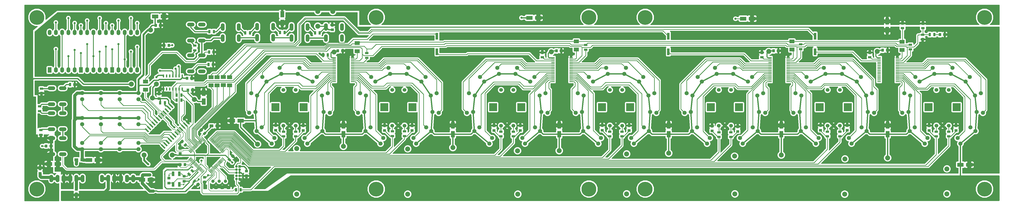
<source format=gbl>
G04 #@! TF.FileFunction,Copper,L4,Bot,Signal*
%FSLAX46Y46*%
G04 Gerber Fmt 4.6, Leading zero omitted, Abs format (unit mm)*
G04 Created by KiCad (PCBNEW 4.0.2-4+6225~38~ubuntu15.04.1-stable) date Sa 05 Mär 2016 01:52:21 CET*
%MOMM*%
G01*
G04 APERTURE LIST*
%ADD10C,0.150000*%
%ADD11C,0.200000*%
%ADD12R,0.508000X1.143000*%
%ADD13C,1.676400*%
%ADD14O,1.524000X3.048000*%
%ADD15R,1.100000X1.900000*%
%ADD16R,1.050000X1.050000*%
%ADD17C,1.050000*%
%ADD18R,0.998220X2.799080*%
%ADD19R,1.470660X0.419100*%
%ADD20R,5.199380X10.998200*%
%ADD21R,4.358640X4.109720*%
%ADD22R,1.397000X0.889000*%
%ADD23R,0.889000X1.397000*%
%ADD24R,2.032000X1.524000*%
%ADD25R,1.501140X2.199640*%
%ADD26O,1.501140X2.199640*%
%ADD27C,1.524000*%
%ADD28R,3.200000X3.200000*%
%ADD29O,3.014980X1.506220*%
%ADD30O,1.506220X3.014980*%
%ADD31R,1.250000X1.500000*%
%ADD32R,1.500000X1.250000*%
%ADD33R,0.200000X0.200000*%
%ADD34C,6.000000*%
%ADD35R,2.600960X1.600200*%
%ADD36R,1.000000X1.250000*%
%ADD37R,1.250000X1.000000*%
%ADD38R,1.600200X2.600960*%
%ADD39C,1.320800*%
%ADD40C,0.889000*%
%ADD41C,2.000000*%
%ADD42C,0.600000*%
%ADD43C,0.254000*%
%ADD44C,0.512000*%
%ADD45C,0.400000*%
%ADD46C,0.766000*%
%ADD47C,1.250000*%
%ADD48C,0.300000*%
G04 APERTURE END LIST*
D10*
D11*
X68262500Y-65640000D02*
X68262500Y-66440000D01*
D10*
G36*
X85048319Y-61235398D02*
X85932202Y-62119281D01*
X85225095Y-62826388D01*
X84341212Y-61942505D01*
X85048319Y-61235398D01*
X85048319Y-61235398D01*
G37*
G36*
X83634105Y-62649612D02*
X84517988Y-63533495D01*
X83810881Y-64240602D01*
X82926998Y-63356719D01*
X83634105Y-62649612D01*
X83634105Y-62649612D01*
G37*
G36*
X67690682Y-48714036D02*
X67266418Y-49138300D01*
X65852204Y-47724086D01*
X66276468Y-47299822D01*
X67690682Y-48714036D01*
X67690682Y-48714036D01*
G37*
G36*
X66792656Y-49612062D02*
X66368392Y-50036326D01*
X64954178Y-48622112D01*
X65378442Y-48197848D01*
X66792656Y-49612062D01*
X66792656Y-49612062D01*
G37*
G36*
X65894631Y-50510087D02*
X65470367Y-50934351D01*
X64056153Y-49520137D01*
X64480417Y-49095873D01*
X65894631Y-50510087D01*
X65894631Y-50510087D01*
G37*
G36*
X64996605Y-51408113D02*
X64572341Y-51832377D01*
X63158127Y-50418163D01*
X63582391Y-49993899D01*
X64996605Y-51408113D01*
X64996605Y-51408113D01*
G37*
G36*
X64098579Y-52306138D02*
X63674315Y-52730402D01*
X62260101Y-51316188D01*
X62684365Y-50891924D01*
X64098579Y-52306138D01*
X64098579Y-52306138D01*
G37*
G36*
X63200554Y-53204164D02*
X62776290Y-53628428D01*
X61362076Y-52214214D01*
X61786340Y-51789950D01*
X63200554Y-53204164D01*
X63200554Y-53204164D01*
G37*
G36*
X62302528Y-54102190D02*
X61878264Y-54526454D01*
X60464050Y-53112240D01*
X60888314Y-52687976D01*
X62302528Y-54102190D01*
X62302528Y-54102190D01*
G37*
G36*
X61404502Y-55000215D02*
X60980238Y-55424479D01*
X59566024Y-54010265D01*
X59990288Y-53586001D01*
X61404502Y-55000215D01*
X61404502Y-55000215D01*
G37*
G36*
X60506477Y-55898241D02*
X60082213Y-56322505D01*
X58667999Y-54908291D01*
X59092263Y-54484027D01*
X60506477Y-55898241D01*
X60506477Y-55898241D01*
G37*
G36*
X59608451Y-56796267D02*
X59184187Y-57220531D01*
X57769973Y-55806317D01*
X58194237Y-55382053D01*
X59608451Y-56796267D01*
X59608451Y-56796267D01*
G37*
G36*
X58710426Y-57694292D02*
X58286162Y-58118556D01*
X56871948Y-56704342D01*
X57296212Y-56280078D01*
X58710426Y-57694292D01*
X58710426Y-57694292D01*
G37*
G36*
X57812400Y-58592318D02*
X57388136Y-59016582D01*
X55973922Y-57602368D01*
X56398186Y-57178104D01*
X57812400Y-58592318D01*
X57812400Y-58592318D01*
G37*
G36*
X51165596Y-51945514D02*
X50741332Y-52369778D01*
X49327118Y-50955564D01*
X49751382Y-50531300D01*
X51165596Y-51945514D01*
X51165596Y-51945514D01*
G37*
G36*
X52063622Y-51047488D02*
X51639358Y-51471752D01*
X50225144Y-50057538D01*
X50649408Y-49633274D01*
X52063622Y-51047488D01*
X52063622Y-51047488D01*
G37*
G36*
X52961647Y-50149463D02*
X52537383Y-50573727D01*
X51123169Y-49159513D01*
X51547433Y-48735249D01*
X52961647Y-50149463D01*
X52961647Y-50149463D01*
G37*
G36*
X53859673Y-49251437D02*
X53435409Y-49675701D01*
X52021195Y-48261487D01*
X52445459Y-47837223D01*
X53859673Y-49251437D01*
X53859673Y-49251437D01*
G37*
G36*
X54757699Y-48353412D02*
X54333435Y-48777676D01*
X52919221Y-47363462D01*
X53343485Y-46939198D01*
X54757699Y-48353412D01*
X54757699Y-48353412D01*
G37*
G36*
X55655724Y-47455386D02*
X55231460Y-47879650D01*
X53817246Y-46465436D01*
X54241510Y-46041172D01*
X55655724Y-47455386D01*
X55655724Y-47455386D01*
G37*
G36*
X56553750Y-46557360D02*
X56129486Y-46981624D01*
X54715272Y-45567410D01*
X55139536Y-45143146D01*
X56553750Y-46557360D01*
X56553750Y-46557360D01*
G37*
G36*
X57451776Y-45659335D02*
X57027512Y-46083599D01*
X55613298Y-44669385D01*
X56037562Y-44245121D01*
X57451776Y-45659335D01*
X57451776Y-45659335D01*
G37*
G36*
X58349801Y-44761309D02*
X57925537Y-45185573D01*
X56511323Y-43771359D01*
X56935587Y-43347095D01*
X58349801Y-44761309D01*
X58349801Y-44761309D01*
G37*
G36*
X59247827Y-43863283D02*
X58823563Y-44287547D01*
X57409349Y-42873333D01*
X57833613Y-42449069D01*
X59247827Y-43863283D01*
X59247827Y-43863283D01*
G37*
G36*
X60145852Y-42965258D02*
X59721588Y-43389522D01*
X58307374Y-41975308D01*
X58731638Y-41551044D01*
X60145852Y-42965258D01*
X60145852Y-42965258D01*
G37*
G36*
X61043878Y-42067232D02*
X60619614Y-42491496D01*
X59205400Y-41077282D01*
X59629664Y-40653018D01*
X61043878Y-42067232D01*
X61043878Y-42067232D01*
G37*
D12*
X64604900Y-34721800D03*
X63334900Y-34721800D03*
X62064900Y-34721800D03*
X60794900Y-34721800D03*
X59524900Y-34721800D03*
X58254900Y-34721800D03*
X56984900Y-34721800D03*
X56984900Y-29387800D03*
X58254900Y-29387800D03*
X59524900Y-29387800D03*
X60794900Y-29387800D03*
X62064900Y-29387800D03*
X63334900Y-29387800D03*
X64604900Y-29387800D03*
D13*
X23964900Y-59232800D03*
X23964900Y-56692800D03*
X31584900Y-59232800D03*
X31584900Y-56692800D03*
X39204900Y-59232800D03*
X39204900Y-56692800D03*
X46824900Y-59232800D03*
X46824900Y-56692800D03*
X23964900Y-46532800D03*
X23964900Y-49072800D03*
X31584900Y-46532800D03*
X31584900Y-49072800D03*
X39204900Y-46532800D03*
X39204900Y-49072800D03*
X46824900Y-46532800D03*
X46824900Y-49072800D03*
X23964900Y-36372800D03*
X23964900Y-38912800D03*
X31584900Y-36372800D03*
X31584900Y-38912800D03*
X39204900Y-36372800D03*
X39204900Y-38912800D03*
X46824900Y-36372800D03*
X46824900Y-38912800D03*
D10*
G36*
X76440408Y-66949101D02*
X76652540Y-66736969D01*
X77642490Y-67726919D01*
X77430358Y-67939051D01*
X76440408Y-66949101D01*
X76440408Y-66949101D01*
G37*
G36*
X75379748Y-68009761D02*
X75591880Y-67797629D01*
X76581830Y-68787579D01*
X76369698Y-68999711D01*
X75379748Y-68009761D01*
X75379748Y-68009761D01*
G37*
G36*
X75733301Y-67656207D02*
X75945433Y-67444075D01*
X76935383Y-68434025D01*
X76723251Y-68646157D01*
X75733301Y-67656207D01*
X75733301Y-67656207D01*
G37*
G36*
X76086855Y-67302654D02*
X76298987Y-67090522D01*
X77288937Y-68080472D01*
X77076805Y-68292604D01*
X76086855Y-67302654D01*
X76086855Y-67302654D01*
G37*
G36*
X76793961Y-66595547D02*
X77006093Y-66383415D01*
X77996043Y-67373365D01*
X77783911Y-67585497D01*
X76793961Y-66595547D01*
X76793961Y-66595547D01*
G37*
G36*
X77147515Y-66241994D02*
X77359647Y-66029862D01*
X78349597Y-67019812D01*
X78137465Y-67231944D01*
X77147515Y-66241994D01*
X77147515Y-66241994D01*
G37*
G36*
X77501068Y-65888440D02*
X77713200Y-65676308D01*
X78703150Y-66666258D01*
X78491018Y-66878390D01*
X77501068Y-65888440D01*
X77501068Y-65888440D01*
G37*
G36*
X77854622Y-65534887D02*
X78066754Y-65322755D01*
X79056704Y-66312705D01*
X78844572Y-66524837D01*
X77854622Y-65534887D01*
X77854622Y-65534887D01*
G37*
G36*
X78208175Y-65181334D02*
X78420307Y-64969202D01*
X79410257Y-65959152D01*
X79198125Y-66171284D01*
X78208175Y-65181334D01*
X78208175Y-65181334D01*
G37*
G36*
X78561728Y-64827780D02*
X78773860Y-64615648D01*
X79763810Y-65605598D01*
X79551678Y-65817730D01*
X78561728Y-64827780D01*
X78561728Y-64827780D01*
G37*
G36*
X78915282Y-64474227D02*
X79127414Y-64262095D01*
X80117364Y-65252045D01*
X79905232Y-65464177D01*
X78915282Y-64474227D01*
X78915282Y-64474227D01*
G37*
G36*
X79268835Y-64120673D02*
X79480967Y-63908541D01*
X80470917Y-64898491D01*
X80258785Y-65110623D01*
X79268835Y-64120673D01*
X79268835Y-64120673D01*
G37*
G36*
X79622389Y-63767120D02*
X79834521Y-63554988D01*
X80824471Y-64544938D01*
X80612339Y-64757070D01*
X79622389Y-63767120D01*
X79622389Y-63767120D01*
G37*
G36*
X79975942Y-63413567D02*
X80188074Y-63201435D01*
X81178024Y-64191385D01*
X80965892Y-64403517D01*
X79975942Y-63413567D01*
X79975942Y-63413567D01*
G37*
G36*
X80329495Y-63060013D02*
X80541627Y-62847881D01*
X81531577Y-63837831D01*
X81319445Y-64049963D01*
X80329495Y-63060013D01*
X80329495Y-63060013D01*
G37*
G36*
X80683049Y-62706460D02*
X80895181Y-62494328D01*
X81885131Y-63484278D01*
X81672999Y-63696410D01*
X80683049Y-62706460D01*
X80683049Y-62706460D01*
G37*
G36*
X77430358Y-55352549D02*
X77642490Y-55564681D01*
X76652540Y-56554631D01*
X76440408Y-56342499D01*
X77430358Y-55352549D01*
X77430358Y-55352549D01*
G37*
G36*
X76369698Y-54291889D02*
X76581830Y-54504021D01*
X75591880Y-55493971D01*
X75379748Y-55281839D01*
X76369698Y-54291889D01*
X76369698Y-54291889D01*
G37*
G36*
X76723251Y-54645443D02*
X76935383Y-54857575D01*
X75945433Y-55847525D01*
X75733301Y-55635393D01*
X76723251Y-54645443D01*
X76723251Y-54645443D01*
G37*
G36*
X77076805Y-54998996D02*
X77288937Y-55211128D01*
X76298987Y-56201078D01*
X76086855Y-55988946D01*
X77076805Y-54998996D01*
X77076805Y-54998996D01*
G37*
G36*
X77783911Y-55706103D02*
X77996043Y-55918235D01*
X77006093Y-56908185D01*
X76793961Y-56696053D01*
X77783911Y-55706103D01*
X77783911Y-55706103D01*
G37*
G36*
X78137465Y-56059656D02*
X78349597Y-56271788D01*
X77359647Y-57261738D01*
X77147515Y-57049606D01*
X78137465Y-56059656D01*
X78137465Y-56059656D01*
G37*
G36*
X78491018Y-56413210D02*
X78703150Y-56625342D01*
X77713200Y-57615292D01*
X77501068Y-57403160D01*
X78491018Y-56413210D01*
X78491018Y-56413210D01*
G37*
G36*
X78844572Y-56766763D02*
X79056704Y-56978895D01*
X78066754Y-57968845D01*
X77854622Y-57756713D01*
X78844572Y-56766763D01*
X78844572Y-56766763D01*
G37*
G36*
X79198125Y-57120316D02*
X79410257Y-57332448D01*
X78420307Y-58322398D01*
X78208175Y-58110266D01*
X79198125Y-57120316D01*
X79198125Y-57120316D01*
G37*
G36*
X79551678Y-57473870D02*
X79763810Y-57686002D01*
X78773860Y-58675952D01*
X78561728Y-58463820D01*
X79551678Y-57473870D01*
X79551678Y-57473870D01*
G37*
G36*
X79905232Y-57827423D02*
X80117364Y-58039555D01*
X79127414Y-59029505D01*
X78915282Y-58817373D01*
X79905232Y-57827423D01*
X79905232Y-57827423D01*
G37*
G36*
X80258785Y-58180977D02*
X80470917Y-58393109D01*
X79480967Y-59383059D01*
X79268835Y-59170927D01*
X80258785Y-58180977D01*
X80258785Y-58180977D01*
G37*
G36*
X80612339Y-58534530D02*
X80824471Y-58746662D01*
X79834521Y-59736612D01*
X79622389Y-59524480D01*
X80612339Y-58534530D01*
X80612339Y-58534530D01*
G37*
G36*
X80965892Y-58888083D02*
X81178024Y-59100215D01*
X80188074Y-60090165D01*
X79975942Y-59878033D01*
X80965892Y-58888083D01*
X80965892Y-58888083D01*
G37*
G36*
X81319445Y-59241637D02*
X81531577Y-59453769D01*
X80541627Y-60443719D01*
X80329495Y-60231587D01*
X81319445Y-59241637D01*
X81319445Y-59241637D01*
G37*
G36*
X81672999Y-59595190D02*
X81885131Y-59807322D01*
X80895181Y-60797272D01*
X80683049Y-60585140D01*
X81672999Y-59595190D01*
X81672999Y-59595190D01*
G37*
G36*
X72480610Y-54504021D02*
X72692742Y-54291889D01*
X73682692Y-55281839D01*
X73470560Y-55493971D01*
X72480610Y-54504021D01*
X72480610Y-54504021D01*
G37*
G36*
X72127057Y-54857575D02*
X72339189Y-54645443D01*
X73329139Y-55635393D01*
X73117007Y-55847525D01*
X72127057Y-54857575D01*
X72127057Y-54857575D01*
G37*
G36*
X71773503Y-55211128D02*
X71985635Y-54998996D01*
X72975585Y-55988946D01*
X72763453Y-56201078D01*
X71773503Y-55211128D01*
X71773503Y-55211128D01*
G37*
G36*
X71419950Y-55564681D02*
X71632082Y-55352549D01*
X72622032Y-56342499D01*
X72409900Y-56554631D01*
X71419950Y-55564681D01*
X71419950Y-55564681D01*
G37*
G36*
X71066397Y-55918235D02*
X71278529Y-55706103D01*
X72268479Y-56696053D01*
X72056347Y-56908185D01*
X71066397Y-55918235D01*
X71066397Y-55918235D01*
G37*
G36*
X70712843Y-56271788D02*
X70924975Y-56059656D01*
X71914925Y-57049606D01*
X71702793Y-57261738D01*
X70712843Y-56271788D01*
X70712843Y-56271788D01*
G37*
G36*
X70359290Y-56625342D02*
X70571422Y-56413210D01*
X71561372Y-57403160D01*
X71349240Y-57615292D01*
X70359290Y-56625342D01*
X70359290Y-56625342D01*
G37*
G36*
X70005736Y-56978895D02*
X70217868Y-56766763D01*
X71207818Y-57756713D01*
X70995686Y-57968845D01*
X70005736Y-56978895D01*
X70005736Y-56978895D01*
G37*
G36*
X69652183Y-57332448D02*
X69864315Y-57120316D01*
X70854265Y-58110266D01*
X70642133Y-58322398D01*
X69652183Y-57332448D01*
X69652183Y-57332448D01*
G37*
G36*
X69298630Y-57686002D02*
X69510762Y-57473870D01*
X70500712Y-58463820D01*
X70288580Y-58675952D01*
X69298630Y-57686002D01*
X69298630Y-57686002D01*
G37*
G36*
X68945076Y-58039555D02*
X69157208Y-57827423D01*
X70147158Y-58817373D01*
X69935026Y-59029505D01*
X68945076Y-58039555D01*
X68945076Y-58039555D01*
G37*
G36*
X68591523Y-58393109D02*
X68803655Y-58180977D01*
X69793605Y-59170927D01*
X69581473Y-59383059D01*
X68591523Y-58393109D01*
X68591523Y-58393109D01*
G37*
G36*
X67884416Y-59100215D02*
X68096548Y-58888083D01*
X69086498Y-59878033D01*
X68874366Y-60090165D01*
X67884416Y-59100215D01*
X67884416Y-59100215D01*
G37*
G36*
X67530863Y-59453769D02*
X67742995Y-59241637D01*
X68732945Y-60231587D01*
X68520813Y-60443719D01*
X67530863Y-59453769D01*
X67530863Y-59453769D01*
G37*
G36*
X67177309Y-59807322D02*
X67389441Y-59595190D01*
X68379391Y-60585140D01*
X68167259Y-60797272D01*
X67177309Y-59807322D01*
X67177309Y-59807322D01*
G37*
G36*
X68237969Y-58746662D02*
X68450101Y-58534530D01*
X69440051Y-59524480D01*
X69227919Y-59736612D01*
X68237969Y-58746662D01*
X68237969Y-58746662D01*
G37*
G36*
X71632082Y-67939051D02*
X71419950Y-67726919D01*
X72409900Y-66736969D01*
X72622032Y-66949101D01*
X71632082Y-67939051D01*
X71632082Y-67939051D01*
G37*
G36*
X72692742Y-68999711D02*
X72480610Y-68787579D01*
X73470560Y-67797629D01*
X73682692Y-68009761D01*
X72692742Y-68999711D01*
X72692742Y-68999711D01*
G37*
G36*
X72339189Y-68646157D02*
X72127057Y-68434025D01*
X73117007Y-67444075D01*
X73329139Y-67656207D01*
X72339189Y-68646157D01*
X72339189Y-68646157D01*
G37*
G36*
X71985635Y-68292604D02*
X71773503Y-68080472D01*
X72763453Y-67090522D01*
X72975585Y-67302654D01*
X71985635Y-68292604D01*
X71985635Y-68292604D01*
G37*
G36*
X71278529Y-67585497D02*
X71066397Y-67373365D01*
X72056347Y-66383415D01*
X72268479Y-66595547D01*
X71278529Y-67585497D01*
X71278529Y-67585497D01*
G37*
G36*
X70924975Y-67231944D02*
X70712843Y-67019812D01*
X71702793Y-66029862D01*
X71914925Y-66241994D01*
X70924975Y-67231944D01*
X70924975Y-67231944D01*
G37*
G36*
X70571422Y-66878390D02*
X70359290Y-66666258D01*
X71349240Y-65676308D01*
X71561372Y-65888440D01*
X70571422Y-66878390D01*
X70571422Y-66878390D01*
G37*
G36*
X70217868Y-66524837D02*
X70005736Y-66312705D01*
X70995686Y-65322755D01*
X71207818Y-65534887D01*
X70217868Y-66524837D01*
X70217868Y-66524837D01*
G37*
G36*
X69864315Y-66171284D02*
X69652183Y-65959152D01*
X70642133Y-64969202D01*
X70854265Y-65181334D01*
X69864315Y-66171284D01*
X69864315Y-66171284D01*
G37*
G36*
X69510762Y-65817730D02*
X69298630Y-65605598D01*
X70288580Y-64615648D01*
X70500712Y-64827780D01*
X69510762Y-65817730D01*
X69510762Y-65817730D01*
G37*
G36*
X69157208Y-65464177D02*
X68945076Y-65252045D01*
X69935026Y-64262095D01*
X70147158Y-64474227D01*
X69157208Y-65464177D01*
X69157208Y-65464177D01*
G37*
G36*
X68803655Y-65110623D02*
X68591523Y-64898491D01*
X69581473Y-63908541D01*
X69793605Y-64120673D01*
X68803655Y-65110623D01*
X68803655Y-65110623D01*
G37*
G36*
X68450101Y-64757070D02*
X68237969Y-64544938D01*
X69227919Y-63554988D01*
X69440051Y-63767120D01*
X68450101Y-64757070D01*
X68450101Y-64757070D01*
G37*
G36*
X68096548Y-64403517D02*
X67884416Y-64191385D01*
X68874366Y-63201435D01*
X69086498Y-63413567D01*
X68096548Y-64403517D01*
X68096548Y-64403517D01*
G37*
G36*
X67742995Y-64049963D02*
X67530863Y-63837831D01*
X68520813Y-62847881D01*
X68732945Y-63060013D01*
X67742995Y-64049963D01*
X67742995Y-64049963D01*
G37*
G36*
X67389441Y-63696410D02*
X67177309Y-63484278D01*
X68167259Y-62494328D01*
X68379391Y-62706460D01*
X67389441Y-63696410D01*
X67389441Y-63696410D01*
G37*
D14*
X44704000Y-71120000D03*
X42164000Y-71120000D03*
X39624000Y-71120000D03*
X37084000Y-71120000D03*
X34544000Y-71120000D03*
X32004000Y-71120000D03*
X24168100Y-71145400D03*
X21628100Y-71145400D03*
X19088100Y-71145400D03*
X16548100Y-71145400D03*
X14008100Y-71145400D03*
X11468100Y-71145400D03*
D15*
X60896500Y-69240400D03*
X63436500Y-73507600D03*
X60896500Y-73507600D03*
X63436500Y-69240400D03*
D16*
X87922100Y-66268600D03*
D17*
X87922100Y-67538600D03*
X87922100Y-68808600D03*
X87922100Y-70078600D03*
X87922100Y-71348600D03*
X86652100Y-67538600D03*
X86652100Y-68808600D03*
X86652100Y-70078600D03*
X86652100Y-71348600D03*
X86652100Y-66268600D03*
D13*
X193178251Y-28558169D03*
X192563770Y-26093618D03*
X183430394Y-37335179D03*
X181043575Y-36466447D03*
X182723855Y-44057448D03*
X180208574Y-44410948D03*
X121999945Y-44057448D03*
X124515226Y-44410948D03*
X121293406Y-37335179D03*
X123680225Y-36466447D03*
X117513655Y-31731467D03*
X119213246Y-29843879D03*
X231406145Y-31731467D03*
X229706554Y-29843879D03*
X325766251Y-28558169D03*
X325151770Y-26093618D03*
X319798145Y-31731467D03*
X318098554Y-29843879D03*
X316018394Y-37335179D03*
X313631575Y-36466447D03*
X338493655Y-31731467D03*
X340193246Y-29843879D03*
X315311855Y-44057448D03*
X312796574Y-44410948D03*
X187210145Y-31731467D03*
X185510554Y-29843879D03*
X254587945Y-44057448D03*
X257103226Y-44410948D03*
X332525549Y-28558169D03*
X333140030Y-26093618D03*
X210391945Y-44057448D03*
X212907226Y-44410948D03*
X288329549Y-28558169D03*
X288944030Y-26093618D03*
X281570251Y-28558169D03*
X280955770Y-26093618D03*
X138527855Y-44057448D03*
X136012574Y-44410948D03*
X275602145Y-31731467D03*
X273902554Y-29843879D03*
X271822394Y-37335179D03*
X269435575Y-36466447D03*
X271115855Y-44057448D03*
X268600574Y-44410948D03*
X294297655Y-31731467D03*
X295997246Y-29843879D03*
X209685406Y-37335179D03*
X212072225Y-36466447D03*
X139234394Y-37335179D03*
X136847575Y-36466447D03*
X205905655Y-31731467D03*
X207605246Y-29843879D03*
X199937549Y-28558169D03*
X200552030Y-26093618D03*
X143014145Y-31731467D03*
X141314554Y-29843879D03*
X166195945Y-44057448D03*
X168711226Y-44410948D03*
X165489406Y-37335179D03*
X167876225Y-36466447D03*
X161709655Y-31731467D03*
X163409246Y-29843879D03*
X155741549Y-28558169D03*
X156356030Y-26093618D03*
X148982251Y-28558169D03*
X148367770Y-26093618D03*
X250101655Y-31731467D03*
X251801246Y-29843879D03*
X244133549Y-28558169D03*
X244748030Y-26093618D03*
X253881406Y-37335179D03*
X256268225Y-36466447D03*
X237374251Y-28558169D03*
X236759770Y-26093618D03*
X227626394Y-37335179D03*
X225239575Y-36466447D03*
X226919855Y-44057448D03*
X224404574Y-44410948D03*
X360214394Y-37335179D03*
X357827575Y-36466447D03*
X359507855Y-44057448D03*
X356992574Y-44410948D03*
X298783945Y-44057448D03*
X301299226Y-44410948D03*
X298077406Y-37335179D03*
X300464225Y-36466447D03*
X387175945Y-44057448D03*
X389691226Y-44410948D03*
X386469406Y-37335179D03*
X388856225Y-36466447D03*
X382689655Y-31731467D03*
X384389246Y-29843879D03*
X376721549Y-28558169D03*
X377336030Y-26093618D03*
X369962251Y-28558169D03*
X369347770Y-26093618D03*
X363994145Y-31731467D03*
X362294554Y-29843879D03*
X342273406Y-37335179D03*
X344660225Y-36466447D03*
X342979945Y-44057448D03*
X345495226Y-44410948D03*
X95038394Y-37335179D03*
X92651575Y-36466447D03*
X98818145Y-31731467D03*
X97118554Y-29843879D03*
X104786251Y-28558169D03*
X104171770Y-26093618D03*
X111545549Y-28558169D03*
X112160030Y-26093618D03*
X94331855Y-44057448D03*
X91816574Y-44410948D03*
X115403408Y-56952290D03*
X114289945Y-54669353D03*
X121522771Y-51817535D03*
X119467867Y-50324560D03*
X94809029Y-51817535D03*
X96863933Y-50324560D03*
X100928392Y-56952290D03*
X102041855Y-54669353D03*
X183201029Y-51817535D03*
X185255933Y-50324560D03*
X189320392Y-56952290D03*
X190433855Y-54669353D03*
X321908392Y-56952290D03*
X323021855Y-54669353D03*
X315789029Y-51817535D03*
X317843933Y-50324560D03*
X254110771Y-51817535D03*
X252055867Y-50324560D03*
X271593029Y-51817535D03*
X273647933Y-50324560D03*
X277712392Y-56952290D03*
X278825855Y-54669353D03*
X203795408Y-56952290D03*
X202681945Y-54669353D03*
X209914771Y-51817535D03*
X207859867Y-50324560D03*
X165718771Y-51817535D03*
X163663867Y-50324560D03*
X227397029Y-51817535D03*
X229451933Y-50324560D03*
X233516392Y-56952290D03*
X234629855Y-54669353D03*
X159599408Y-56952290D03*
X158485945Y-54669353D03*
X145124392Y-56952290D03*
X146237855Y-54669353D03*
X359985029Y-51817535D03*
X362039933Y-50324560D03*
X366104392Y-56952290D03*
X367217855Y-54669353D03*
X292187408Y-56952290D03*
X291073945Y-54669353D03*
X298306771Y-51817535D03*
X296251867Y-50324560D03*
X139005029Y-51817535D03*
X141059933Y-50324560D03*
X380579408Y-56952290D03*
X379465945Y-54669353D03*
X386698771Y-51817535D03*
X384643867Y-50324560D03*
X342502771Y-51817535D03*
X340447867Y-50324560D03*
X336383408Y-56952290D03*
X335269945Y-54669353D03*
X247991408Y-56952290D03*
X246877945Y-54669353D03*
D18*
X168021000Y-13208000D03*
X168021000Y-19558000D03*
X262001000Y-13208000D03*
X262001000Y-19558000D03*
X321564000Y-13208000D03*
X321564000Y-19558000D03*
D19*
X347581220Y-22572980D03*
X347581220Y-21920200D03*
X354980240Y-31668720D03*
X354980240Y-31015940D03*
D20*
X351282000Y-26797000D03*
D19*
X354980240Y-25821640D03*
X354980240Y-26471880D03*
X354980240Y-27122120D03*
X354980240Y-27772360D03*
X347586300Y-26482040D03*
X354980240Y-23870920D03*
X354980240Y-24521160D03*
X354980240Y-25171400D03*
X347581220Y-31023560D03*
X347581220Y-30373320D03*
X347581220Y-29723080D03*
X347581220Y-29072840D03*
X347581220Y-28422600D03*
X347581220Y-27772360D03*
X354980240Y-28422600D03*
X347586300Y-27122120D03*
X354980240Y-23220680D03*
X354980240Y-29072840D03*
X347581220Y-31673800D03*
X347581220Y-25821640D03*
X354980240Y-22572980D03*
X354980240Y-29720540D03*
X347581220Y-23220680D03*
X347581220Y-25173940D03*
X354980240Y-21925280D03*
X354980240Y-30370780D03*
X347581220Y-23873460D03*
X347581220Y-24523700D03*
D21*
X351282000Y-26797000D03*
D19*
X303258220Y-22572980D03*
X303258220Y-21920200D03*
X310657240Y-31668720D03*
X310657240Y-31015940D03*
D20*
X306959000Y-26797000D03*
D19*
X310657240Y-25821640D03*
X310657240Y-26471880D03*
X310657240Y-27122120D03*
X310657240Y-27772360D03*
X303263300Y-26482040D03*
X310657240Y-23870920D03*
X310657240Y-24521160D03*
X310657240Y-25171400D03*
X303258220Y-31023560D03*
X303258220Y-30373320D03*
X303258220Y-29723080D03*
X303258220Y-29072840D03*
X303258220Y-28422600D03*
X303258220Y-27772360D03*
X310657240Y-28422600D03*
X303263300Y-27122120D03*
X310657240Y-23220680D03*
X310657240Y-29072840D03*
X303258220Y-31673800D03*
X303258220Y-25821640D03*
X310657240Y-22572980D03*
X310657240Y-29720540D03*
X303258220Y-23220680D03*
X303258220Y-25173940D03*
X310657240Y-21925280D03*
X310657240Y-30370780D03*
X303258220Y-23873460D03*
X303258220Y-24523700D03*
D21*
X306959000Y-26797000D03*
D19*
X215120220Y-22572980D03*
X215120220Y-21920200D03*
X222519240Y-31668720D03*
X222519240Y-31015940D03*
D20*
X218821000Y-26797000D03*
D19*
X222519240Y-25821640D03*
X222519240Y-26471880D03*
X222519240Y-27122120D03*
X222519240Y-27772360D03*
X215125300Y-26482040D03*
X222519240Y-23870920D03*
X222519240Y-24521160D03*
X222519240Y-25171400D03*
X215120220Y-31023560D03*
X215120220Y-30373320D03*
X215120220Y-29723080D03*
X215120220Y-29072840D03*
X215120220Y-28422600D03*
X215120220Y-27772360D03*
X222519240Y-28422600D03*
X215125300Y-27122120D03*
X222519240Y-23220680D03*
X222519240Y-29072840D03*
X215120220Y-31673800D03*
X215120220Y-25821640D03*
X222519240Y-22572980D03*
X222519240Y-29720540D03*
X215120220Y-23220680D03*
X215120220Y-25173940D03*
X222519240Y-21925280D03*
X222519240Y-30370780D03*
X215120220Y-23873460D03*
X215120220Y-24523700D03*
D21*
X218821000Y-26797000D03*
D19*
X126347220Y-22572980D03*
X126347220Y-21920200D03*
X133746240Y-31668720D03*
X133746240Y-31015940D03*
D20*
X130048000Y-26797000D03*
D19*
X133746240Y-25821640D03*
X133746240Y-26471880D03*
X133746240Y-27122120D03*
X133746240Y-27772360D03*
X126352300Y-26482040D03*
X133746240Y-23870920D03*
X133746240Y-24521160D03*
X133746240Y-25171400D03*
X126347220Y-31023560D03*
X126347220Y-30373320D03*
X126347220Y-29723080D03*
X126347220Y-29072840D03*
X126347220Y-28422600D03*
X126347220Y-27772360D03*
X133746240Y-28422600D03*
X126352300Y-27122120D03*
X133746240Y-23220680D03*
X133746240Y-29072840D03*
X126347220Y-31673800D03*
X126347220Y-25821640D03*
X133746240Y-22572980D03*
X133746240Y-29720540D03*
X126347220Y-23220680D03*
X126347220Y-25173940D03*
X133746240Y-21925280D03*
X133746240Y-30370780D03*
X126347220Y-23873460D03*
X126347220Y-24523700D03*
D21*
X130048000Y-26797000D03*
D22*
X360299000Y-18605500D03*
X360299000Y-16700500D03*
X228473000Y-18732500D03*
X228473000Y-16827500D03*
X315722000Y-18478500D03*
X315722000Y-16573500D03*
X139573000Y-22034500D03*
X139573000Y-20129500D03*
D23*
X88328500Y-75692000D03*
X86423500Y-75692000D03*
X62331600Y-39268400D03*
X64236600Y-39268400D03*
D22*
X194017900Y-53962300D03*
X194017900Y-52057300D03*
X199097900Y-53962300D03*
X199097900Y-52057300D03*
X105752900Y-53962300D03*
X105752900Y-52057300D03*
X110705900Y-53962300D03*
X110705900Y-52057300D03*
X149948900Y-53835300D03*
X149948900Y-51930300D03*
X154901900Y-53835300D03*
X154901900Y-51930300D03*
X331685900Y-53962300D03*
X331685900Y-52057300D03*
X326605900Y-53962300D03*
X326605900Y-52057300D03*
X287362900Y-54216300D03*
X287362900Y-52311300D03*
X282536900Y-54216300D03*
X282536900Y-52311300D03*
X375881900Y-53962300D03*
X375881900Y-52057300D03*
X370801900Y-53962300D03*
X370801900Y-52057300D03*
X243166900Y-53962300D03*
X243166900Y-52057300D03*
X238213900Y-53962300D03*
X238213900Y-52057300D03*
D23*
X62331600Y-37185600D03*
X64236600Y-37185600D03*
D22*
X365379000Y-8064500D03*
X365379000Y-9969500D03*
X365252000Y-12636500D03*
X365252000Y-14541500D03*
D23*
X55651400Y-40309800D03*
X57556400Y-40309800D03*
X20980400Y-32918400D03*
X19075400Y-32918400D03*
X77406500Y-19685000D03*
X75501500Y-19685000D03*
X77495400Y-11353800D03*
X75590400Y-11353800D03*
X92100400Y-11861800D03*
X90195400Y-11861800D03*
X106197400Y-11734800D03*
X104292400Y-11734800D03*
X120421400Y-11861800D03*
X118516400Y-11861800D03*
D22*
X7454900Y-34531300D03*
X7454900Y-36436300D03*
X6692900Y-43675300D03*
X6692900Y-41770300D03*
X7200900Y-53327300D03*
X7200900Y-51422300D03*
D23*
X75247500Y-24765000D03*
X77152500Y-24765000D03*
D22*
X69723000Y-17081500D03*
X69723000Y-18986500D03*
D23*
X368109500Y-12573000D03*
X370014500Y-12573000D03*
D22*
X343789000Y-19875500D03*
X343789000Y-21780500D03*
X299974000Y-19875500D03*
X299974000Y-21780500D03*
X210820000Y-19875500D03*
X210820000Y-21780500D03*
D23*
X121818400Y-20878800D03*
X123723400Y-20878800D03*
D24*
X356870000Y-18796000D03*
X356870000Y-15494000D03*
X224663000Y-18669000D03*
X224663000Y-15367000D03*
X312166000Y-18669000D03*
X312166000Y-15367000D03*
X135636000Y-19304000D03*
X135636000Y-16002000D03*
X83820000Y-29883100D03*
X83820000Y-33185100D03*
X49745900Y-31673800D03*
X49745900Y-34975800D03*
X78765400Y-29883100D03*
X78765400Y-33185100D03*
X81280000Y-29870400D03*
X81280000Y-33172400D03*
X76263500Y-29883100D03*
X76263500Y-33185100D03*
D25*
X10756900Y-26974800D03*
D26*
X13296900Y-26974800D03*
X15836900Y-26974800D03*
X18376900Y-26974800D03*
X20916900Y-26974800D03*
X20916900Y-11734800D03*
X18376900Y-11734800D03*
X15836900Y-11734800D03*
X13296900Y-11734800D03*
X10756900Y-11734800D03*
D25*
X23456900Y-26974800D03*
D26*
X25996900Y-26974800D03*
X28536900Y-26974800D03*
X31076900Y-26974800D03*
X33616900Y-26974800D03*
X33616900Y-11734800D03*
X31076900Y-11734800D03*
X28536900Y-11734800D03*
X25996900Y-11734800D03*
X23456900Y-11734800D03*
D25*
X36156900Y-26974800D03*
D26*
X38696900Y-26974800D03*
X41236900Y-26974800D03*
X43776900Y-26974800D03*
X46316900Y-26974800D03*
X46316900Y-11734800D03*
X43776900Y-11734800D03*
X41236900Y-11734800D03*
X38696900Y-11734800D03*
X36156900Y-11734800D03*
D27*
X105665900Y-49613200D03*
X108165900Y-49613200D03*
X110665900Y-49613200D03*
X110665900Y-35113200D03*
X105665900Y-35113200D03*
D28*
X102465900Y-42113200D03*
X113865900Y-42113200D03*
D27*
X149861900Y-49613200D03*
X152361900Y-49613200D03*
X154861900Y-49613200D03*
X154861900Y-35113200D03*
X149861900Y-35113200D03*
D28*
X146661900Y-42113200D03*
X158061900Y-42113200D03*
D27*
X194057900Y-49613200D03*
X196557900Y-49613200D03*
X199057900Y-49613200D03*
X199057900Y-35113200D03*
X194057900Y-35113200D03*
D28*
X190857900Y-42113200D03*
X202257900Y-42113200D03*
D27*
X238253900Y-49613200D03*
X240753900Y-49613200D03*
X243253900Y-49613200D03*
X243253900Y-35113200D03*
X238253900Y-35113200D03*
D28*
X235053900Y-42113200D03*
X246453900Y-42113200D03*
D27*
X282449900Y-49613200D03*
X284949900Y-49613200D03*
X287449900Y-49613200D03*
X287449900Y-35113200D03*
X282449900Y-35113200D03*
D28*
X279249900Y-42113200D03*
X290649900Y-42113200D03*
D27*
X326645900Y-49613200D03*
X329145900Y-49613200D03*
X331645900Y-49613200D03*
X331645900Y-35113200D03*
X326645900Y-35113200D03*
D28*
X323445900Y-42113200D03*
X334845900Y-42113200D03*
D27*
X370841900Y-49613200D03*
X373341900Y-49613200D03*
X375841900Y-49613200D03*
X375841900Y-35113200D03*
X370841900Y-35113200D03*
D28*
X367641900Y-42113200D03*
X379041900Y-42113200D03*
D22*
X357085900Y-9893300D03*
X357085900Y-7988300D03*
D10*
G36*
X67578086Y-70188742D02*
X66590258Y-69200914D01*
X67218876Y-68572296D01*
X68206704Y-69560124D01*
X67578086Y-70188742D01*
X67578086Y-70188742D01*
G37*
G36*
X68925124Y-68841704D02*
X67937296Y-67853876D01*
X68565914Y-67225258D01*
X69553742Y-68213086D01*
X68925124Y-68841704D01*
X68925124Y-68841704D01*
G37*
D29*
X68072000Y-27556460D03*
X68072000Y-21059140D03*
X72567800Y-27556460D03*
X72567800Y-21059140D03*
X68072000Y-14983460D03*
X68072000Y-8486140D03*
X72567800Y-14983460D03*
X72567800Y-8486140D03*
D30*
X95011240Y-9359900D03*
X101508560Y-9359900D03*
X95011240Y-13855700D03*
X101508560Y-13855700D03*
X81041240Y-9486900D03*
X87538560Y-9486900D03*
X81041240Y-13982700D03*
X87538560Y-13982700D03*
X122951240Y-9486900D03*
X129448560Y-9486900D03*
X122951240Y-13982700D03*
X129448560Y-13982700D03*
X108981240Y-9486900D03*
X115478560Y-9486900D03*
X108981240Y-13982700D03*
X115478560Y-13982700D03*
D29*
X11557000Y-40891460D03*
X11557000Y-34394140D03*
X16052800Y-40891460D03*
X16052800Y-34394140D03*
X11557000Y-51051460D03*
X11557000Y-44554140D03*
X16052800Y-51051460D03*
X16052800Y-44554140D03*
X11557000Y-61211460D03*
X11557000Y-54714140D03*
X16052800Y-61211460D03*
X16052800Y-54714140D03*
D31*
X63754000Y-58694000D03*
X63754000Y-61194000D03*
D32*
X78948600Y-49733200D03*
X76448600Y-49733200D03*
D31*
X6883400Y-66822000D03*
X6883400Y-69322000D03*
X21590000Y-77831000D03*
X21590000Y-75331000D03*
D32*
X24084600Y-63525400D03*
X21584600Y-63525400D03*
D33*
X68262500Y-65640000D03*
X68262500Y-66440000D03*
D34*
X229743000Y-75438000D03*
X229743000Y-5588000D03*
D10*
G36*
X71496998Y-51451281D02*
X72380881Y-50567398D01*
X73087988Y-51274505D01*
X72204105Y-52158388D01*
X71496998Y-51451281D01*
X71496998Y-51451281D01*
G37*
G36*
X72911212Y-52865495D02*
X73795095Y-51981612D01*
X74502202Y-52688719D01*
X73618319Y-53572602D01*
X72911212Y-52865495D01*
X72911212Y-52865495D01*
G37*
D35*
X30337760Y-63639700D03*
X26736040Y-63639700D03*
X53571140Y-5207000D03*
X57172860Y-5207000D03*
D36*
X129778000Y-19177000D03*
X127778000Y-19177000D03*
X53825900Y-8839200D03*
X55825900Y-8839200D03*
D37*
X102577900Y-51469800D03*
X102577900Y-49469800D03*
X113753900Y-51596800D03*
X113753900Y-49596800D03*
X146773900Y-51596800D03*
X146773900Y-49596800D03*
X157949900Y-51596800D03*
X157949900Y-49596800D03*
X279742900Y-51723800D03*
X279742900Y-49723800D03*
X290156900Y-51977800D03*
X290156900Y-49977800D03*
X323811900Y-49469800D03*
X323811900Y-51469800D03*
X334606900Y-51469800D03*
X334606900Y-49469800D03*
D10*
G36*
X63648398Y-56150281D02*
X64532281Y-55266398D01*
X65239388Y-55973505D01*
X64355505Y-56857388D01*
X63648398Y-56150281D01*
X63648398Y-56150281D01*
G37*
G36*
X65062612Y-57564495D02*
X65946495Y-56680612D01*
X66653602Y-57387719D01*
X65769719Y-58271602D01*
X65062612Y-57564495D01*
X65062612Y-57564495D01*
G37*
D37*
X73660000Y-72628000D03*
X73660000Y-70628000D03*
X367880900Y-51596800D03*
X367880900Y-49596800D03*
X378802900Y-51596800D03*
X378802900Y-49596800D03*
X191223900Y-51596800D03*
X191223900Y-49596800D03*
X201891900Y-51596800D03*
X201891900Y-49596800D03*
X235165900Y-51469800D03*
X235165900Y-49469800D03*
X246087900Y-51596800D03*
X246087900Y-49596800D03*
D38*
X351028000Y-53108860D03*
X351028000Y-49507140D03*
X130048000Y-53108860D03*
X130048000Y-49507140D03*
X217678000Y-53108860D03*
X217678000Y-49507140D03*
X174498000Y-53108860D03*
X174498000Y-49507140D03*
D36*
X68525900Y-30327600D03*
X66525900Y-30327600D03*
D37*
X59182000Y-73009000D03*
X59182000Y-71009000D03*
X65405000Y-72247000D03*
X65405000Y-70247000D03*
D36*
X68856100Y-35140900D03*
X66856100Y-35140900D03*
X306689000Y-19177000D03*
X304689000Y-19177000D03*
X351012000Y-18923000D03*
X349012000Y-18923000D03*
X218551000Y-19177000D03*
X216551000Y-19177000D03*
X63668400Y-65481200D03*
X65668400Y-65481200D03*
D37*
X55206900Y-38642800D03*
X55206900Y-36642800D03*
D36*
X372253000Y-12573000D03*
X374253000Y-12573000D03*
D10*
G36*
X68804598Y-72279281D02*
X69688481Y-71395398D01*
X70395588Y-72102505D01*
X69511705Y-72986388D01*
X68804598Y-72279281D01*
X68804598Y-72279281D01*
G37*
G36*
X70218812Y-73693495D02*
X71102695Y-72809612D01*
X71809802Y-73516719D01*
X70925919Y-74400602D01*
X70218812Y-73693495D01*
X70218812Y-73693495D01*
G37*
D37*
X90678000Y-70088000D03*
X90678000Y-68088000D03*
D38*
X307848000Y-53108860D03*
X307848000Y-49507140D03*
X262128000Y-53108860D03*
X262128000Y-49507140D03*
D35*
X88351360Y-47625000D03*
X84749640Y-47625000D03*
X380596140Y-65532000D03*
X384197860Y-65532000D03*
D38*
X350850200Y-7165340D03*
X350850200Y-10767060D03*
D35*
X209204560Y-5753100D03*
X205602840Y-5753100D03*
X295970960Y-6083300D03*
X292369240Y-6083300D03*
D36*
X11337800Y-57912000D03*
X9337800Y-57912000D03*
D37*
X125526800Y-10639300D03*
X125526800Y-8639300D03*
D38*
X105206800Y-4231640D03*
X105206800Y-7833360D03*
X73317100Y-39786560D03*
X73317100Y-36184840D03*
D35*
X10480040Y-65239900D03*
X14081760Y-65239900D03*
X48237140Y-71628000D03*
X51838860Y-71628000D03*
D34*
X5588000Y-75438000D03*
X390398000Y-75438000D03*
X5588000Y-5588000D03*
X252603000Y-5588000D03*
X390398000Y-5588000D03*
X252603000Y-75438000D03*
X143383000Y-5588000D03*
X143383000Y-75438000D03*
D36*
X57166000Y-16967200D03*
X59166000Y-16967200D03*
D39*
X83388200Y-74828400D03*
X82118200Y-72288400D03*
X80848200Y-74828400D03*
X79578200Y-72288400D03*
X78308200Y-74828400D03*
X77038200Y-72288400D03*
D40*
X75082400Y-69799200D03*
X71272400Y-71526400D03*
X84886800Y-64617600D03*
X4826000Y-69850000D03*
X12255500Y-78841600D03*
X10668000Y-76771500D03*
X10668000Y-75171300D03*
X3098800Y-70713600D03*
X50800000Y-65341500D03*
D41*
X200748900Y-59867800D03*
X200875900Y-77520800D03*
X245071900Y-77393800D03*
X245071900Y-61137800D03*
X375119900Y-77393800D03*
X375119900Y-67233800D03*
X333590900Y-77520800D03*
X333717900Y-63169800D03*
X289013900Y-77393800D03*
X288886900Y-62026800D03*
X156171900Y-77520800D03*
X156171900Y-59105800D03*
X111086900Y-58978800D03*
X111086900Y-77520800D03*
X302768000Y-7112000D03*
X302768000Y-19431000D03*
X346710000Y-6731000D03*
X346837000Y-19431000D03*
X214503000Y-6731000D03*
X214503000Y-19558000D03*
X126238000Y-19685000D03*
X125730000Y-3175000D03*
X43929300Y-32740600D03*
X69481700Y-38963600D03*
X52539900Y-38354000D03*
X60579000Y-61595000D03*
X49115980Y-61589920D03*
D40*
X54102000Y-29921200D03*
D41*
X54102000Y-32740600D03*
X119634000Y-3175000D03*
X119634000Y-9144000D03*
D40*
X51435000Y-69596000D03*
X52832000Y-76200000D03*
X60502800Y-16916400D03*
D41*
X351028000Y-72517000D03*
X351028000Y-62738000D03*
X307848000Y-72517000D03*
X307848000Y-61595000D03*
X262128000Y-72517000D03*
X262128000Y-60833000D03*
X217678000Y-72517000D03*
X217678000Y-59817000D03*
X130175000Y-72517000D03*
X130048000Y-58039000D03*
X174498000Y-58547000D03*
X174498000Y-72517000D03*
X95250000Y-77292200D03*
X95186500Y-57150000D03*
X51777900Y-10718800D03*
D40*
X83261200Y-65430400D03*
X84937600Y-45364400D03*
X166204900Y-18719800D03*
X141884400Y-22961600D03*
X109778800Y-67919600D03*
X148437600Y-67818000D03*
X193802000Y-68072000D03*
X240131600Y-67868800D03*
X285038800Y-67919600D03*
X325323200Y-67919600D03*
X370840000Y-67716400D03*
X384352800Y-67919600D03*
X96266000Y-74726800D03*
X60452000Y-32410400D03*
X54508400Y-19812000D03*
X57912000Y-21183600D03*
X61925200Y-65836800D03*
X69850000Y-74726800D03*
X73812400Y-74930000D03*
X86715600Y-62788800D03*
D42*
X71501000Y-53340000D03*
D40*
X74523600Y-54267100D03*
X53340000Y-68580000D03*
X53086000Y-74168000D03*
X55587900Y-25577800D03*
D42*
X51689000Y-30924500D03*
X51689000Y-34607500D03*
D40*
X66243200Y-62890400D03*
X57556400Y-49580800D03*
X63246000Y-57086500D03*
X61404500Y-50292000D03*
X52197000Y-52578000D03*
X54203600Y-63652400D03*
X53441600Y-60401200D03*
X54038500Y-44704000D03*
X70345300Y-46990000D03*
X66840100Y-41084500D03*
X62801500Y-49339500D03*
X67513200Y-46596300D03*
X48704500Y-37719000D03*
X6731000Y-12319000D03*
X6731000Y-28067000D03*
X33528000Y-63754000D03*
X29629100Y-71615300D03*
X26670000Y-71628000D03*
X70269100Y-35255200D03*
X202399900Y-5740400D03*
X7747000Y-57950100D03*
X289242500Y-6134100D03*
X73596500Y-57785000D03*
X44919900Y-34848800D03*
X22567900Y-33832800D03*
X367880900Y-10337800D03*
X365506000Y-16510000D03*
X361569000Y-13335000D03*
X355307900Y-12623800D03*
X358609900Y-12623800D03*
X134112000Y-4826000D03*
X97663000Y-5207000D03*
X63119000Y-5080000D03*
X65913000Y-18034000D03*
X76962000Y-22352000D03*
X323469000Y-13462000D03*
X319659000Y-13462000D03*
X263613900Y-13258800D03*
X47117000Y-65786000D03*
X263867900Y-18973800D03*
X228727000Y-23114000D03*
X260184900Y-18846800D03*
X320001900Y-18592800D03*
X323049900Y-18592800D03*
X308190900Y-19227800D03*
X316865000Y-23114000D03*
X310642000Y-20574000D03*
X260311900Y-13258800D03*
X81534000Y-48387000D03*
X98044000Y-58166000D03*
X92710000Y-49276000D03*
X220726000Y-19304000D03*
X354901500Y-20383500D03*
X359918000Y-23241000D03*
X205740000Y-22987000D03*
X208661000Y-20828000D03*
X222504000Y-20447000D03*
X218948000Y-34036000D03*
X129921000Y-33655000D03*
X293624000Y-23114000D03*
X307086000Y-33782000D03*
X351536000Y-33782000D03*
X394462000Y-65532000D03*
X394081000Y-34671000D03*
X394970000Y-11430000D03*
X374142000Y-14986000D03*
X352933000Y-20193000D03*
X341249000Y-13335000D03*
X341249000Y-19685000D03*
X297942000Y-20066000D03*
X131419600Y-19304000D03*
X133350000Y-13716000D03*
X133477000Y-55118000D03*
X130175000Y-46609000D03*
X177292000Y-55499000D03*
X174752000Y-46355000D03*
X219925900Y-54787800D03*
X217805000Y-46482000D03*
X265303000Y-55880000D03*
X262509000Y-46736000D03*
X310349900Y-54660800D03*
X308102000Y-46736000D03*
X354711000Y-55118000D03*
X351155000Y-46863000D03*
X120040400Y-23266400D03*
X120396000Y-20320000D03*
X76708000Y-60350400D03*
X61087000Y-58864500D03*
X75539600Y-65951100D03*
X78402180Y-63068200D03*
X70746620Y-63154560D03*
X78587600Y-60286900D03*
X71056500Y-60045600D03*
X57442100Y-8788400D03*
X54876700Y-34975800D03*
X59004200Y-37084000D03*
X142113000Y-14224000D03*
X139280900Y-13258800D03*
X166458900Y-14020800D03*
X169633900Y-18846800D03*
X169760900Y-13385800D03*
X6985000Y-39243000D03*
X5588000Y-32258000D03*
X8763000Y-42672000D03*
X6985000Y-49276000D03*
X113411000Y-16129000D03*
X72390000Y-63881000D03*
X55587900Y-27330400D03*
X61899800Y-26441400D03*
X63195200Y-25501600D03*
X18376900Y-5892800D03*
X31076900Y-5892800D03*
X43776900Y-5892800D03*
X13296900Y-7670800D03*
X25996900Y-6908800D03*
X38696900Y-6908800D03*
X20916900Y-7924800D03*
X33616900Y-7924800D03*
X46316900Y-7924800D03*
X23456900Y-8813800D03*
X36156900Y-8813800D03*
X18376900Y-21386800D03*
X31076900Y-19481800D03*
X43776900Y-19481800D03*
X23456900Y-20116800D03*
X36156900Y-18592800D03*
X20916900Y-18846800D03*
X33616900Y-17449800D03*
X46316900Y-17576800D03*
X13296900Y-18465800D03*
X25996900Y-16433800D03*
X38696900Y-16433800D03*
X41236900Y-22656800D03*
X28536900Y-21386800D03*
X21615400Y-65227200D03*
D42*
X66230500Y-73850500D03*
X64770000Y-75311000D03*
X62293500Y-75311000D03*
X60134500Y-75311000D03*
X57848500Y-74866500D03*
X57531000Y-72072500D03*
X57531000Y-69405500D03*
X58864500Y-67564000D03*
X62039500Y-67564000D03*
X64668400Y-67564000D03*
X66929000Y-67564000D03*
X59309000Y-69850000D03*
X65214500Y-73596500D03*
X67437000Y-72263000D03*
X68929250Y-70707250D03*
X68834000Y-66548000D03*
X70993000Y-68643500D03*
D11*
X75980789Y-68398670D02*
X75967870Y-68398670D01*
X75967870Y-68398670D02*
X74879200Y-67310000D01*
X73914000Y-62026800D02*
X73520300Y-61633100D01*
X73914000Y-65735200D02*
X73914000Y-62026800D01*
X74879200Y-66700400D02*
X73914000Y-65735200D01*
X74879200Y-67310000D02*
X74879200Y-66700400D01*
D43*
X75980789Y-68398670D02*
X75980789Y-68411589D01*
X75980789Y-68411589D02*
X76504800Y-68935600D01*
X76200000Y-69799200D02*
X75082400Y-69799200D01*
X76504800Y-69494400D02*
X76200000Y-69799200D01*
X76504800Y-68935600D02*
X76504800Y-69494400D01*
X75082400Y-69799200D02*
X74253600Y-70628000D01*
X74253600Y-70628000D02*
X73660000Y-70628000D01*
X69600093Y-72190893D02*
X70607907Y-72190893D01*
X70607907Y-72190893D02*
X71272400Y-71526400D01*
D44*
X54603650Y-76511150D02*
X65881250Y-76511150D01*
X68986400Y-72804586D02*
X69600093Y-72190893D01*
X68986400Y-73406000D02*
X68986400Y-72804586D01*
X65881250Y-76511150D02*
X68986400Y-73406000D01*
D11*
X73081651Y-68398670D02*
X73079330Y-68398670D01*
X73079330Y-68398670D02*
X69600093Y-71877907D01*
X69600093Y-71877907D02*
X69600093Y-72190893D01*
D44*
X52832000Y-76200000D02*
X54292500Y-76200000D01*
X54292500Y-76200000D02*
X54603650Y-76511150D01*
X54603650Y-76511150D02*
X54610000Y-76517500D01*
D11*
X81284090Y-60196231D02*
X81284090Y-60193910D01*
X81284090Y-60193910D02*
X82346800Y-59131200D01*
X83312000Y-59639200D02*
X83312000Y-63034614D01*
X82804000Y-59131200D02*
X83312000Y-59639200D01*
X82346800Y-59131200D02*
X82804000Y-59131200D01*
X83312000Y-63034614D02*
X83722493Y-63445107D01*
D45*
X73406000Y-61633100D02*
X73520300Y-61633100D01*
X73520300Y-61633100D02*
X79743300Y-61633100D01*
X79743300Y-61633100D02*
X79730600Y-61645800D01*
X79349600Y-61645800D02*
X79730600Y-61645800D01*
X79730600Y-61645800D02*
X82118200Y-61645800D01*
X82118200Y-61645800D02*
X83722493Y-63250093D01*
X83722493Y-63250093D02*
X83722493Y-63445107D01*
X84886800Y-64617600D02*
X83620893Y-63351693D01*
X83620893Y-63351693D02*
X83620893Y-63343507D01*
X73706707Y-52777107D02*
X73706707Y-52734493D01*
X73706707Y-52734493D02*
X76448600Y-49992600D01*
X76448600Y-49992600D02*
X76448600Y-49733200D01*
D11*
X68839010Y-64156029D02*
X68838371Y-64156029D01*
X68838371Y-64156029D02*
X67513200Y-65481200D01*
X67513200Y-65481200D02*
X65668400Y-65481200D01*
X73081651Y-54892930D02*
X73079330Y-54892930D01*
X73079330Y-54892930D02*
X72542400Y-54356000D01*
X72542400Y-53781200D02*
X74050400Y-52273200D01*
X72542400Y-54356000D02*
X72542400Y-53781200D01*
D44*
X87922100Y-66268600D02*
X89763600Y-66268600D01*
X90678000Y-67183000D02*
X90678000Y-68088000D01*
X89763600Y-66268600D02*
X90678000Y-67183000D01*
D11*
X75980789Y-68398670D02*
X75980789Y-68424289D01*
X63754000Y-61194000D02*
X63988000Y-61194000D01*
X63988000Y-61194000D02*
X64420833Y-61626833D01*
D44*
X62026800Y-61422600D02*
X60776800Y-61397200D01*
X60776800Y-61397200D02*
X60579000Y-61595000D01*
D45*
X6883400Y-66822000D02*
X4094800Y-66822000D01*
X10744200Y-75095100D02*
X10668000Y-76771500D01*
X10668000Y-75171300D02*
X10744200Y-75095100D01*
X3098800Y-67818000D02*
X3098800Y-70713600D01*
X4094800Y-66822000D02*
X3098800Y-67818000D01*
D44*
X60579000Y-61595000D02*
X61143200Y-61620400D01*
D46*
X49115980Y-63720980D02*
X49115980Y-61589920D01*
X50800000Y-65341500D02*
X50736500Y-65341500D01*
X50736500Y-65341500D02*
X49115980Y-63720980D01*
D47*
X44704000Y-71120000D02*
X48237140Y-71120000D01*
X42164000Y-71120000D02*
X44704000Y-71120000D01*
D44*
X105206800Y-4231640D02*
X105206800Y-1663700D01*
X105232200Y-1638300D02*
X108204000Y-1638300D01*
X105206800Y-1663700D02*
X105232200Y-1638300D01*
X69481700Y-38963600D02*
X70091300Y-38963600D01*
X70914260Y-39786560D02*
X73317100Y-39786560D01*
X70091300Y-38963600D02*
X70914260Y-39786560D01*
X125526800Y-10591800D02*
X124056140Y-10591800D01*
D43*
X7200900Y-53327300D02*
X7200900Y-54317900D01*
X7597140Y-54714140D02*
X11557000Y-54714140D01*
X7200900Y-54317900D02*
X7597140Y-54714140D01*
D45*
X122796300Y-9486900D02*
X120421400Y-11861800D01*
X304736500Y-19177000D02*
X303022000Y-19177000D01*
X303022000Y-19177000D02*
X302768000Y-19431000D01*
X303258220Y-21920200D02*
X302336200Y-21920200D01*
X302006000Y-20193000D02*
X302768000Y-19431000D01*
X302006000Y-21590000D02*
X302006000Y-20193000D01*
X302336200Y-21920200D02*
X302006000Y-21590000D01*
D43*
X347472000Y-18923000D02*
X347345000Y-18923000D01*
X347345000Y-18923000D02*
X346837000Y-19431000D01*
D45*
X214376000Y-19177000D02*
X214376000Y-19431000D01*
X214376000Y-19431000D02*
X214503000Y-19558000D01*
X215120220Y-21920200D02*
X213563200Y-21920200D01*
X214249000Y-19177000D02*
X214376000Y-19177000D01*
X214376000Y-19177000D02*
X216598500Y-19177000D01*
X213233000Y-20193000D02*
X214249000Y-19177000D01*
X213233000Y-21590000D02*
X213233000Y-20193000D01*
X213563200Y-21920200D02*
X213233000Y-21590000D01*
X347581220Y-21920200D02*
X346786200Y-21920200D01*
X347218000Y-18923000D02*
X347472000Y-18923000D01*
X347472000Y-18923000D02*
X349059500Y-18923000D01*
X346202000Y-19939000D02*
X347218000Y-18923000D01*
X346202000Y-21336000D02*
X346202000Y-19939000D01*
X346786200Y-21920200D02*
X346202000Y-21336000D01*
X125031500Y-19875500D02*
X126047500Y-19875500D01*
X126047500Y-19875500D02*
X126238000Y-19685000D01*
X127825500Y-19177000D02*
X126746000Y-19177000D01*
X126746000Y-19177000D02*
X126238000Y-19685000D01*
X125730000Y-3175000D02*
X125730000Y-2413000D01*
D47*
X125869700Y-2082800D02*
X126276100Y-2362200D01*
D45*
X126276100Y-2514600D02*
X126276100Y-2362200D01*
X126028450Y-2241550D02*
X125869700Y-2241550D01*
X125730000Y-2413000D02*
X126028450Y-2241550D01*
X125869700Y-2241550D02*
X125869700Y-2082800D01*
X126746000Y-19177000D02*
X126238000Y-19685000D01*
X126347220Y-21920200D02*
X125298200Y-21920200D01*
X124968000Y-19939000D02*
X125031500Y-19875500D01*
X125031500Y-19875500D02*
X125730000Y-19177000D01*
X124968000Y-21590000D02*
X124968000Y-19939000D01*
X125298200Y-21920200D02*
X124968000Y-21590000D01*
D43*
X73081651Y-54892930D02*
X73104730Y-54892930D01*
X74180700Y-56502300D02*
X75272900Y-57594500D01*
X74180700Y-55968900D02*
X74180700Y-56502300D01*
X73104730Y-54892930D02*
X74180700Y-55968900D01*
X73081651Y-54892930D02*
X73081651Y-54907951D01*
X75272900Y-57594500D02*
X75272900Y-60896500D01*
X75272900Y-60896500D02*
X74523600Y-61645800D01*
D44*
X43929300Y-32740600D02*
X43853100Y-32816800D01*
X43853100Y-32816800D02*
X24549100Y-32816800D01*
X24549100Y-32816800D02*
X22225000Y-30492700D01*
X22225000Y-30492700D02*
X4279900Y-30492700D01*
X4279900Y-30492700D02*
X3492500Y-31280100D01*
D45*
X66903600Y-35140900D02*
X66903600Y-36385500D01*
X66903600Y-36385500D02*
X69481700Y-38963600D01*
X52539900Y-38354000D02*
X52692300Y-38201600D01*
X52692300Y-38201600D02*
X52692300Y-37084000D01*
X52692300Y-37084000D02*
X52679600Y-37071300D01*
X52679600Y-37071300D02*
X52692300Y-37071300D01*
X126276100Y-2514600D02*
X126352300Y-2438400D01*
X126352300Y-2438400D02*
X126276100Y-2514600D01*
D47*
X11557000Y-61935360D02*
X7846060Y-61935360D01*
X3492500Y-57581800D02*
X3492500Y-31280100D01*
X7846060Y-61935360D02*
X3492500Y-57581800D01*
D44*
X49115980Y-61589920D02*
X48430180Y-61589920D01*
X49100740Y-61574680D02*
X49115980Y-61589920D01*
X69301360Y-61633100D02*
X64420833Y-61626833D01*
X64420833Y-61626833D02*
X60579000Y-61595000D01*
X60579000Y-61595000D02*
X60545980Y-61561980D01*
D43*
X68485457Y-59489124D02*
X68488344Y-59489124D01*
X69547740Y-60548520D02*
X69547740Y-61633100D01*
X68488344Y-59489124D02*
X69547740Y-60548520D01*
X68839010Y-64156029D02*
X68840911Y-64156029D01*
X69603620Y-61935360D02*
X69301360Y-61633100D01*
X69603620Y-63393320D02*
X69603620Y-61935360D01*
X68840911Y-64156029D02*
X69603620Y-63393320D01*
X68485457Y-59489124D02*
X68485457Y-59481157D01*
X66837141Y-57832841D02*
X65674659Y-57832841D01*
X68485457Y-59481157D02*
X66837141Y-57832841D01*
D44*
X69547740Y-61633100D02*
X69301360Y-61633100D01*
X69301360Y-61633100D02*
X73406000Y-61633100D01*
X73406000Y-61633100D02*
X73654920Y-61633100D01*
X73654920Y-61633100D02*
X73667620Y-61645800D01*
D43*
X75980789Y-68398670D02*
X75980789Y-68398889D01*
X82054700Y-61645800D02*
X79349600Y-61645800D01*
X79349600Y-61645800D02*
X74523600Y-61645800D01*
X74523600Y-61645800D02*
X73667620Y-61645800D01*
X73081651Y-54892930D02*
X73081651Y-54895251D01*
D45*
X64604900Y-34721800D02*
X64604900Y-35128200D01*
X66459100Y-35585400D02*
X66903600Y-35140900D01*
X65062100Y-35585400D02*
X66459100Y-35585400D01*
X64604900Y-35128200D02*
X65062100Y-35585400D01*
D44*
X56730900Y-29133800D02*
X56984900Y-29387800D01*
X54889400Y-29133800D02*
X56730900Y-29133800D01*
X54102000Y-29921200D02*
X54889400Y-29133800D01*
X55206900Y-38595300D02*
X53479700Y-38595300D01*
X52692300Y-34150300D02*
X54102000Y-32740600D01*
X52692300Y-37807900D02*
X52692300Y-37071300D01*
X52692300Y-37071300D02*
X52692300Y-34150300D01*
X53479700Y-38595300D02*
X52692300Y-37807900D01*
D43*
X81284090Y-60196231D02*
X81294469Y-60196231D01*
X73081651Y-54892930D02*
X73081651Y-54887631D01*
D44*
X58318400Y-38595300D02*
X55714900Y-38595300D01*
X59143900Y-39420800D02*
X58318400Y-38595300D01*
X59143900Y-40563800D02*
X59143900Y-39420800D01*
X55714900Y-38595300D02*
X55714900Y-40500300D01*
X55714900Y-40500300D02*
X55651400Y-40563800D01*
X124056140Y-10591800D02*
X122951240Y-9486900D01*
D45*
X119634000Y-9144000D02*
X122608340Y-9144000D01*
X122608340Y-9144000D02*
X122951240Y-9486900D01*
X122951240Y-9486900D02*
X122796300Y-9486900D01*
D44*
X60035544Y-41483162D02*
X60035544Y-41455444D01*
X60035544Y-41455444D02*
X59143900Y-40563800D01*
D47*
X48237140Y-71120000D02*
X48364140Y-71247000D01*
X51435000Y-69596000D02*
X48641000Y-69596000D01*
X48641000Y-69596000D02*
X48427640Y-69809360D01*
X48427640Y-69809360D02*
X48364140Y-71247000D01*
X52832000Y-76200000D02*
X51435000Y-76200000D01*
X51435000Y-76200000D02*
X48364140Y-73129140D01*
X48364140Y-73129140D02*
X48364140Y-71247000D01*
D44*
X83654481Y-63411519D02*
X83731519Y-63411519D01*
D43*
X60452000Y-16967200D02*
X59166000Y-16967200D01*
X60502800Y-16916400D02*
X60452000Y-16967200D01*
X32715200Y-77139800D02*
X24206200Y-77139800D01*
D47*
X34544000Y-75311000D02*
X32715200Y-77139800D01*
X34544000Y-71120000D02*
X34544000Y-75311000D01*
D43*
X23515000Y-77831000D02*
X21590000Y-77831000D01*
X24206200Y-77139800D02*
X23515000Y-77831000D01*
D47*
X32004000Y-71120000D02*
X34544000Y-71120000D01*
D46*
X49745900Y-11633200D02*
X49110900Y-12268200D01*
X46824900Y-33832800D02*
X46824900Y-30886400D01*
X50660300Y-10718800D02*
X49745900Y-11633200D01*
X50660300Y-10718800D02*
X51777900Y-10718800D01*
X48844200Y-28867100D02*
X46824900Y-30886400D01*
X48844200Y-12534900D02*
X48844200Y-28867100D01*
X49110900Y-12268200D02*
X48844200Y-12534900D01*
D44*
X53571140Y-5207000D02*
X53571140Y-8536940D01*
X53571140Y-8536940D02*
X53873400Y-8839200D01*
X380596140Y-65532000D02*
X380596140Y-73002140D01*
X380596140Y-73002140D02*
X380619000Y-73025000D01*
X351028000Y-53108860D02*
X351028000Y-62738000D01*
X307848000Y-61595000D02*
X307848000Y-53108860D01*
X262128000Y-53108860D02*
X262128000Y-60833000D01*
X262128000Y-72517000D02*
X262255000Y-72517000D01*
X217678000Y-53108860D02*
X217678000Y-59817000D01*
X130048000Y-53108860D02*
X130048000Y-58039000D01*
X174498000Y-53108860D02*
X174498000Y-58547000D01*
X174371000Y-72644000D02*
X174371000Y-73660000D01*
X174498000Y-72517000D02*
X174371000Y-72644000D01*
X380579408Y-56952290D02*
X380579408Y-65515268D01*
X380579408Y-65515268D02*
X380596140Y-65532000D01*
X130048000Y-53108860D02*
X122814096Y-53108860D01*
X122814096Y-53108860D02*
X121522771Y-51817535D01*
X130048000Y-53108860D02*
X137713704Y-53108860D01*
X137713704Y-53108860D02*
X139005029Y-51817535D01*
X174498000Y-53108860D02*
X167010096Y-53108860D01*
X167010096Y-53108860D02*
X165718771Y-51817535D01*
X174498000Y-53108860D02*
X181909704Y-53108860D01*
X181909704Y-53108860D02*
X183201029Y-51817535D01*
X217678000Y-53108860D02*
X211206096Y-53108860D01*
X211206096Y-53108860D02*
X209914771Y-51817535D01*
X217678000Y-53108860D02*
X226105704Y-53108860D01*
X226105704Y-53108860D02*
X227397029Y-51817535D01*
X262128000Y-53108860D02*
X255402096Y-53108860D01*
X255402096Y-53108860D02*
X254110771Y-51817535D01*
X262128000Y-53108860D02*
X270301704Y-53108860D01*
X270301704Y-53108860D02*
X271593029Y-51817535D01*
X307848000Y-53108860D02*
X299598096Y-53108860D01*
X299598096Y-53108860D02*
X298306771Y-51817535D01*
X307848000Y-53108860D02*
X314497704Y-53108860D01*
X314497704Y-53108860D02*
X315789029Y-51817535D01*
X351028000Y-53108860D02*
X343794096Y-53108860D01*
X343794096Y-53108860D02*
X342502771Y-51817535D01*
X351028000Y-53108860D02*
X358693704Y-53108860D01*
X358693704Y-53108860D02*
X359985029Y-51817535D01*
X386698771Y-51817535D02*
X380579408Y-56952290D01*
X387175945Y-44057448D02*
X386698771Y-51817535D01*
X386469406Y-37335179D02*
X387175945Y-44057448D01*
X382689655Y-31731467D02*
X386469406Y-37335179D01*
X376721549Y-28558169D02*
X382689655Y-31731467D01*
X369962251Y-28558169D02*
X376721549Y-28558169D01*
X363994145Y-31731467D02*
X369962251Y-28558169D01*
X360214394Y-37335179D02*
X359507855Y-44057448D01*
X359507855Y-44057448D02*
X359985029Y-51817535D01*
X366104392Y-56952290D02*
X359985029Y-51817535D01*
X342502771Y-51817535D02*
X336383408Y-56952290D01*
X342502771Y-51817535D02*
X342979945Y-44057448D01*
X342979945Y-44057448D02*
X342273406Y-37335179D01*
X338493655Y-31731467D02*
X342273406Y-37335179D01*
X332525549Y-28558169D02*
X338493655Y-31731467D01*
X325766251Y-28558169D02*
X332525549Y-28558169D01*
X319798145Y-31731467D02*
X325766251Y-28558169D01*
X316018394Y-37335179D02*
X315311855Y-44057448D01*
X315789029Y-51817535D02*
X315311855Y-44057448D01*
X321908392Y-56952290D02*
X315789029Y-51817535D01*
X298306771Y-51817535D02*
X292187408Y-56952290D01*
X298783945Y-44057448D02*
X298306771Y-51817535D01*
X298077406Y-37335179D02*
X298783945Y-44057448D01*
X288329549Y-28558169D02*
X294297655Y-31731467D01*
X281570251Y-28558169D02*
X288329549Y-28558169D01*
X281570251Y-28558169D02*
X275602145Y-31731467D01*
X275602145Y-31731467D02*
X271822394Y-37335179D01*
X271822394Y-37335179D02*
X271115855Y-44057448D01*
X271593029Y-51817535D02*
X271115855Y-44057448D01*
X277712392Y-56952290D02*
X271593029Y-51817535D01*
X247991408Y-56952290D02*
X254110771Y-51817535D01*
X254587945Y-44057448D02*
X254110771Y-51817535D01*
X253881406Y-37335179D02*
X254587945Y-44057448D01*
X250101655Y-31731467D02*
X253881406Y-37335179D01*
X244133549Y-28558169D02*
X250101655Y-31731467D01*
X237374251Y-28558169D02*
X244133549Y-28558169D01*
X231406145Y-31731467D02*
X237374251Y-28558169D01*
X227626394Y-37335179D02*
X226919855Y-44057448D01*
X226919855Y-44057448D02*
X227397029Y-51817535D01*
X233516392Y-56952290D02*
X227397029Y-51817535D01*
X203795408Y-56952290D02*
X209914771Y-51817535D01*
X209914771Y-51817535D02*
X210391945Y-44057448D01*
X209685406Y-37335179D02*
X210391945Y-44057448D01*
X199937549Y-28558169D02*
X205905655Y-31731467D01*
X193178251Y-28558169D02*
X199937549Y-28558169D01*
X187210145Y-31731467D02*
X193178251Y-28558169D01*
X187210145Y-31731467D02*
X183430394Y-37335179D01*
X183430394Y-37335179D02*
X182723855Y-44057448D01*
X182723855Y-44057448D02*
X183201029Y-51817535D01*
X183201029Y-51817535D02*
X189320392Y-56952290D01*
X94809029Y-51817535D02*
X100928392Y-56952290D01*
X88351360Y-47625000D02*
X94107000Y-47625000D01*
X94551227Y-47625000D02*
X94551227Y-47625006D01*
X94107000Y-47625000D02*
X94551227Y-47625000D01*
X94331855Y-44057448D02*
X94551227Y-47625006D01*
X94551227Y-47625006D02*
X94809029Y-51817535D01*
X95038394Y-37335179D02*
X94331855Y-44057448D01*
X98818145Y-31731467D02*
X95038394Y-37335179D01*
X104786251Y-28558169D02*
X98818145Y-31731467D01*
X111545549Y-28558169D02*
X104786251Y-28558169D01*
X111545549Y-28558169D02*
X117513655Y-31731467D01*
X121293406Y-37335179D02*
X121999945Y-44057448D01*
X115403408Y-56952290D02*
X121522771Y-51817535D01*
X121999945Y-44057448D02*
X121522771Y-51817535D01*
X139234394Y-37335179D02*
X138527855Y-44057448D01*
X138527855Y-44057448D02*
X139005029Y-51817535D01*
X139005029Y-51817535D02*
X145124392Y-56952290D01*
X143014145Y-31731467D02*
X148982251Y-28558169D01*
X148982251Y-28558169D02*
X155741549Y-28558169D01*
X155741549Y-28558169D02*
X161709655Y-31731467D01*
X161709655Y-31731467D02*
X165489406Y-37335179D01*
X165489406Y-37335179D02*
X166195945Y-44057448D01*
X166195945Y-44057448D02*
X165718771Y-51817535D01*
X159599408Y-56952290D02*
X165718771Y-51817535D01*
X88351360Y-47625000D02*
X88351360Y-50314860D01*
X88351360Y-50314860D02*
X95186500Y-57150000D01*
X51066700Y-33210500D02*
X47472600Y-33210500D01*
X47472600Y-33210500D02*
X47459900Y-33197800D01*
X54965600Y-31165800D02*
X53111400Y-31165800D01*
X53111400Y-31165800D02*
X52971700Y-31305500D01*
X47459900Y-33197800D02*
X46824900Y-33832800D01*
X63888620Y-30886400D02*
X64604900Y-30170120D01*
X64604900Y-29387800D02*
X64604900Y-30170120D01*
X63888620Y-30886400D02*
X55994300Y-30886400D01*
X55245000Y-30886400D02*
X54965600Y-31165800D01*
X55994300Y-30886400D02*
X55245000Y-30886400D01*
X52971700Y-31305500D02*
X51066700Y-33210500D01*
X46824900Y-59232800D02*
X39204900Y-59232800D01*
X39204900Y-59232800D02*
X31584900Y-59232800D01*
X31584900Y-59232800D02*
X23964900Y-59232800D01*
D46*
X46824900Y-33832800D02*
X46824900Y-36372800D01*
D47*
X20935950Y-47237650D02*
X20935950Y-37407850D01*
X21971000Y-36372800D02*
X23964900Y-36372800D01*
X20935950Y-37407850D02*
X21971000Y-36372800D01*
X23964900Y-59232800D02*
X21996400Y-59232800D01*
X21640800Y-46532800D02*
X23964900Y-46532800D01*
X20764500Y-47409100D02*
X20935950Y-47237650D01*
X20935950Y-47237650D02*
X21640800Y-46532800D01*
X20764500Y-58000900D02*
X20764500Y-47409100D01*
X21996400Y-59232800D02*
X20764500Y-58000900D01*
X26337260Y-63639700D02*
X24269700Y-63639700D01*
X23964900Y-63334900D02*
X23964900Y-59232800D01*
X24269700Y-63639700D02*
X23964900Y-63334900D01*
D44*
X53873400Y-8839200D02*
X52438300Y-8839200D01*
X52438300Y-8839200D02*
X51777900Y-9499600D01*
X51777900Y-9499600D02*
X51777900Y-10718800D01*
X66573400Y-30327600D02*
X65024000Y-30327600D01*
X65024000Y-30327600D02*
X64604900Y-29908500D01*
X64604900Y-29908500D02*
X64604900Y-29387800D01*
D46*
X46824900Y-46532800D02*
X39204900Y-46532800D01*
X39204900Y-46532800D02*
X31584900Y-46532800D01*
X31584900Y-46532800D02*
X23964900Y-46532800D01*
X23964900Y-36372800D02*
X31584900Y-36372800D01*
X31584900Y-36372800D02*
X39204900Y-36372800D01*
X39204900Y-36372800D02*
X46824900Y-36372800D01*
D43*
X48679100Y-53710840D02*
X49138840Y-53710840D01*
X23964900Y-56692800D02*
X26946860Y-53710840D01*
X48679100Y-53710840D02*
X26946860Y-53710840D01*
X58476472Y-54292500D02*
X59587238Y-55403266D01*
X56896000Y-54292500D02*
X58476472Y-54292500D01*
X56197500Y-54991000D02*
X56896000Y-54292500D01*
X50419000Y-54991000D02*
X56197500Y-54991000D01*
X49138840Y-53710840D02*
X50419000Y-54991000D01*
X59676333Y-55492361D02*
X59670661Y-55492361D01*
X59670661Y-55492361D02*
X59301380Y-55123080D01*
X48409860Y-54249320D02*
X48915320Y-54249320D01*
X31584900Y-56692800D02*
X34028380Y-54249320D01*
X48409860Y-54249320D02*
X34028380Y-54249320D01*
X57950420Y-55562500D02*
X58689212Y-56301292D01*
X50228500Y-55562500D02*
X57950420Y-55562500D01*
X48915320Y-54249320D02*
X50228500Y-55562500D01*
X58778308Y-56390387D02*
X58729727Y-56390387D01*
X58729727Y-56390387D02*
X58011060Y-55671720D01*
X51650900Y-43992800D02*
X51650900Y-45670877D01*
X40728900Y-41452800D02*
X39204900Y-39928800D01*
X49110900Y-41452800D02*
X40728900Y-41452800D01*
X51650900Y-43992800D02*
X49110900Y-41452800D01*
X39204900Y-38912800D02*
X39204900Y-39928800D01*
X51650900Y-45670877D02*
X53838460Y-47858437D01*
X53749364Y-47769341D02*
X53649441Y-47769341D01*
X52920900Y-43484800D02*
X52920900Y-45144826D01*
X52920900Y-43484800D02*
X49618900Y-40182800D01*
X49618900Y-40182800D02*
X48094900Y-40182800D01*
X46824900Y-38912800D02*
X48094900Y-40182800D01*
X52920900Y-45144826D02*
X54736485Y-46960411D01*
X54647390Y-46871315D02*
X54529415Y-46871315D01*
X118706900Y-34594800D02*
X118821200Y-34594800D01*
X115277900Y-34594800D02*
X118706900Y-34594800D01*
X124343160Y-29072840D02*
X126347220Y-29072840D01*
X118821200Y-34594800D02*
X124343160Y-29072840D01*
X115404900Y-34594800D02*
X115277900Y-34594800D01*
X115277900Y-34594800D02*
X112991900Y-34594800D01*
X99529900Y-52157398D02*
X102041855Y-54669353D01*
X99529900Y-36499800D02*
X99529900Y-52157398D01*
X102831900Y-33197800D02*
X99529900Y-36499800D01*
X111594900Y-33197800D02*
X102831900Y-33197800D01*
X112991900Y-34594800D02*
X111594900Y-33197800D01*
X118833900Y-33578800D02*
X118948200Y-33578800D01*
X118833900Y-33578800D02*
X113499900Y-33578800D01*
X113499900Y-33578800D02*
X112102900Y-32181800D01*
X112102900Y-32181800D02*
X102069900Y-32181800D01*
X102069900Y-32181800D02*
X98005900Y-36245800D01*
X98005900Y-36245800D02*
X98005900Y-49182593D01*
X96863933Y-50324560D02*
X98005900Y-49182593D01*
X124104400Y-28422600D02*
X126347220Y-28422600D01*
X118948200Y-33578800D02*
X124104400Y-28422600D01*
X126347220Y-24523700D02*
X116763800Y-24523700D01*
X114515900Y-22275800D02*
X100926900Y-22275800D01*
X100926900Y-22275800D02*
X90766900Y-32435800D01*
X90766900Y-32435800D02*
X90766900Y-43361274D01*
X90766900Y-43361274D02*
X91816574Y-44410948D01*
X116763800Y-24523700D02*
X114515900Y-22275800D01*
X126347220Y-25173940D02*
X116359940Y-25173940D01*
X116359940Y-25173940D02*
X114096800Y-22910800D01*
X92651575Y-31567125D02*
X92651575Y-36466447D01*
X101307900Y-22910800D02*
X92651575Y-31567125D01*
X114096800Y-22910800D02*
X101307900Y-22910800D01*
X126347220Y-25821640D02*
X115991640Y-25821640D01*
X115991640Y-25821640D02*
X113715800Y-23545800D01*
X97118554Y-27989146D02*
X97118554Y-29843879D01*
X101561900Y-23545800D02*
X97118554Y-27989146D01*
X113715800Y-23545800D02*
X101561900Y-23545800D01*
X126352300Y-26482040D02*
X115763040Y-26482040D01*
X115763040Y-26482040D02*
X113588800Y-24307800D01*
X105957588Y-24307800D02*
X104171770Y-26093618D01*
X113588800Y-24307800D02*
X105957588Y-24307800D01*
X126352300Y-27122120D02*
X113188532Y-27122120D01*
X113188532Y-27122120D02*
X112160030Y-26093618D01*
X126347220Y-27772360D02*
X121284765Y-27772360D01*
X121284765Y-27772360D02*
X119213246Y-29843879D01*
X48206660Y-54818280D02*
X48722280Y-54818280D01*
X48206660Y-54818280D02*
X41079420Y-54818280D01*
X39204900Y-56692800D02*
X41079420Y-54818280D01*
X56725870Y-56134000D02*
X57791187Y-57199317D01*
X50038000Y-56134000D02*
X56725870Y-56134000D01*
X48722280Y-54818280D02*
X50038000Y-56134000D01*
X57880282Y-57288413D02*
X57758313Y-57288413D01*
X123680225Y-32415475D02*
X123680225Y-32402775D01*
X123680225Y-36466447D02*
X123680225Y-32415475D01*
X125059440Y-31023560D02*
X126347220Y-31023560D01*
X123680225Y-32402775D02*
X125059440Y-31023560D01*
X124802900Y-32181800D02*
X124802900Y-32169100D01*
X124802900Y-32181800D02*
X124802900Y-33578800D01*
X124802900Y-33578800D02*
X125691900Y-34467800D01*
X125691900Y-34467800D02*
X125691900Y-43234274D01*
X124515226Y-44410948D02*
X125691900Y-43234274D01*
X125298200Y-31673800D02*
X126347220Y-31673800D01*
X124802900Y-32169100D02*
X125298200Y-31673800D01*
X119341900Y-35864800D02*
X119341900Y-35852100D01*
X119467867Y-50324560D02*
X119341900Y-50198593D01*
X119341900Y-36499800D02*
X119341900Y-50198593D01*
X119341900Y-36499800D02*
X119341900Y-35864800D01*
X124820680Y-30373320D02*
X126347220Y-30373320D01*
X119341900Y-35852100D02*
X124820680Y-30373320D01*
X116801900Y-37515800D02*
X116801900Y-37503100D01*
X114289945Y-54669353D02*
X116801900Y-52157398D01*
X116801900Y-38150800D02*
X116801900Y-52157398D01*
X116801900Y-38150800D02*
X116801900Y-37515800D01*
X124581920Y-29723080D02*
X126347220Y-29723080D01*
X116801900Y-37503100D02*
X124581920Y-29723080D01*
X140931900Y-34721800D02*
X143217900Y-37007800D01*
X143217900Y-51649398D02*
X146237855Y-54669353D01*
X143217900Y-37007800D02*
X143217900Y-51649398D01*
X133746240Y-29720540D02*
X135930640Y-29720540D01*
X135930640Y-29720540D02*
X140931900Y-34721800D01*
X140931900Y-38785800D02*
X140931900Y-50196527D01*
X135691880Y-30370780D02*
X140931900Y-35610800D01*
X140931900Y-35610800D02*
X140931900Y-38785800D01*
X133746240Y-30370780D02*
X135691880Y-30370780D01*
X140931900Y-50196527D02*
X141059933Y-50324560D01*
X133746240Y-31668720D02*
X134792720Y-31668720D01*
X134620000Y-43018374D02*
X136012574Y-44410948D01*
X134620000Y-33909000D02*
X134620000Y-43018374D01*
X135382000Y-33147000D02*
X134620000Y-33909000D01*
X135382000Y-32258000D02*
X135382000Y-33147000D01*
X134792720Y-31668720D02*
X135382000Y-32258000D01*
X133746240Y-31015940D02*
X135536940Y-31015940D01*
X136847575Y-32326575D02*
X136847575Y-36466447D01*
X135536940Y-31015940D02*
X136847575Y-32326575D01*
X133746240Y-27772360D02*
X139243035Y-27772360D01*
X139243035Y-27772360D02*
X141314554Y-29843879D01*
X133746240Y-27122120D02*
X145724880Y-27122120D01*
X146753382Y-26093618D02*
X148367770Y-26093618D01*
X145724880Y-27122120D02*
X146753382Y-26093618D01*
X46824900Y-56692800D02*
X55488618Y-56692800D01*
X55488618Y-56692800D02*
X56893161Y-58097343D01*
X56951762Y-58186438D02*
X56982256Y-58186438D01*
X133746240Y-26471880D02*
X145232120Y-26471880D01*
X154646412Y-24384000D02*
X156356030Y-26093618D01*
X147320000Y-24384000D02*
X154646412Y-24384000D01*
X145232120Y-26471880D02*
X147320000Y-24384000D01*
X133746240Y-25821640D02*
X144993360Y-25821640D01*
X157314367Y-23749000D02*
X163409246Y-29843879D01*
X147066000Y-23749000D02*
X157314367Y-23749000D01*
X144993360Y-25821640D02*
X147066000Y-23749000D01*
X133746240Y-25171400D02*
X144754600Y-25171400D01*
X167876225Y-30970225D02*
X167876225Y-36466447D01*
X160020000Y-23114000D02*
X167876225Y-30970225D01*
X146812000Y-23114000D02*
X160020000Y-23114000D01*
X144754600Y-25171400D02*
X146812000Y-23114000D01*
X133746240Y-24521160D02*
X144515840Y-24521160D01*
X169926000Y-43196174D02*
X168711226Y-44410948D01*
X169926000Y-32131000D02*
X169926000Y-43196174D01*
X160274000Y-22479000D02*
X169926000Y-32131000D01*
X146558000Y-22479000D02*
X160274000Y-22479000D01*
X144515840Y-24521160D02*
X146558000Y-22479000D01*
X163663867Y-50324560D02*
X163608560Y-50324560D01*
X161544000Y-35814000D02*
X157988000Y-32258000D01*
X157988000Y-32258000D02*
X147713700Y-32258000D01*
X147713700Y-32258000D02*
X146392900Y-33578800D01*
X136410700Y-28422600D02*
X133746240Y-28422600D01*
X141566900Y-33578800D02*
X146392900Y-33578800D01*
X136410700Y-28422600D02*
X141566900Y-33578800D01*
X162560000Y-36830000D02*
X161544000Y-35814000D01*
X162560000Y-49276000D02*
X162560000Y-36830000D01*
X163608560Y-50324560D02*
X162560000Y-49276000D01*
X160782000Y-49707800D02*
X160782000Y-52373298D01*
X160782000Y-52373298D02*
X158485945Y-54669353D01*
X146519900Y-34340800D02*
X147269200Y-34340800D01*
X133746240Y-29072840D02*
X136171940Y-29072840D01*
X136171940Y-29072840D02*
X141439900Y-34340800D01*
X141439900Y-34340800D02*
X146519900Y-34340800D01*
X160782000Y-36322000D02*
X160782000Y-49707800D01*
X160782000Y-49707800D02*
X160782000Y-49784000D01*
X157480000Y-33020000D02*
X160782000Y-36322000D01*
X148590000Y-33020000D02*
X157480000Y-33020000D01*
X147269200Y-34340800D02*
X148590000Y-33020000D01*
X190433855Y-54669353D02*
X190432353Y-54669353D01*
X212735160Y-29072840D02*
X207137000Y-34671000D01*
X207137000Y-34671000D02*
X203200000Y-34671000D01*
X212735160Y-29072840D02*
X215120220Y-29072840D01*
X201168000Y-32639000D02*
X203200000Y-34671000D01*
X191389000Y-32639000D02*
X201168000Y-32639000D01*
X187579000Y-36449000D02*
X191389000Y-32639000D01*
X187579000Y-51816000D02*
X187579000Y-36449000D01*
X190432353Y-54669353D02*
X187579000Y-51816000D01*
X215120220Y-28422600D02*
X212623400Y-28422600D01*
X185928000Y-49652493D02*
X185255933Y-50324560D01*
X185928000Y-36957000D02*
X185928000Y-49652493D01*
X191008000Y-31877000D02*
X185928000Y-36957000D01*
X201676000Y-31877000D02*
X191008000Y-31877000D01*
X203327000Y-33528000D02*
X201676000Y-31877000D01*
X207518000Y-33528000D02*
X203327000Y-33528000D01*
X212623400Y-28422600D02*
X207518000Y-33528000D01*
X215120220Y-24523700D02*
X204355700Y-24523700D01*
X178689000Y-42891374D02*
X180208574Y-44410948D01*
X178689000Y-31877000D02*
X178689000Y-42891374D01*
X187960000Y-22606000D02*
X178689000Y-31877000D01*
X202438000Y-22606000D02*
X187960000Y-22606000D01*
X204355700Y-24523700D02*
X202438000Y-22606000D01*
X215120220Y-25173940D02*
X204116940Y-25173940D01*
X181043575Y-30538425D02*
X181043575Y-36466447D01*
X188341000Y-23241000D02*
X181043575Y-30538425D01*
X202184000Y-23241000D02*
X188341000Y-23241000D01*
X204116940Y-25173940D02*
X202184000Y-23241000D01*
X49176940Y-53126640D02*
X49316640Y-53126640D01*
X23964900Y-49072800D02*
X23964900Y-50038000D01*
X27053540Y-53126640D02*
X23964900Y-50038000D01*
X49176940Y-53126640D02*
X27053540Y-53126640D01*
X59193023Y-53213000D02*
X60485263Y-54505240D01*
X57277000Y-53213000D02*
X59193023Y-53213000D01*
X56070500Y-54419500D02*
X57277000Y-53213000D01*
X50609500Y-54419500D02*
X56070500Y-54419500D01*
X49316640Y-53126640D02*
X50609500Y-54419500D01*
X60574359Y-54594336D02*
X60555716Y-54594336D01*
X60555716Y-54594336D02*
X59855100Y-53893720D01*
X215120220Y-25821640D02*
X203875640Y-25821640D01*
X191478433Y-23876000D02*
X185510554Y-29843879D01*
X201930000Y-23876000D02*
X191478433Y-23876000D01*
X203875640Y-25821640D02*
X201930000Y-23876000D01*
X215125300Y-26482040D02*
X203621640Y-26482040D01*
X194171788Y-24485600D02*
X192563770Y-26093618D01*
X201625200Y-24485600D02*
X194171788Y-24485600D01*
X203621640Y-26482040D02*
X201625200Y-24485600D01*
X215125300Y-27122120D02*
X201580532Y-27122120D01*
X201580532Y-27122120D02*
X200552030Y-26093618D01*
X215120220Y-27772360D02*
X209676765Y-27772360D01*
X209676765Y-27772360D02*
X207605246Y-29843879D01*
X212072225Y-36466447D02*
X212072225Y-32275775D01*
X213324440Y-31023560D02*
X215120220Y-31023560D01*
X212072225Y-32275775D02*
X213324440Y-31023560D01*
X215120220Y-31673800D02*
X214071200Y-31673800D01*
X214122000Y-43196174D02*
X212907226Y-44410948D01*
X214122000Y-35052000D02*
X214122000Y-43196174D01*
X213487000Y-34417000D02*
X214122000Y-35052000D01*
X213487000Y-32258000D02*
X213487000Y-34417000D01*
X214071200Y-31673800D02*
X213487000Y-32258000D01*
X215120220Y-30373320D02*
X213085680Y-30373320D01*
X207645000Y-50109693D02*
X207859867Y-50324560D01*
X207645000Y-35814000D02*
X207645000Y-50109693D01*
X213085680Y-30373320D02*
X207645000Y-35814000D01*
X205740000Y-48564800D02*
X205740000Y-51611298D01*
X205740000Y-51611298D02*
X202681945Y-54669353D01*
X215120220Y-29723080D02*
X212973920Y-29723080D01*
X205740000Y-36957000D02*
X205740000Y-48564800D01*
X205740000Y-48564800D02*
X205740000Y-48641000D01*
X212973920Y-29723080D02*
X205740000Y-36957000D01*
X231521000Y-47040800D02*
X231521000Y-51560498D01*
X231521000Y-51560498D02*
X234629855Y-54669353D01*
X222519240Y-29720540D02*
X224665540Y-29720540D01*
X231521000Y-36576000D02*
X231521000Y-47040800D01*
X224665540Y-29720540D02*
X231521000Y-36576000D01*
X222519240Y-30370780D02*
X224426780Y-30370780D01*
X229451933Y-35395933D02*
X229451933Y-50324560D01*
X224426780Y-30370780D02*
X229451933Y-35395933D01*
X49466500Y-52527200D02*
X49542700Y-52527200D01*
X60036574Y-52260500D02*
X61383289Y-53607215D01*
X57404000Y-52260500D02*
X60036574Y-52260500D01*
X55816500Y-53848000D02*
X57404000Y-52260500D01*
X50863500Y-53848000D02*
X55816500Y-53848000D01*
X49542700Y-52527200D02*
X50863500Y-53848000D01*
X31584900Y-49072800D02*
X31584900Y-51663600D01*
X31584900Y-51663600D02*
X32448500Y-52527200D01*
X32448500Y-52527200D02*
X49466500Y-52527200D01*
X49466500Y-52527200D02*
X49471580Y-52527200D01*
X222519240Y-31668720D02*
X223692720Y-31668720D01*
X222885000Y-42891374D02*
X224404574Y-44410948D01*
X222885000Y-34798000D02*
X222885000Y-42891374D01*
X224155000Y-33528000D02*
X222885000Y-34798000D01*
X224155000Y-32131000D02*
X224155000Y-33528000D01*
X223692720Y-31668720D02*
X224155000Y-32131000D01*
X225239575Y-36466447D02*
X225239575Y-32072575D01*
X224182940Y-31015940D02*
X222519240Y-31015940D01*
X225239575Y-32072575D02*
X224182940Y-31015940D01*
X222519240Y-27772360D02*
X227635035Y-27772360D01*
X227635035Y-27772360D02*
X229706554Y-29843879D01*
X222519240Y-27122120D02*
X233481880Y-27122120D01*
X234510382Y-26093618D02*
X236759770Y-26093618D01*
X233481880Y-27122120D02*
X234510382Y-26093618D01*
X222519240Y-26471880D02*
X232989120Y-26471880D01*
X243038412Y-24384000D02*
X244748030Y-26093618D01*
X235077000Y-24384000D02*
X243038412Y-24384000D01*
X232989120Y-26471880D02*
X235077000Y-24384000D01*
X222519240Y-25821640D02*
X232750360Y-25821640D01*
X245706367Y-23749000D02*
X251801246Y-29843879D01*
X234823000Y-23749000D02*
X245706367Y-23749000D01*
X232750360Y-25821640D02*
X234823000Y-23749000D01*
X222519240Y-25171400D02*
X232511600Y-25171400D01*
X256268225Y-30208225D02*
X256268225Y-36466447D01*
X249174000Y-23114000D02*
X256268225Y-30208225D01*
X234569000Y-23114000D02*
X249174000Y-23114000D01*
X232511600Y-25171400D02*
X234569000Y-23114000D01*
X222519240Y-24521160D02*
X232272840Y-24521160D01*
X258318000Y-43196174D02*
X257103226Y-44410948D01*
X258318000Y-31242000D02*
X258318000Y-43196174D01*
X249555000Y-22479000D02*
X258318000Y-31242000D01*
X234315000Y-22479000D02*
X249555000Y-22479000D01*
X232272840Y-24521160D02*
X234315000Y-22479000D01*
X252055867Y-50324560D02*
X252000560Y-50324560D01*
X224891600Y-28422600D02*
X230378000Y-33909000D01*
X230378000Y-33909000D02*
X233680000Y-33909000D01*
X224891600Y-28422600D02*
X222519240Y-28422600D01*
X234569000Y-33909000D02*
X233680000Y-33909000D01*
X236474000Y-32004000D02*
X234569000Y-33909000D01*
X246507000Y-32004000D02*
X236474000Y-32004000D01*
X251206000Y-36703000D02*
X246507000Y-32004000D01*
X251206000Y-49530000D02*
X251206000Y-36703000D01*
X252000560Y-50324560D02*
X251206000Y-49530000D01*
X249682000Y-48183800D02*
X249682000Y-51865298D01*
X249682000Y-51865298D02*
X246877945Y-54669353D01*
X234950000Y-34671000D02*
X235204000Y-34671000D01*
X224779840Y-29072840D02*
X230378000Y-34671000D01*
X230378000Y-34671000D02*
X234950000Y-34671000D01*
X222519240Y-29072840D02*
X224779840Y-29072840D01*
X249682000Y-36703000D02*
X249682000Y-48183800D01*
X245999000Y-33020000D02*
X249682000Y-36703000D01*
X236855000Y-33020000D02*
X245999000Y-33020000D01*
X235204000Y-34671000D02*
X236855000Y-33020000D01*
X41236900Y-51104800D02*
X39204900Y-49072800D01*
X50157262Y-51361444D02*
X50129544Y-51361444D01*
X49872900Y-51104800D02*
X41236900Y-51104800D01*
X50129544Y-51361444D02*
X49872900Y-51104800D01*
X276098000Y-47802800D02*
X276098000Y-51941498D01*
X276098000Y-51941498D02*
X278825855Y-54669353D01*
X303258220Y-29072840D02*
X301127160Y-29072840D01*
X276098000Y-37719000D02*
X276098000Y-47802800D01*
X276098000Y-47802800D02*
X276098000Y-47879000D01*
X280416000Y-33401000D02*
X276098000Y-37719000D01*
X289052000Y-33401000D02*
X280416000Y-33401000D01*
X290195000Y-34544000D02*
X289052000Y-33401000D01*
X295656000Y-34544000D02*
X290195000Y-34544000D01*
X301127160Y-29072840D02*
X295656000Y-34544000D01*
X303258220Y-28422600D02*
X301015400Y-28422600D01*
X273647933Y-38899067D02*
X279908000Y-32639000D01*
X279908000Y-32639000D02*
X289306000Y-32639000D01*
X289306000Y-32639000D02*
X290449000Y-33782000D01*
X290449000Y-33782000D02*
X295402000Y-33782000D01*
X273647933Y-38899067D02*
X273647933Y-50324560D01*
X295656000Y-33782000D02*
X295402000Y-33782000D01*
X301015400Y-28422600D02*
X295656000Y-33782000D01*
X303258220Y-24523700D02*
X293128700Y-24523700D01*
X267081000Y-42891374D02*
X268600574Y-44410948D01*
X267081000Y-32639000D02*
X267081000Y-42891374D01*
X277241000Y-22479000D02*
X267081000Y-32639000D01*
X291084000Y-22479000D02*
X277241000Y-22479000D01*
X293128700Y-24523700D02*
X291084000Y-22479000D01*
X303258220Y-25173940D02*
X292889940Y-25173940D01*
X269435575Y-31300425D02*
X269435575Y-36466447D01*
X277622000Y-23114000D02*
X269435575Y-31300425D01*
X290830000Y-23114000D02*
X277622000Y-23114000D01*
X292889940Y-25173940D02*
X290830000Y-23114000D01*
X303258220Y-25821640D02*
X292648640Y-25821640D01*
X279997433Y-23749000D02*
X273902554Y-29843879D01*
X290576000Y-23749000D02*
X279997433Y-23749000D01*
X292648640Y-25821640D02*
X290576000Y-23749000D01*
X303263300Y-26482040D02*
X292420040Y-26482040D01*
X282665388Y-24384000D02*
X280955770Y-26093618D01*
X290322000Y-24384000D02*
X282665388Y-24384000D01*
X292420040Y-26482040D02*
X290322000Y-24384000D01*
X303263300Y-27122120D02*
X292171120Y-27122120D01*
X291142618Y-26093618D02*
X288944030Y-26093618D01*
X292171120Y-27122120D02*
X291142618Y-26093618D01*
X303258220Y-27772360D02*
X298068765Y-27772360D01*
X298068765Y-27772360D02*
X295997246Y-29843879D01*
X300464225Y-36466447D02*
X300464225Y-32148775D01*
X301589440Y-31023560D02*
X303258220Y-31023560D01*
X300464225Y-32148775D02*
X301589440Y-31023560D01*
X303258220Y-31673800D02*
X302082200Y-31673800D01*
X302514000Y-43196174D02*
X301299226Y-44410948D01*
X302514000Y-34544000D02*
X302514000Y-43196174D01*
X301625000Y-33655000D02*
X302514000Y-34544000D01*
X301625000Y-32131000D02*
X301625000Y-33655000D01*
X302082200Y-31673800D02*
X301625000Y-32131000D01*
X46824900Y-49072800D02*
X49664669Y-49072800D01*
X49664669Y-49072800D02*
X51055287Y-50463418D01*
X303258220Y-30373320D02*
X301350680Y-30373320D01*
X296251867Y-35472133D02*
X296251867Y-50324560D01*
X301350680Y-30373320D02*
X296251867Y-35472133D01*
X294259000Y-48437800D02*
X294259000Y-51484298D01*
X294259000Y-51484298D02*
X291073945Y-54669353D01*
X303258220Y-29723080D02*
X301238920Y-29723080D01*
X294259000Y-36703000D02*
X294259000Y-48437800D01*
X294259000Y-48437800D02*
X294259000Y-48514000D01*
X301238920Y-29723080D02*
X294259000Y-36703000D01*
X319786000Y-47548800D02*
X319786000Y-51433498D01*
X319786000Y-51433498D02*
X323021855Y-54669353D01*
X310657240Y-29720540D02*
X312803540Y-29720540D01*
X319786000Y-36703000D02*
X319786000Y-47548800D01*
X312803540Y-29720540D02*
X319786000Y-36703000D01*
X310657240Y-30370780D02*
X312564780Y-30370780D01*
X317843933Y-35649933D02*
X317843933Y-50324560D01*
X312564780Y-30370780D02*
X317843933Y-35649933D01*
X310657240Y-31668720D02*
X312084720Y-31668720D01*
X311785000Y-43399374D02*
X312796574Y-44410948D01*
X311785000Y-33782000D02*
X311785000Y-43399374D01*
X312420000Y-33147000D02*
X311785000Y-33782000D01*
X312420000Y-32004000D02*
X312420000Y-33147000D01*
X312084720Y-31668720D02*
X312420000Y-32004000D01*
X310657240Y-31015940D02*
X312320940Y-31015940D01*
X313631575Y-32326575D02*
X313631575Y-36466447D01*
X312320940Y-31015940D02*
X313631575Y-32326575D01*
X310657240Y-27772360D02*
X316027035Y-27772360D01*
X316027035Y-27772360D02*
X318098554Y-29843879D01*
X310657240Y-27122120D02*
X322508880Y-27122120D01*
X323537382Y-26093618D02*
X325151770Y-26093618D01*
X322508880Y-27122120D02*
X323537382Y-26093618D01*
X310657240Y-26471880D02*
X322016120Y-26471880D01*
X331557412Y-24511000D02*
X333140030Y-26093618D01*
X323977000Y-24511000D02*
X331557412Y-24511000D01*
X322016120Y-26471880D02*
X323977000Y-24511000D01*
X310657240Y-25821640D02*
X321777360Y-25821640D01*
X334225367Y-23876000D02*
X340193246Y-29843879D01*
X323723000Y-23876000D02*
X334225367Y-23876000D01*
X321777360Y-25821640D02*
X323723000Y-23876000D01*
X23964900Y-40944800D02*
X23964900Y-38912800D01*
X26504900Y-43484800D02*
X23964900Y-40944800D01*
X48094900Y-43484800D02*
X26504900Y-43484800D01*
X49618900Y-45008800D02*
X48094900Y-43484800D01*
X49618900Y-47294800D02*
X49618900Y-45008800D01*
X51953313Y-49565392D02*
X51889492Y-49565392D01*
X51889492Y-49565392D02*
X49618900Y-47294800D01*
X310657240Y-25171400D02*
X321538600Y-25171400D01*
X344660225Y-31097225D02*
X344660225Y-36466447D01*
X336804000Y-23241000D02*
X344660225Y-31097225D01*
X323469000Y-23241000D02*
X336804000Y-23241000D01*
X321538600Y-25171400D02*
X323469000Y-23241000D01*
X310657240Y-24521160D02*
X321172840Y-24521160D01*
X346710000Y-43196174D02*
X345495226Y-44410948D01*
X346710000Y-35052000D02*
X346710000Y-43196174D01*
X345313000Y-33655000D02*
X346710000Y-35052000D01*
X345313000Y-30861000D02*
X345313000Y-33655000D01*
X336931000Y-22479000D02*
X345313000Y-30861000D01*
X323215000Y-22479000D02*
X336931000Y-22479000D01*
X321172840Y-24521160D02*
X323215000Y-22479000D01*
X340447867Y-50324560D02*
X340447867Y-38441867D01*
X313029600Y-28422600D02*
X310657240Y-28422600D01*
X318516000Y-33909000D02*
X313029600Y-28422600D01*
X323850000Y-33909000D02*
X318516000Y-33909000D01*
X325247000Y-32512000D02*
X323850000Y-33909000D01*
X334518000Y-32512000D02*
X325247000Y-32512000D01*
X340447867Y-38441867D02*
X334518000Y-32512000D01*
X338201000Y-46659800D02*
X338201000Y-51738298D01*
X338201000Y-51738298D02*
X335269945Y-54669353D01*
X310657240Y-29072840D02*
X312917840Y-29072840D01*
X338201000Y-37211000D02*
X338201000Y-46659800D01*
X334137000Y-33147000D02*
X338201000Y-37211000D01*
X325501000Y-33147000D02*
X334137000Y-33147000D01*
X324104000Y-34544000D02*
X325501000Y-33147000D01*
X318389000Y-34544000D02*
X324104000Y-34544000D01*
X312917840Y-29072840D02*
X318389000Y-34544000D01*
X363480350Y-36074350D02*
X363518450Y-36074350D01*
X364324900Y-51776398D02*
X367217855Y-54669353D01*
X364324900Y-36880800D02*
X364324900Y-51776398D01*
X363518450Y-36074350D02*
X364324900Y-36880800D01*
X354980240Y-29720540D02*
X357126540Y-29720540D01*
X362585000Y-35179000D02*
X363480350Y-36074350D01*
X357126540Y-29720540D02*
X362585000Y-35179000D01*
X354980240Y-30370780D02*
X357014780Y-30370780D01*
X362039933Y-35395933D02*
X362039933Y-50324560D01*
X357014780Y-30370780D02*
X362039933Y-35395933D01*
X354980240Y-31668720D02*
X356534720Y-31668720D01*
X355854000Y-43272374D02*
X356992574Y-44410948D01*
X355854000Y-34036000D02*
X355854000Y-43272374D01*
X356870000Y-33020000D02*
X355854000Y-34036000D01*
X356870000Y-32004000D02*
X356870000Y-33020000D01*
X356534720Y-31668720D02*
X356870000Y-32004000D01*
X357827575Y-36466447D02*
X357827575Y-31945575D01*
X356897940Y-31015940D02*
X354980240Y-31015940D01*
X357827575Y-31945575D02*
X356897940Y-31015940D01*
X354980240Y-27772360D02*
X360223035Y-27772360D01*
X360223035Y-27772360D02*
X362294554Y-29843879D01*
X354980240Y-27122120D02*
X368319268Y-27122120D01*
X368319268Y-27122120D02*
X369347770Y-26093618D01*
X50634900Y-44500800D02*
X50634900Y-46450928D01*
X50634900Y-44500800D02*
X48602900Y-42468800D01*
X48602900Y-42468800D02*
X32854900Y-42468800D01*
X32854900Y-42468800D02*
X31584900Y-41198800D01*
X31584900Y-38912800D02*
X31584900Y-41198800D01*
X50634900Y-46450928D02*
X52940434Y-48756462D01*
X354980240Y-26471880D02*
X366212120Y-26471880D01*
X375753412Y-24511000D02*
X377336030Y-26093618D01*
X368173000Y-24511000D02*
X375753412Y-24511000D01*
X366212120Y-26471880D02*
X368173000Y-24511000D01*
X354980240Y-25821640D02*
X365846360Y-25821640D01*
X378421367Y-23876000D02*
X384389246Y-29843879D01*
X367792000Y-23876000D02*
X378421367Y-23876000D01*
X365846360Y-25821640D02*
X367792000Y-23876000D01*
X354980240Y-25171400D02*
X365607600Y-25171400D01*
X388856225Y-29954225D02*
X388856225Y-36466447D01*
X382143000Y-23241000D02*
X388856225Y-29954225D01*
X367538000Y-23241000D02*
X382143000Y-23241000D01*
X365607600Y-25171400D02*
X367538000Y-23241000D01*
X354980240Y-24521160D02*
X365368840Y-24521160D01*
X390906000Y-43196174D02*
X389691226Y-44410948D01*
X390906000Y-30988000D02*
X390906000Y-43196174D01*
X382524000Y-22606000D02*
X390906000Y-30988000D01*
X367284000Y-22606000D02*
X382524000Y-22606000D01*
X365368840Y-24521160D02*
X367284000Y-22606000D01*
X384643867Y-50324560D02*
X384643867Y-38949867D01*
X357352600Y-28422600D02*
X354980240Y-28422600D01*
X363220000Y-34290000D02*
X357352600Y-28422600D01*
X366522000Y-34290000D02*
X363220000Y-34290000D01*
X368173000Y-32639000D02*
X366522000Y-34290000D01*
X378333000Y-32639000D02*
X368173000Y-32639000D01*
X384643867Y-38949867D02*
X378333000Y-32639000D01*
X382397000Y-48310800D02*
X382397000Y-51738298D01*
X382397000Y-51738298D02*
X379465945Y-54669353D01*
X354980240Y-29072840D02*
X357240840Y-29072840D01*
X382397000Y-37846000D02*
X382397000Y-48310800D01*
X377952000Y-33401000D02*
X382397000Y-37846000D01*
X368554000Y-33401000D02*
X377952000Y-33401000D01*
X367157000Y-34798000D02*
X368554000Y-33401000D01*
X362966000Y-34798000D02*
X367157000Y-34798000D01*
X357240840Y-29072840D02*
X362966000Y-34798000D01*
X357085900Y-9893300D02*
X357085900Y-15278100D01*
X357085900Y-15278100D02*
X356870000Y-15494000D01*
X94615000Y-18542000D02*
X94615000Y-18554700D01*
X94996000Y-18161000D02*
X94615000Y-18542000D01*
X122674944Y-18161000D02*
X94996000Y-18161000D01*
X123952000Y-16883944D02*
X122674944Y-18161000D01*
X353187000Y-15367000D02*
X356743000Y-15367000D01*
X356743000Y-15367000D02*
X356870000Y-15494000D01*
X353822000Y-15367000D02*
X353187000Y-15367000D01*
X353187000Y-15367000D02*
X312166000Y-15367000D01*
X312166000Y-15367000D02*
X310134000Y-15367000D01*
X310134000Y-15367000D02*
X224663000Y-15367000D01*
X224663000Y-15367000D02*
X171069000Y-15367000D01*
X136398000Y-16002000D02*
X136779000Y-15621000D01*
X136779000Y-15621000D02*
X170815000Y-15621000D01*
X136398000Y-16002000D02*
X135636000Y-16002000D01*
X171069000Y-15367000D02*
X170815000Y-15621000D01*
X123952000Y-16871996D02*
X132988004Y-16871996D01*
X83820000Y-29883100D02*
X83820000Y-29349700D01*
X83820000Y-29349700D02*
X94615000Y-18554700D01*
X133604000Y-16256000D02*
X136144000Y-16256000D01*
X132988004Y-16871996D02*
X133604000Y-16256000D01*
X83820000Y-33185100D02*
X83820000Y-37513260D01*
X72019090Y-55953590D02*
X69926108Y-53860608D01*
X69926108Y-53860608D02*
X69926108Y-51407152D01*
X69926108Y-51407152D02*
X82867500Y-38465760D01*
X72019090Y-55953590D02*
X72020991Y-55953590D01*
X83820000Y-37513260D02*
X82867500Y-38465760D01*
D11*
X63373000Y-51117500D02*
X62357000Y-50101500D01*
X63881000Y-55118000D02*
X65024000Y-53975000D01*
X65024000Y-53975000D02*
X65024000Y-52959000D01*
X65024000Y-52959000D02*
X65024000Y-52768500D01*
X65024000Y-52768500D02*
X63373000Y-51117500D01*
X67310000Y-59753500D02*
X65151000Y-59753500D01*
X65151000Y-59753500D02*
X64960500Y-59944000D01*
X64960500Y-59944000D02*
X62547500Y-59944000D01*
X62547500Y-59944000D02*
X62293500Y-59690000D01*
X62293500Y-59690000D02*
X62293500Y-56705500D01*
X62293500Y-56705500D02*
X62420500Y-56578500D01*
X62420500Y-56578500D02*
X63881000Y-55118000D01*
X61023500Y-47752000D02*
X57537834Y-44266334D01*
X61023500Y-48768000D02*
X61023500Y-47752000D01*
X62357000Y-50101500D02*
X61023500Y-48768000D01*
X57537834Y-44266334D02*
X57430562Y-44266334D01*
X57430562Y-44266334D02*
X57430562Y-44273362D01*
X67778350Y-60196231D02*
X67752731Y-60196231D01*
X67752731Y-60196231D02*
X67310000Y-59753500D01*
D43*
X82262980Y-74472800D02*
X83693000Y-74472800D01*
X84201000Y-69799200D02*
X83058000Y-69799200D01*
X84912200Y-70510400D02*
X84201000Y-69799200D01*
X84912200Y-73253600D02*
X84912200Y-70510400D01*
X83693000Y-74472800D02*
X84912200Y-73253600D01*
D47*
X77182980Y-74472800D02*
X79722980Y-74472800D01*
X79722980Y-74472800D02*
X82262980Y-74472800D01*
D11*
X81534000Y-48387000D02*
X81534000Y-46786800D01*
X82956400Y-45364400D02*
X84937600Y-45364400D01*
X81534000Y-46786800D02*
X82956400Y-45364400D01*
X384197860Y-65532000D02*
X384197860Y-67764660D01*
X193548000Y-67818000D02*
X148437600Y-67818000D01*
X193802000Y-68072000D02*
X193548000Y-67818000D01*
X284988000Y-67868800D02*
X240131600Y-67868800D01*
X285038800Y-67919600D02*
X284988000Y-67868800D01*
X325374000Y-67970400D02*
X325323200Y-67919600D01*
X370586000Y-67970400D02*
X325374000Y-67970400D01*
X370840000Y-67716400D02*
X370586000Y-67970400D01*
X384197860Y-67764660D02*
X384352800Y-67919600D01*
D43*
X56984900Y-34721800D02*
X56984900Y-33235900D01*
X57810400Y-32410400D02*
X60452000Y-32410400D01*
X56984900Y-33235900D02*
X57810400Y-32410400D01*
X57166000Y-16967200D02*
X56083200Y-16967200D01*
X54508400Y-18542000D02*
X54508400Y-19812000D01*
X56083200Y-16967200D02*
X54508400Y-18542000D01*
X63668400Y-65481200D02*
X62280800Y-65481200D01*
X62280800Y-65481200D02*
X61925200Y-65836800D01*
X71014307Y-73605107D02*
X70971693Y-73605107D01*
X70971693Y-73605107D02*
X69850000Y-74726800D01*
X73812400Y-74930000D02*
X73660000Y-74777600D01*
X73660000Y-74777600D02*
X73660000Y-72628000D01*
X76334342Y-68045116D02*
X76334342Y-68053942D01*
X76334342Y-68053942D02*
X77142664Y-68862264D01*
X77142664Y-69567736D02*
X74082400Y-72628000D01*
X77142664Y-68862264D02*
X77142664Y-69567736D01*
X74082400Y-72628000D02*
X73660000Y-72628000D01*
D11*
X76334342Y-68045116D02*
X76376316Y-68045116D01*
X83307844Y-58572400D02*
X84097322Y-59361878D01*
X82194400Y-58572400D02*
X83307844Y-58572400D01*
X80930536Y-59836264D02*
X82194400Y-58572400D01*
X85894614Y-62788800D02*
X86715600Y-62788800D01*
X84277200Y-61171386D02*
X85894614Y-62788800D01*
X84277200Y-60350400D02*
X84277200Y-61171386D01*
X84097322Y-60170522D02*
X84277200Y-60350400D01*
X84097322Y-59361878D02*
X84097322Y-60170522D01*
X80930536Y-59842678D02*
X80930536Y-59836264D01*
X68400473Y-65301673D02*
X68400473Y-65305127D01*
X63668400Y-66462400D02*
X63668400Y-65481200D01*
X63906400Y-66700400D02*
X63668400Y-66462400D01*
X66141600Y-66700400D02*
X63906400Y-66700400D01*
X66960798Y-65881202D02*
X66141600Y-66700400D01*
X67824398Y-65881202D02*
X66960798Y-65881202D01*
X68400473Y-65305127D02*
X67824398Y-65881202D01*
X72728098Y-55246484D02*
X72721684Y-55246484D01*
X72721684Y-55246484D02*
X71501000Y-54025800D01*
X71501000Y-54025800D02*
X71501000Y-53340000D01*
D44*
X87922100Y-71348600D02*
X89128600Y-71348600D01*
X89128600Y-71348600D02*
X89408000Y-71628000D01*
X87922100Y-70078600D02*
X89052400Y-70078600D01*
X88493600Y-68808600D02*
X89408000Y-69723000D01*
X88493600Y-68808600D02*
X87922100Y-68808600D01*
X89052400Y-70078600D02*
X89408000Y-69723000D01*
X87922100Y-67538600D02*
X87922100Y-68808600D01*
D43*
X51965860Y-71755000D02*
X51965860Y-73809860D01*
X51965860Y-73809860D02*
X53086000Y-74168000D01*
X68262500Y-65640000D02*
X68262500Y-65439646D01*
X68262500Y-65439646D02*
X68400473Y-65301673D01*
X68400473Y-65301673D02*
X69192564Y-64509582D01*
D11*
X61404500Y-50292000D02*
X61404500Y-50228500D01*
X53860700Y-25577800D02*
X55587900Y-25577800D01*
X52451000Y-26987500D02*
X53860700Y-25577800D01*
X52451000Y-29464000D02*
X52451000Y-26987500D01*
X51689000Y-30924500D02*
X52451000Y-29464000D01*
X51689000Y-36004500D02*
X51689000Y-34607500D01*
X50736500Y-36957000D02*
X51689000Y-36004500D01*
X50736500Y-38677312D02*
X50736500Y-36957000D01*
X55620188Y-43561000D02*
X50736500Y-38677312D01*
X55816500Y-43561000D02*
X55620188Y-43561000D01*
X59880500Y-47625000D02*
X55816500Y-43561000D01*
X59880500Y-48704500D02*
X59880500Y-47625000D01*
X61404500Y-50228500D02*
X59880500Y-48704500D01*
X64477481Y-56095481D02*
X64237019Y-56095481D01*
X64237019Y-56095481D02*
X63246000Y-57086500D01*
X61404500Y-50292000D02*
X61395307Y-50282807D01*
X54203600Y-63652400D02*
X53441600Y-62890400D01*
X53441600Y-62890400D02*
X53441600Y-60401200D01*
X68131904Y-59842678D02*
X68097678Y-59842678D01*
X68097678Y-59842678D02*
X66929000Y-58674000D01*
X63944500Y-56628462D02*
X64477481Y-56095481D01*
X63944500Y-57721500D02*
X63944500Y-56628462D01*
X65278000Y-59055000D02*
X63944500Y-57721500D01*
X66103500Y-59055000D02*
X65278000Y-59055000D01*
X66484500Y-58674000D02*
X66103500Y-59055000D01*
X66929000Y-58674000D02*
X66484500Y-58674000D01*
X52901645Y-42475404D02*
X52901645Y-42487645D01*
X54102000Y-43688000D02*
X54038500Y-44704000D01*
X52901645Y-42487645D02*
X54102000Y-43688000D01*
D44*
X71158100Y-45821600D02*
X71158100Y-45872400D01*
X71640700Y-45339000D02*
X71158100Y-45821600D01*
D45*
X70345300Y-46685200D02*
X70345300Y-46990000D01*
X71158100Y-45872400D02*
X70345300Y-46685200D01*
X66840100Y-41084500D02*
X67513200Y-41757600D01*
X67513200Y-41757600D02*
X67513200Y-46596300D01*
D43*
X62801500Y-49339500D02*
X62765940Y-49375060D01*
X66860538Y-48214162D02*
X67386200Y-46596300D01*
X67386200Y-46596300D02*
X67513200Y-46596300D01*
X66860538Y-48308156D02*
X66860538Y-48214162D01*
X48729900Y-38709600D02*
X48704500Y-37719000D01*
X49263300Y-39243000D02*
X48729900Y-38709600D01*
X49695100Y-39243000D02*
X49263300Y-39243000D01*
X54419500Y-44005500D02*
X52901645Y-42475404D01*
X52901645Y-42475404D02*
X49695100Y-39243000D01*
X6731000Y-28067000D02*
X6731000Y-12319000D01*
X133350000Y-13716000D02*
X133350000Y-13970000D01*
X123863008Y-15963992D02*
X123531396Y-15963992D01*
X124079000Y-15748000D02*
X123863008Y-15963992D01*
X128016000Y-15748000D02*
X124079000Y-15748000D01*
X128231992Y-15963992D02*
X128016000Y-15748000D01*
X130594008Y-15963992D02*
X128231992Y-15963992D01*
X130810000Y-15748000D02*
X130594008Y-15963992D01*
X131572000Y-15748000D02*
X130810000Y-15748000D01*
X133350000Y-13970000D02*
X131572000Y-15748000D01*
X123531396Y-15963992D02*
X123239388Y-16256000D01*
X112776000Y-16129000D02*
X113411000Y-16129000D01*
X111887000Y-17018000D02*
X112776000Y-16129000D01*
X122174000Y-17018000D02*
X111887000Y-17018000D01*
X122936000Y-16256000D02*
X122174000Y-17018000D01*
X123239388Y-16256000D02*
X122936000Y-16256000D01*
X113411000Y-16129000D02*
X114046000Y-16764000D01*
X122731388Y-16764000D02*
X123531396Y-15963992D01*
X114046000Y-16764000D02*
X122731388Y-16764000D01*
D47*
X39624000Y-71120000D02*
X39624000Y-74422000D01*
X33528000Y-63754000D02*
X33464500Y-63754000D01*
X26758900Y-71539100D02*
X29629100Y-71615300D01*
X26670000Y-71628000D02*
X26758900Y-71539100D01*
D44*
X101079300Y-5207000D02*
X101638100Y-5207000D01*
X105476040Y-7833360D02*
X108102400Y-5207000D01*
X104264460Y-7833360D02*
X105476040Y-7833360D01*
X101638100Y-5207000D02*
X104264460Y-7833360D01*
D45*
X70954900Y-35255200D02*
X71640700Y-35941000D01*
X71640700Y-35941000D02*
X72440800Y-36741100D01*
X68808600Y-35140900D02*
X70180200Y-35166300D01*
X70180200Y-35166300D02*
X70269100Y-35255200D01*
X70269100Y-35255200D02*
X70954900Y-35255200D01*
D44*
X205602840Y-5753100D02*
X202412600Y-5753100D01*
X202412600Y-5753100D02*
X202399900Y-5740400D01*
D43*
X9385300Y-57912000D02*
X7785100Y-57912000D01*
X7785100Y-57912000D02*
X7747000Y-57950100D01*
X292369240Y-6083300D02*
X289293300Y-6083300D01*
X289293300Y-6083300D02*
X289242500Y-6134100D01*
X71667438Y-56307144D02*
X71667438Y-56313138D01*
X72669400Y-57315100D02*
X73596500Y-57785000D01*
X71667438Y-56313138D02*
X72669400Y-57315100D01*
X73647300Y-56426100D02*
X73685400Y-57696100D01*
X73596500Y-57785000D02*
X73335794Y-57975500D01*
X73685400Y-57696100D02*
X73596500Y-57785000D01*
X20980400Y-32918400D02*
X21653500Y-32918400D01*
X44919900Y-34848800D02*
X43649900Y-34721800D01*
X21653500Y-32918400D02*
X22567900Y-33832800D01*
X361569000Y-13335000D02*
X359321100Y-13335000D01*
X365252000Y-16256000D02*
X365506000Y-16510000D01*
X365252000Y-14541500D02*
X365252000Y-16256000D01*
X359321100Y-13335000D02*
X358609900Y-12623800D01*
X77406500Y-19685000D02*
X85991700Y-19685000D01*
X109512100Y-5207000D02*
X108102400Y-5207000D01*
X111086900Y-6781800D02*
X109512100Y-5207000D01*
X85991700Y-19685000D02*
X89623900Y-16052800D01*
X101079300Y-5207000D02*
X97663000Y-5207000D01*
X7454900Y-36436300D02*
X5829300Y-36436300D01*
X5829300Y-36436300D02*
X5588000Y-36195000D01*
X63246000Y-5207000D02*
X97663000Y-5207000D01*
X63119000Y-5080000D02*
X63246000Y-5207000D01*
X77152500Y-24765000D02*
X77152500Y-22542500D01*
X77152500Y-22542500D02*
X76962000Y-22352000D01*
X263817100Y-13462000D02*
X319659000Y-13462000D01*
X263613900Y-13258800D02*
X263817100Y-13462000D01*
X33464500Y-63754000D02*
X35750500Y-63754000D01*
X37782500Y-65786000D02*
X47117000Y-65786000D01*
X35750500Y-63754000D02*
X37782500Y-65786000D01*
D47*
X30337760Y-63639700D02*
X33350200Y-63639700D01*
X33350200Y-63639700D02*
X33464500Y-63754000D01*
D43*
X296468800Y-18592800D02*
X297942000Y-20066000D01*
X277710900Y-18592800D02*
X296468800Y-18592800D01*
X277329900Y-18973800D02*
X277710900Y-18592800D01*
X263867900Y-18973800D02*
X277329900Y-18973800D01*
X231851200Y-19989800D02*
X228727000Y-23114000D01*
X259041900Y-19989800D02*
X231851200Y-19989800D01*
X260184900Y-18846800D02*
X259041900Y-19989800D01*
X341249000Y-19685000D02*
X339128100Y-19685000D01*
X316865000Y-21729700D02*
X320001900Y-18592800D01*
X308190900Y-19227800D02*
X310134000Y-20066000D01*
X308991000Y-19558000D02*
X308190900Y-19227800D01*
X308991000Y-19558000D02*
X308991000Y-19177000D01*
X310134000Y-20066000D02*
X310642000Y-20574000D01*
X316865000Y-23114000D02*
X316865000Y-21729700D01*
X323176900Y-18465800D02*
X323049900Y-18592800D01*
X337908900Y-18465800D02*
X323176900Y-18465800D01*
X339128100Y-19685000D02*
X337908900Y-18465800D01*
X172173900Y-13131800D02*
X170014900Y-13131800D01*
X260311900Y-13258800D02*
X172173900Y-13131800D01*
D44*
X82296000Y-47625000D02*
X81534000Y-48387000D01*
X84749640Y-47625000D02*
X82296000Y-47625000D01*
D43*
X98044000Y-56896000D02*
X98044000Y-58166000D01*
X95885000Y-54737000D02*
X98044000Y-56896000D01*
X94869000Y-54737000D02*
X95885000Y-54737000D01*
X92710000Y-52578000D02*
X94869000Y-54737000D01*
X92710000Y-49276000D02*
X92710000Y-52578000D01*
X220726000Y-19304000D02*
X220599000Y-19431000D01*
X220599000Y-19431000D02*
X220599000Y-25019000D01*
X220599000Y-25019000D02*
X218821000Y-26797000D01*
X350964500Y-18923000D02*
X353441000Y-18923000D01*
X353441000Y-18923000D02*
X354901500Y-20383500D01*
X354901500Y-20383500D02*
X354980240Y-20462240D01*
X354980240Y-20462240D02*
X354980240Y-21925280D01*
X210820000Y-19875500D02*
X209613500Y-19875500D01*
X209613500Y-19875500D02*
X208661000Y-20828000D01*
X218503500Y-19177000D02*
X220726000Y-19177000D01*
X222519240Y-20970240D02*
X222519240Y-21925280D01*
X220726000Y-19177000D02*
X222519240Y-20970240D01*
X218503500Y-19177000D02*
X221234000Y-19177000D01*
X221234000Y-19177000D02*
X222504000Y-20447000D01*
X218821000Y-26797000D02*
X218821000Y-33909000D01*
X218821000Y-33909000D02*
X218948000Y-34036000D01*
X130048000Y-26797000D02*
X130048000Y-33528000D01*
X130048000Y-33528000D02*
X129921000Y-33655000D01*
X306959000Y-26797000D02*
X306959000Y-33655000D01*
X306959000Y-33655000D02*
X307086000Y-33782000D01*
X351282000Y-26797000D02*
X351282000Y-33528000D01*
X351282000Y-33528000D02*
X351536000Y-33782000D01*
X387477000Y-65532000D02*
X394462000Y-65532000D01*
X374205500Y-12573000D02*
X374205500Y-14922500D01*
X374205500Y-14922500D02*
X374142000Y-14986000D01*
X353202240Y-20462240D02*
X352933000Y-20193000D01*
X354980240Y-20462240D02*
X353202240Y-20462240D01*
X353441000Y-18923000D02*
X354980240Y-20462240D01*
X343789000Y-19875500D02*
X341439500Y-19875500D01*
X341439500Y-19875500D02*
X341249000Y-19685000D01*
X299974000Y-19875500D02*
X298132500Y-19875500D01*
X298132500Y-19875500D02*
X297942000Y-20066000D01*
X310657240Y-21925280D02*
X310657240Y-20843240D01*
X310657240Y-20843240D02*
X308991000Y-19177000D01*
X308991000Y-19177000D02*
X306641500Y-19177000D01*
D45*
X129730500Y-19177000D02*
X130327400Y-19177000D01*
X131699000Y-19177000D02*
X131419600Y-19304000D01*
X130327400Y-19177000D02*
X131699000Y-19177000D01*
D43*
X133746240Y-21925280D02*
X133746240Y-21224240D01*
X133746240Y-21224240D02*
X131419600Y-19304000D01*
D44*
X384197860Y-65532000D02*
X387477000Y-65532000D01*
X130048000Y-49507140D02*
X130048000Y-46736000D01*
X130048000Y-46736000D02*
X130175000Y-46609000D01*
X174498000Y-49507140D02*
X174498000Y-46609000D01*
X174498000Y-46609000D02*
X174752000Y-46355000D01*
X217678000Y-49507140D02*
X217678000Y-46609000D01*
X217678000Y-46609000D02*
X217805000Y-46482000D01*
X262128000Y-49507140D02*
X262128000Y-47117000D01*
X262128000Y-47117000D02*
X262509000Y-46736000D01*
X307848000Y-49507140D02*
X307848000Y-46990000D01*
X307848000Y-46990000D02*
X308102000Y-46736000D01*
X351028000Y-49507140D02*
X351028000Y-46990000D01*
X351028000Y-46990000D02*
X351155000Y-46863000D01*
D43*
X121818400Y-20878800D02*
X120992900Y-20878800D01*
X120992900Y-20878800D02*
X120396000Y-20320000D01*
X74523600Y-54267100D02*
X74523600Y-55435500D01*
X75605640Y-53185060D02*
X74523600Y-54267100D01*
X75605640Y-52288440D02*
X75605640Y-53185060D01*
X76708000Y-57619900D02*
X76708000Y-60350400D01*
X74523600Y-55435500D02*
X76708000Y-57619900D01*
X72728098Y-55246484D02*
X72734384Y-55246484D01*
X73647300Y-56159400D02*
X73647300Y-56426100D01*
X73647300Y-56426100D02*
X73647300Y-56756300D01*
X72734384Y-55246484D02*
X73647300Y-56159400D01*
X61087000Y-58864500D02*
X61177602Y-58864500D01*
X68131904Y-59842678D02*
X68123078Y-59842678D01*
D45*
X75389740Y-66100960D02*
X75539600Y-65951100D01*
X75389740Y-66395600D02*
X75389740Y-66100960D01*
D43*
X70154800Y-63548260D02*
X70352920Y-63548260D01*
X70352920Y-63548260D02*
X70746620Y-63154560D01*
X80930536Y-59842678D02*
X80924122Y-59842678D01*
X78981300Y-60680600D02*
X78587600Y-60286900D01*
X80086200Y-60680600D02*
X78981300Y-60680600D01*
X80924122Y-59842678D02*
X80086200Y-60680600D01*
X72728098Y-55246484D02*
X72728098Y-55265598D01*
X69192564Y-64509582D02*
X69170618Y-64509582D01*
D45*
X55778400Y-8839200D02*
X57391300Y-8839200D01*
X57391300Y-8839200D02*
X57442100Y-8788400D01*
X56984900Y-34721800D02*
X56984900Y-36245800D01*
X56984900Y-36245800D02*
X57429400Y-36690300D01*
D44*
X55206900Y-36690300D02*
X55206900Y-35306000D01*
X55206900Y-35306000D02*
X54876700Y-34975800D01*
X55206900Y-36690300D02*
X57429400Y-36690300D01*
X57429400Y-36690300D02*
X58610500Y-36690300D01*
X58610500Y-36690300D02*
X59004200Y-37084000D01*
D43*
X77395002Y-66984456D02*
X77395002Y-66983542D01*
X76019660Y-65608200D02*
X75973940Y-65608200D01*
X77395002Y-66983542D02*
X76019660Y-65608200D01*
X76334342Y-68045116D02*
X76334342Y-68041242D01*
X75389740Y-67096640D02*
X75389740Y-66395600D01*
X75389740Y-66395600D02*
X75389740Y-66380360D01*
X76334342Y-68041242D02*
X75389740Y-67096640D01*
X69192564Y-64509582D02*
X69193478Y-64509582D01*
X69193478Y-64509582D02*
X70154800Y-63548260D01*
D45*
X133350000Y-13716000D02*
X131572000Y-15494000D01*
D43*
X166458900Y-14020800D02*
X142113000Y-14224000D01*
X139280900Y-13258800D02*
X139153900Y-13131800D01*
X139153900Y-13131800D02*
X133807200Y-13258800D01*
X133807200Y-13258800D02*
X133350000Y-13716000D01*
X169887900Y-18592800D02*
X170776900Y-18846800D01*
X169633900Y-18846800D02*
X169887900Y-18592800D01*
X170014900Y-13131800D02*
X169760900Y-13385800D01*
X5588000Y-36195000D02*
X5588000Y-32258000D01*
X8763000Y-42672000D02*
X13589000Y-42672000D01*
X10541000Y-49276000D02*
X6985000Y-49276000D01*
X13843000Y-45974000D02*
X10541000Y-49276000D01*
X13843000Y-42926000D02*
X13843000Y-45974000D01*
X13589000Y-42672000D02*
X13843000Y-42926000D01*
X89623900Y-16052800D02*
X109816900Y-16052800D01*
X111086900Y-14782800D02*
X111086900Y-6781800D01*
X109816900Y-16052800D02*
X111086900Y-14782800D01*
D45*
X114046000Y-15494000D02*
X113411000Y-16129000D01*
D43*
X126309120Y-23271480D02*
X121988580Y-23271480D01*
X116801900Y-20370800D02*
X116293900Y-20370800D01*
X119087900Y-20370800D02*
X116801900Y-20370800D01*
X121988580Y-23271480D02*
X119087900Y-20370800D01*
X116293900Y-20370800D02*
X98513900Y-20370800D01*
X98259900Y-20624800D02*
X98259900Y-20650200D01*
X98513900Y-20370800D02*
X98259900Y-20624800D01*
X116293900Y-20370800D02*
X116039900Y-20370800D01*
X86107412Y-32802688D02*
X97929700Y-20980400D01*
X98259900Y-20650200D02*
X97929700Y-20980400D01*
X86107412Y-32802688D02*
X86107412Y-35218512D01*
X98488500Y-20421600D02*
X98259900Y-20650200D01*
X72374544Y-55600037D02*
X72374544Y-55592764D01*
X86107412Y-35867904D02*
X86107412Y-35218512D01*
X70396100Y-51579216D02*
X86107412Y-35867904D01*
X70396100Y-53614320D02*
X70396100Y-51579216D01*
X72374544Y-55592764D02*
X70396100Y-53614320D01*
X86107412Y-35218512D02*
X86107412Y-35215688D01*
X81280000Y-33172400D02*
X81280000Y-39403868D01*
X81003140Y-39680728D02*
X69472106Y-51211762D01*
X69472106Y-54818919D02*
X71313884Y-56660697D01*
X69472106Y-51211762D02*
X69472106Y-54818919D01*
X81280000Y-39403868D02*
X81003140Y-39680728D01*
X71313884Y-56660697D02*
X71313884Y-56660624D01*
X78765400Y-33185100D02*
X78765400Y-41276412D01*
X78765400Y-41276412D02*
X78518456Y-41523356D01*
X69018104Y-51023708D02*
X72727256Y-47314556D01*
X70960331Y-57014251D02*
X69018104Y-55072024D01*
X69018104Y-51023708D02*
X69018104Y-55072024D01*
X79112816Y-32901184D02*
X79143860Y-32870140D01*
X72727256Y-47314556D02*
X78518456Y-41523356D01*
X70960331Y-57014251D02*
X70956311Y-57014251D01*
X76263500Y-33185100D02*
X76263500Y-34150300D01*
X76263500Y-43136256D02*
X68564102Y-50835654D01*
X70598664Y-57367804D02*
X70606777Y-57367804D01*
X68564102Y-55333242D02*
X70598664Y-57367804D01*
X68564102Y-50835654D02*
X68564102Y-55333242D01*
X77152500Y-42247256D02*
X76263500Y-43136256D01*
X77152500Y-35039300D02*
X77152500Y-42247256D01*
X76263500Y-34150300D02*
X77152500Y-35039300D01*
D11*
X68839010Y-59135571D02*
X68838371Y-59135571D01*
X68838371Y-59135571D02*
X67411600Y-57708800D01*
X65836800Y-52672572D02*
X64077366Y-50913138D01*
X65836800Y-55524400D02*
X65836800Y-52672572D01*
X67411600Y-57099200D02*
X65836800Y-55524400D01*
X67411600Y-57708800D02*
X67411600Y-57099200D01*
D43*
X68839010Y-59135571D02*
X68839010Y-59133670D01*
D11*
X82118200Y-72288400D02*
X82118200Y-70293440D01*
X82118200Y-70293440D02*
X78102109Y-66277349D01*
D43*
X78102109Y-66278409D02*
X78102109Y-66277349D01*
D11*
X79578200Y-72288400D02*
X79578200Y-68460547D01*
X79578200Y-68460547D02*
X77748556Y-66630903D01*
D43*
X72542400Y-76774040D02*
X73085960Y-77317600D01*
X73799700Y-77317600D02*
X73085960Y-77317600D01*
X86893400Y-77317600D02*
X84213700Y-77317600D01*
X87376000Y-76835000D02*
X86893400Y-77317600D01*
X87376000Y-74168000D02*
X87376000Y-76835000D01*
X86652100Y-73444100D02*
X87376000Y-74168000D01*
X86652100Y-73444100D02*
X86652100Y-71348600D01*
X73799700Y-77317600D02*
X84213700Y-77317600D01*
X72542400Y-76774040D02*
X72542400Y-76758800D01*
X72542400Y-76758800D02*
X72542400Y-76774040D01*
X71786750Y-65436750D02*
X72548750Y-65436750D01*
X72548750Y-65436750D02*
X74320400Y-67208400D01*
X74320400Y-67208400D02*
X74320400Y-68224400D01*
X74320400Y-68224400D02*
X72186800Y-70358000D01*
X72186800Y-70358000D02*
X72186800Y-72948800D01*
X72186800Y-72948800D02*
X72542400Y-73304400D01*
X72542400Y-73304400D02*
X72542400Y-76758800D01*
D11*
X71635090Y-65602590D02*
X71635090Y-65588410D01*
X71635090Y-65588410D02*
X71786750Y-65436750D01*
X71786750Y-65436750D02*
X72390000Y-64833500D01*
X72390000Y-64833500D02*
X72390000Y-63881000D01*
X70960331Y-66277349D02*
X71635090Y-65602590D01*
D43*
X102577900Y-51422300D02*
X102577900Y-51612800D01*
X104927400Y-53962300D02*
X105752900Y-53962300D01*
X102577900Y-51612800D02*
X104927400Y-53962300D01*
X105752900Y-53962300D02*
X105752900Y-57962800D01*
X105752900Y-57962800D02*
X104101900Y-59613800D01*
X78752919Y-52120800D02*
X75980789Y-54892930D01*
X104101900Y-59613800D02*
X93299844Y-59613800D01*
X93299844Y-59613800D02*
X85806844Y-52120800D01*
X85806844Y-52120800D02*
X78752919Y-52120800D01*
X75980789Y-54892930D02*
X75980789Y-54887631D01*
X113753900Y-51549300D02*
X113753900Y-51866800D01*
X111658400Y-53962300D02*
X110705900Y-53962300D01*
X113753900Y-51866800D02*
X111658400Y-53962300D01*
D48*
X110705900Y-53962300D02*
X110705900Y-55803800D01*
D43*
X110705900Y-55803800D02*
X109308900Y-57200800D01*
X109308900Y-57200800D02*
X106387900Y-60121800D01*
X76334342Y-55246484D02*
X76334342Y-55245278D01*
X85618790Y-52574802D02*
X92978816Y-59934828D01*
X79004818Y-52574802D02*
X85618790Y-52574802D01*
X76334342Y-55245278D02*
X79004818Y-52574802D01*
X93165788Y-60121800D02*
X92978816Y-59934828D01*
X106387900Y-60121800D02*
X99148900Y-60121800D01*
X99148900Y-60121800D02*
X93165788Y-60121800D01*
X146773900Y-51549300D02*
X146773900Y-51612800D01*
X148996400Y-53835300D02*
X149948900Y-53835300D01*
X146773900Y-51612800D02*
X148996400Y-53835300D01*
X149948900Y-53835300D02*
X149948900Y-58089800D01*
X149948900Y-58089800D02*
X147396200Y-60642500D01*
X93044432Y-60642500D02*
X92844760Y-60442828D01*
X76687896Y-55597844D02*
X79256936Y-53028804D01*
X79256936Y-53028804D02*
X85430736Y-53028804D01*
X76687896Y-55600037D02*
X76687896Y-55597844D01*
X85430736Y-53028804D02*
X92657788Y-60255856D01*
X92844760Y-60442828D02*
X92657788Y-60255856D01*
X147396200Y-60642500D02*
X93044432Y-60642500D01*
X157949900Y-51549300D02*
X157949900Y-51739800D01*
X155854400Y-53835300D02*
X154901900Y-53835300D01*
X157949900Y-51739800D02*
X155854400Y-53835300D01*
X154901900Y-53835300D02*
X154901900Y-55041800D01*
X154901900Y-55041800D02*
X148793200Y-61150500D01*
X92910376Y-61150500D02*
X92619688Y-60859812D01*
X77041449Y-55950411D02*
X79509054Y-53482806D01*
X79509054Y-53482806D02*
X85242682Y-53482806D01*
X85242682Y-53482806D02*
X92619688Y-60859812D01*
X77041449Y-55953590D02*
X77041449Y-55950411D01*
X148793200Y-61150500D02*
X92910376Y-61150500D01*
X191223900Y-51549300D02*
X191223900Y-51739800D01*
X193446400Y-53962300D02*
X194017900Y-53962300D01*
X191223900Y-51739800D02*
X193446400Y-53962300D01*
X194017900Y-53962300D02*
X194017900Y-59159798D01*
X194017900Y-59159798D02*
X191519198Y-61658500D01*
X191519198Y-61658500D02*
X191519198Y-61712498D01*
X191519198Y-61712498D02*
X191519198Y-61658500D01*
X92776320Y-61658500D02*
X92552660Y-61434840D01*
X77395002Y-56297898D02*
X79756092Y-53936808D01*
X79756092Y-53936808D02*
X85054628Y-53936808D01*
X85054628Y-53936808D02*
X92552660Y-61434840D01*
X77395002Y-56307144D02*
X77395002Y-56297898D01*
X191519198Y-61658500D02*
X92776320Y-61658500D01*
X201891900Y-51549300D02*
X201891900Y-51739800D01*
X199669400Y-53962300D02*
X199097900Y-53962300D01*
X201891900Y-51739800D02*
X199669400Y-53962300D01*
X199097900Y-53962300D02*
X199097900Y-56692800D01*
X199097900Y-56692800D02*
X193624200Y-62166500D01*
X92642264Y-62166500D02*
X92231632Y-61755868D01*
X77748556Y-56660624D02*
X80018370Y-54390810D01*
X80018370Y-54390810D02*
X84866574Y-54390810D01*
X84866574Y-54390810D02*
X92231632Y-61755868D01*
X77748556Y-56660697D02*
X77748556Y-56660624D01*
X193624200Y-62166500D02*
X92642264Y-62166500D01*
X235165900Y-51422300D02*
X235165900Y-51612800D01*
X237515400Y-53962300D02*
X238213900Y-53962300D01*
X235165900Y-51612800D02*
X237515400Y-53962300D01*
X238213900Y-53962300D02*
X238213900Y-55168800D01*
X238213900Y-54216300D02*
X238213900Y-55168800D01*
X238213900Y-55168800D02*
X238213900Y-59613800D01*
X238213900Y-59613800D02*
X235153200Y-62674500D01*
X92508208Y-62674500D02*
X92386854Y-62553146D01*
X80275568Y-54844812D02*
X84678520Y-54844812D01*
X84678520Y-54844812D02*
X92386854Y-62553146D01*
X78106129Y-57014251D02*
X80275568Y-54844812D01*
X78102109Y-57014251D02*
X78106129Y-57014251D01*
X235153200Y-62674500D02*
X92508208Y-62674500D01*
X246087900Y-51549300D02*
X246087900Y-51739800D01*
X243611400Y-54216300D02*
X243166900Y-54216300D01*
X246087900Y-51739800D02*
X243611400Y-54216300D01*
X243166900Y-54216300D02*
X243166900Y-57708800D01*
X243166900Y-57708800D02*
X237693200Y-63182500D01*
X92374152Y-63182500D02*
X92129326Y-62937674D01*
X78458696Y-57367804D02*
X80527686Y-55298814D01*
X80527686Y-55298814D02*
X84490466Y-55298814D01*
X84490466Y-55298814D02*
X92129326Y-62937674D01*
X78455663Y-57367804D02*
X78458696Y-57367804D01*
X237693200Y-63182500D02*
X92374152Y-63182500D01*
X282536900Y-54216300D02*
X282092400Y-54216300D01*
X279742900Y-51866800D02*
X279742900Y-51676300D01*
X282092400Y-54216300D02*
X279742900Y-51866800D01*
X282536900Y-54216300D02*
X282536900Y-60375800D01*
X279082500Y-63690500D02*
X92428150Y-63690500D01*
X80779804Y-55752816D02*
X84302412Y-55752816D01*
X84302412Y-55752816D02*
X92157548Y-63607952D01*
X78811263Y-57721357D02*
X78809216Y-57721357D01*
X78811263Y-57721357D02*
X80779804Y-55752816D01*
X92240096Y-63690500D02*
X92157548Y-63607952D01*
X92428150Y-63690500D02*
X92240096Y-63690500D01*
X279222200Y-63690500D02*
X279082500Y-63690500D01*
X282536900Y-60375800D02*
X279222200Y-63690500D01*
X290156900Y-51930300D02*
X290156900Y-51993800D01*
X287934400Y-54216300D02*
X287362900Y-54216300D01*
X290156900Y-51993800D02*
X287934400Y-54216300D01*
X287362900Y-54216300D02*
X287362900Y-57454800D01*
X280123900Y-64185800D02*
X280123900Y-64198500D01*
X280631900Y-64185800D02*
X280123900Y-64185800D01*
X287362900Y-57454800D02*
X280631900Y-64185800D01*
X92106040Y-64198500D02*
X91773020Y-63865480D01*
X79162769Y-58070891D02*
X81026842Y-56206818D01*
X81026842Y-56206818D02*
X84114358Y-56206818D01*
X84114358Y-56206818D02*
X91773020Y-63865480D01*
X79162769Y-58074911D02*
X79162769Y-58070891D01*
X280123900Y-64198500D02*
X92106040Y-64198500D01*
X326605900Y-53962300D02*
X326605900Y-59232800D01*
X326605900Y-59232800D02*
X321132200Y-64706500D01*
X323811900Y-51422300D02*
X323811900Y-51739800D01*
X326034400Y-53962300D02*
X326605900Y-53962300D01*
X323811900Y-51739800D02*
X326034400Y-53962300D01*
X91971984Y-64706500D02*
X91610742Y-64345258D01*
X79516323Y-58418377D02*
X81273880Y-56660820D01*
X81273880Y-56660820D02*
X83926304Y-56660820D01*
X83926304Y-56660820D02*
X91610742Y-64345258D01*
X79516323Y-58428464D02*
X79516323Y-58418377D01*
X321132200Y-64706500D02*
X91971984Y-64706500D01*
X331685900Y-53962300D02*
X331685900Y-56311800D01*
X322668900Y-65201800D02*
X322668900Y-65214500D01*
X322795900Y-65201800D02*
X322668900Y-65201800D01*
X331685900Y-56311800D02*
X322795900Y-65201800D01*
X334606900Y-51422300D02*
X334606900Y-51739800D01*
X332384400Y-53962300D02*
X331685900Y-53962300D01*
X334606900Y-51739800D02*
X332384400Y-53962300D01*
X91837928Y-65214500D02*
X91607214Y-64983786D01*
X79869876Y-58781104D02*
X81536158Y-57114822D01*
X81536158Y-57114822D02*
X83738250Y-57114822D01*
X83738250Y-57114822D02*
X91607214Y-64983786D01*
X79869876Y-58782018D02*
X79869876Y-58781104D01*
X322668900Y-65214500D02*
X91837928Y-65214500D01*
X370801900Y-53962300D02*
X370801900Y-61391800D01*
X370801900Y-61391800D02*
X366471200Y-65722500D01*
X367880900Y-51549300D02*
X367880900Y-51866800D01*
X369976400Y-53962300D02*
X370801900Y-53962300D01*
X367880900Y-51866800D02*
X369976400Y-53962300D01*
X91313000Y-65331628D02*
X91703872Y-65722500D01*
X366471200Y-65722500D02*
X91703872Y-65722500D01*
X80223430Y-59135571D02*
X80223430Y-59133670D01*
X83566094Y-57584722D02*
X91313000Y-65331628D01*
X81772378Y-57584722D02*
X83566094Y-57584722D01*
X80223430Y-59133670D02*
X81772378Y-57584722D01*
D11*
X76687896Y-67691563D02*
X76687896Y-67696296D01*
X76687896Y-67696296D02*
X77724000Y-68732400D01*
X75285600Y-72237600D02*
X75285600Y-75450700D01*
X77724000Y-69799200D02*
X75285600Y-72237600D01*
X77724000Y-68732400D02*
X77724000Y-69799200D01*
X86423500Y-75692000D02*
X85725000Y-75692000D01*
X76034900Y-76200000D02*
X85217000Y-76200000D01*
X75285600Y-75450700D02*
X76034900Y-76200000D01*
X85725000Y-75692000D02*
X85217000Y-76200000D01*
D43*
X76687896Y-67691563D02*
X76695863Y-67691563D01*
X64236600Y-37185600D02*
X64909700Y-37185600D01*
X70241017Y-57721357D02*
X70253224Y-57721357D01*
X67378580Y-54858920D02*
X70241017Y-57721357D01*
X67378580Y-50510440D02*
X67378580Y-54858920D01*
X68973700Y-48915320D02*
X67378580Y-50510440D01*
X68973700Y-41249600D02*
X68973700Y-48915320D01*
X64909700Y-37185600D02*
X68973700Y-41249600D01*
D11*
X69192564Y-58782018D02*
X69192564Y-58778564D01*
X69192564Y-58778564D02*
X67919600Y-57505600D01*
X66294000Y-51333720D02*
X64975392Y-50015112D01*
X66294000Y-55270400D02*
X66294000Y-51333720D01*
X67919600Y-56896000D02*
X66294000Y-55270400D01*
X67919600Y-57505600D02*
X67919600Y-56896000D01*
D43*
X63334900Y-48374621D02*
X65064487Y-50104208D01*
X123564650Y-19043650D02*
X123564650Y-19056350D01*
X98044000Y-19431000D02*
X97663000Y-19812000D01*
X123190000Y-19431000D02*
X98044000Y-19431000D01*
X123564650Y-19056350D02*
X123190000Y-19431000D01*
X354711000Y-17399000D02*
X354076000Y-16764000D01*
X317373000Y-17526000D02*
X316992000Y-17526000D01*
X318135000Y-16764000D02*
X317373000Y-17526000D01*
X319913000Y-16764000D02*
X318135000Y-16764000D01*
X352171000Y-16764000D02*
X319913000Y-16764000D01*
X354076000Y-16764000D02*
X352171000Y-16764000D01*
X310007000Y-17272000D02*
X309626000Y-16891000D01*
X231267000Y-16891000D02*
X231013000Y-17145000D01*
X309626000Y-16891000D02*
X231267000Y-16891000D01*
X230759000Y-17399000D02*
X231013000Y-17145000D01*
X230378000Y-17780000D02*
X230759000Y-17399000D01*
X226949000Y-17780000D02*
X230378000Y-17780000D01*
X310007000Y-17272000D02*
X310134000Y-17399000D01*
X171577000Y-17399000D02*
X145669000Y-17399000D01*
X145161000Y-17907000D02*
X145669000Y-17399000D01*
X137668000Y-20447000D02*
X138303000Y-21082000D01*
X138303000Y-21082000D02*
X141986000Y-21082000D01*
X141986000Y-21082000D02*
X145161000Y-17907000D01*
X137668000Y-20193000D02*
X137668000Y-20447000D01*
X210947000Y-17018000D02*
X171958000Y-17018000D01*
X225425000Y-17399000D02*
X226568000Y-17399000D01*
X222250000Y-17399000D02*
X225425000Y-17399000D01*
X226568000Y-17399000D02*
X226949000Y-17780000D01*
X221869000Y-17018000D02*
X210947000Y-17018000D01*
X222250000Y-17399000D02*
X221869000Y-17018000D01*
X171577000Y-17399000D02*
X171958000Y-17018000D01*
X368109500Y-12573000D02*
X365315500Y-12573000D01*
X365315500Y-12573000D02*
X365252000Y-12636500D01*
X365379000Y-9969500D02*
X365379000Y-12509500D01*
X365379000Y-12509500D02*
X365252000Y-12636500D01*
X358775000Y-17653000D02*
X361696000Y-17653000D01*
X363537500Y-12636500D02*
X365252000Y-12636500D01*
X363220000Y-12954000D02*
X363537500Y-12636500D01*
X363220000Y-16129000D02*
X363220000Y-12954000D01*
X361696000Y-17653000D02*
X363220000Y-16129000D01*
X356108000Y-17399000D02*
X358521000Y-17399000D01*
X354711000Y-17399000D02*
X355854000Y-17399000D01*
X355854000Y-17399000D02*
X356108000Y-17399000D01*
X314071000Y-17526000D02*
X316992000Y-17526000D01*
X356890320Y-23220680D02*
X354980240Y-23220680D01*
X359029000Y-21082000D02*
X356890320Y-23220680D01*
X359029000Y-17907000D02*
X359029000Y-21082000D01*
X358521000Y-17399000D02*
X358775000Y-17653000D01*
X358775000Y-17653000D02*
X359029000Y-17907000D01*
X310134000Y-17399000D02*
X313944000Y-17399000D01*
X313944000Y-17399000D02*
X314071000Y-17526000D01*
X312821320Y-23220680D02*
X310657240Y-23220680D01*
X314198000Y-21844000D02*
X312821320Y-23220680D01*
X314198000Y-17653000D02*
X314198000Y-21844000D01*
X314071000Y-17526000D02*
X314198000Y-17653000D01*
X226949000Y-17780000D02*
X226949000Y-21082000D01*
X226949000Y-21082000D02*
X224810320Y-23220680D01*
X224810320Y-23220680D02*
X222519240Y-23220680D01*
X134480300Y-17792700D02*
X137045700Y-17792700D01*
X136545320Y-23220680D02*
X133746240Y-23220680D01*
X137668000Y-22098000D02*
X136545320Y-23220680D01*
X137668000Y-18415000D02*
X137668000Y-20193000D01*
X137668000Y-20193000D02*
X137668000Y-22098000D01*
X137045700Y-17792700D02*
X137668000Y-18415000D01*
X124815600Y-17792700D02*
X134480300Y-17792700D01*
X85559900Y-31915100D02*
X97663000Y-19812000D01*
X84150200Y-31915100D02*
X85559900Y-31915100D01*
X63334900Y-33766760D02*
X64030860Y-33070800D01*
X64030860Y-33070800D02*
X73769220Y-33070800D01*
X73769220Y-33070800D02*
X74924920Y-31915100D01*
X74924920Y-31915100D02*
X84150200Y-31915100D01*
X63334900Y-34721800D02*
X63334900Y-33766760D01*
X123564650Y-19043650D02*
X124815600Y-17792700D01*
X69192564Y-58782018D02*
X69192564Y-58781104D01*
X63334900Y-34721800D02*
X63334900Y-48374621D01*
X65417700Y-39547800D02*
X65417700Y-44881800D01*
X65138300Y-39268400D02*
X65417700Y-39547800D01*
X64236600Y-39268400D02*
X65138300Y-39268400D01*
X69899671Y-58074911D02*
X69898611Y-58074911D01*
X69898611Y-58074911D02*
X66779140Y-54955440D01*
X64236600Y-46062900D02*
X64236600Y-47480269D01*
X65417700Y-44881800D02*
X64236600Y-46062900D01*
X64236600Y-47480269D02*
X65962513Y-49206182D01*
X66779140Y-50022809D02*
X65962513Y-49206182D01*
X66779140Y-54955440D02*
X66779140Y-50022809D01*
X125476000Y-17325998D02*
X124152002Y-17325998D01*
X124152002Y-17325998D02*
X124142500Y-17335500D01*
X124152002Y-17325998D02*
X124142500Y-17335500D01*
X124142500Y-17335500D02*
X122682000Y-18796000D01*
X97282000Y-19177000D02*
X97282000Y-19189700D01*
X62496700Y-32308800D02*
X73520300Y-32308800D01*
X73520300Y-32308800D02*
X74536300Y-31292800D01*
X74536300Y-31292800D02*
X85178900Y-31292800D01*
X85178900Y-31292800D02*
X97282000Y-19189700D01*
X60794900Y-34721800D02*
X60794900Y-34010600D01*
X60794900Y-34010600D02*
X62496700Y-32308800D01*
X122682000Y-18796000D02*
X97663000Y-18796000D01*
X97663000Y-18796000D02*
X97282000Y-19177000D01*
X123040422Y-18437578D02*
X122682000Y-18796000D01*
X315722000Y-16573500D02*
X316928500Y-16573500D01*
X360235500Y-16764000D02*
X360299000Y-16700500D01*
X355092000Y-16764000D02*
X360235500Y-16764000D01*
X354330000Y-16002000D02*
X355092000Y-16764000D01*
X317500000Y-16002000D02*
X354330000Y-16002000D01*
X316928500Y-16573500D02*
X317500000Y-16002000D01*
X228473000Y-16827500D02*
X228473000Y-16764000D01*
X309880000Y-16002000D02*
X310134000Y-16256000D01*
X229235000Y-16002000D02*
X309880000Y-16002000D01*
X228473000Y-16764000D02*
X229235000Y-16002000D01*
X229044500Y-16256000D02*
X228473000Y-16827500D01*
X310134000Y-16256000D02*
X310515000Y-16637000D01*
X310515000Y-16637000D02*
X310642000Y-16764000D01*
X310642000Y-16764000D02*
X314579000Y-16764000D01*
X170815000Y-16510000D02*
X171069000Y-16510000D01*
X222694500Y-16827500D02*
X222377000Y-16510000D01*
X170815000Y-16510000D02*
X143383000Y-16510000D01*
X143383000Y-16510000D02*
X143065500Y-16827500D01*
X141478000Y-18415000D02*
X139573000Y-18415000D01*
X143065500Y-16827500D02*
X141478000Y-18415000D01*
X228473000Y-16827500D02*
X222694500Y-16827500D01*
X221996000Y-16129000D02*
X209423000Y-16129000D01*
X222377000Y-16510000D02*
X221996000Y-16129000D01*
X171069000Y-16510000D02*
X171450000Y-16129000D01*
X171450000Y-16129000D02*
X209423000Y-16129000D01*
X314579000Y-16764000D02*
X315531500Y-16764000D01*
X315531500Y-16764000D02*
X315722000Y-16573500D01*
X314579000Y-16764000D02*
X315087000Y-16764000D01*
X134366000Y-17325998D02*
X138483998Y-17325998D01*
X139573000Y-18415000D02*
X139573000Y-20129500D01*
X138483998Y-17325998D02*
X139573000Y-18415000D01*
X124587000Y-17325998D02*
X125082300Y-17325998D01*
X125082300Y-17325998D02*
X125476000Y-17325998D01*
X125476000Y-17325998D02*
X134366000Y-17325998D01*
X62331600Y-39268400D02*
X61429900Y-39268400D01*
X60794900Y-38633400D02*
X60794900Y-34721800D01*
X61429900Y-39268400D02*
X60794900Y-38633400D01*
X82191860Y-64292480D02*
X82191860Y-64003139D01*
X81815940Y-64668400D02*
X82191860Y-64292480D01*
X81815940Y-65902840D02*
X81815940Y-64668400D01*
X86652100Y-67538600D02*
X83451700Y-67538600D01*
X82191860Y-64003139D02*
X81284090Y-63095369D01*
X83451700Y-67538600D02*
X81815940Y-65902840D01*
X86652100Y-66268600D02*
X86652100Y-65443100D01*
X82027383Y-58038724D02*
X80576983Y-59489124D01*
X83378040Y-58038724D02*
X82027383Y-58038724D01*
X88336258Y-62996942D02*
X83378040Y-58038724D01*
X88336258Y-64584442D02*
X88336258Y-62996942D01*
X88036400Y-64884300D02*
X88336258Y-64584442D01*
X87210900Y-64884300D02*
X88036400Y-64884300D01*
X86652100Y-65443100D02*
X87210900Y-64884300D01*
X86652100Y-68808600D02*
X83695540Y-68808600D01*
X83695540Y-68808600D02*
X83245960Y-68359020D01*
X83245960Y-68359020D02*
X83245960Y-68353940D01*
X80362000Y-66415920D02*
X79162769Y-65216689D01*
X81307940Y-66415920D02*
X80362000Y-66415920D01*
X83245960Y-68353940D02*
X81307940Y-66415920D01*
D11*
X77038200Y-72288400D02*
X77038200Y-72186800D01*
X77038200Y-72186800D02*
X78486000Y-70739000D01*
X78486000Y-70739000D02*
X78486000Y-68782561D01*
X78486000Y-68782561D02*
X77041449Y-67338010D01*
X77041449Y-67338010D02*
X77041449Y-67338649D01*
X57073800Y-63576200D02*
X57505600Y-64008000D01*
X66865719Y-64008000D02*
X67778350Y-63095369D01*
X57505600Y-64008000D02*
X66865719Y-64008000D01*
X56235600Y-62280800D02*
X56235600Y-62738000D01*
X56235600Y-62738000D02*
X57073800Y-63576200D01*
X57594500Y-47117000D02*
X58991500Y-48514000D01*
X59258200Y-58953400D02*
X56235600Y-61976000D01*
X56235600Y-61976000D02*
X56235600Y-62280800D01*
X59258200Y-58953400D02*
X63144400Y-55067200D01*
X53632100Y-42138600D02*
X55118000Y-43624500D01*
X55118000Y-43624500D02*
X55118000Y-44640500D01*
X55118000Y-44640500D02*
X57594500Y-47117000D01*
X53632100Y-42138600D02*
X53619400Y-42138600D01*
X63881000Y-54330600D02*
X63144400Y-55067200D01*
X63881000Y-53403500D02*
X63881000Y-54330600D01*
X61722000Y-51244500D02*
X63881000Y-53403500D01*
X61023500Y-51244500D02*
X61722000Y-51244500D01*
X58991500Y-49212500D02*
X61023500Y-51244500D01*
X58991500Y-48514000D02*
X58991500Y-49212500D01*
X49745900Y-34975800D02*
X49745900Y-38265100D01*
X49745900Y-38265100D02*
X53619400Y-42138600D01*
X53619400Y-42138600D02*
X53949600Y-42468800D01*
D43*
X67778350Y-63095369D02*
X67778350Y-63110390D01*
X67778350Y-63095369D02*
X67757811Y-63095369D01*
D11*
X68131904Y-63448922D02*
X68123078Y-63448922D01*
X68123078Y-63448922D02*
X67163998Y-64408002D01*
X56178498Y-64408002D02*
X55924498Y-64662002D01*
X67163998Y-64408002D02*
X56178498Y-64408002D01*
X50038000Y-67310000D02*
X53276500Y-67310000D01*
X16052800Y-65709800D02*
X16052800Y-61211460D01*
X17653000Y-67310000D02*
X16052800Y-65709800D01*
X50038000Y-67310000D02*
X17653000Y-67310000D01*
X53276500Y-67310000D02*
X55924498Y-64662002D01*
D45*
X17528540Y-32918400D02*
X16052800Y-34394140D01*
X16052800Y-44554140D02*
X16052800Y-40891460D01*
X19075400Y-32918400D02*
X17528540Y-32918400D01*
X16052800Y-51051460D02*
X16052800Y-54714140D01*
D43*
X68131904Y-63448922D02*
X68131904Y-63457876D01*
X367753900Y-65963800D02*
X367487200Y-66230500D01*
X366483900Y-66217800D02*
X366483900Y-66230500D01*
X366496600Y-66230500D02*
X366483900Y-66217800D01*
X367487200Y-66230500D02*
X366496600Y-66230500D01*
X366483900Y-66230500D02*
X101981000Y-66230500D01*
X101917500Y-66230500D02*
X101663500Y-66484500D01*
X92964000Y-75184000D02*
X101441250Y-66706750D01*
X101441250Y-66706750D02*
X101536500Y-66611500D01*
X101536500Y-66611500D02*
X101663500Y-66484500D01*
X101981000Y-66230500D02*
X101917500Y-66230500D01*
X92456000Y-75692000D02*
X92964000Y-75184000D01*
X88328500Y-75692000D02*
X92456000Y-75692000D01*
X375881900Y-53962300D02*
X375881900Y-57835800D01*
X375881900Y-57835800D02*
X367753900Y-65963800D01*
X367753900Y-65963800D02*
X367626900Y-66090800D01*
X378802900Y-51549300D02*
X378802900Y-51866800D01*
X376707400Y-53962300D02*
X375881900Y-53962300D01*
X378802900Y-51866800D02*
X376707400Y-53962300D01*
X60960000Y-73507600D02*
X60960000Y-72898000D01*
X60960000Y-72898000D02*
X62611000Y-71247000D01*
X67404894Y-71247000D02*
X71667438Y-66984456D01*
X62611000Y-71247000D02*
X67404894Y-71247000D01*
X59182000Y-72961500D02*
X60413900Y-72961500D01*
X60413900Y-72961500D02*
X60960000Y-73507600D01*
X63500000Y-69240400D02*
X64350900Y-69240400D01*
X64350900Y-69240400D02*
X65405000Y-70294500D01*
X67398481Y-69380519D02*
X66548000Y-70231000D01*
X66548000Y-70231000D02*
X65468500Y-70231000D01*
X65468500Y-70231000D02*
X65405000Y-70294500D01*
X372300500Y-12573000D02*
X370014500Y-12573000D01*
X215120220Y-22572980D02*
X211612480Y-22572980D01*
X211612480Y-22572980D02*
X210820000Y-21780500D01*
X303258220Y-22572980D02*
X300766480Y-22572980D01*
X300766480Y-22572980D02*
X299974000Y-21780500D01*
X343789000Y-21780500D02*
X343852500Y-21780500D01*
X344644980Y-22572980D02*
X347581220Y-22572980D01*
X343852500Y-21780500D02*
X344644980Y-22572980D01*
D44*
X81041240Y-13982700D02*
X77266800Y-13982700D01*
X76266040Y-14983460D02*
X72567800Y-14983460D01*
X77266800Y-13982700D02*
X76266040Y-14983460D01*
X72567800Y-14983460D02*
X72567800Y-21059140D01*
D43*
X72567800Y-21059140D02*
X72171560Y-21059140D01*
X72171560Y-21059140D02*
X71081900Y-22148800D01*
X69875400Y-23355300D02*
X70700900Y-22529800D01*
X70700900Y-22529800D02*
X71081900Y-22148800D01*
X51269900Y-28879800D02*
X49745900Y-30403800D01*
X49745900Y-31673800D02*
X49745900Y-30403800D01*
X56451500Y-19812000D02*
X51828700Y-24434800D01*
X62357000Y-19812000D02*
X56451500Y-19812000D01*
X51269900Y-24993600D02*
X51828700Y-24434800D01*
X51269900Y-28879800D02*
X51269900Y-24993600D01*
X65786000Y-23241000D02*
X62357000Y-19812000D01*
X72567800Y-21158200D02*
X72567800Y-21059140D01*
X66090800Y-23545800D02*
X65786000Y-23241000D01*
X69684900Y-23545800D02*
X66090800Y-23545800D01*
X69989700Y-23241000D02*
X69875400Y-23355300D01*
X69875400Y-23355300D02*
X69811900Y-23418800D01*
X69811900Y-23418800D02*
X69684900Y-23545800D01*
X75501500Y-19685000D02*
X73941940Y-19685000D01*
X73941940Y-19685000D02*
X72567800Y-21059140D01*
D45*
X95011240Y-13855700D02*
X87665560Y-13855700D01*
X87665560Y-13855700D02*
X87538560Y-13982700D01*
X101508560Y-13855700D02*
X108854240Y-13855700D01*
X108854240Y-13855700D02*
X108981240Y-13982700D01*
D44*
X116202460Y-13982700D02*
X122227340Y-13982700D01*
X59137518Y-42381187D02*
X59137518Y-42335418D01*
X59137518Y-42335418D02*
X58381900Y-41579800D01*
X57556400Y-41262300D02*
X57556400Y-40563800D01*
X57873900Y-41579800D02*
X57556400Y-41262300D01*
X58381900Y-41579800D02*
X57873900Y-41579800D01*
D48*
X105665900Y-49613200D02*
X105665900Y-51970300D01*
X105665900Y-51970300D02*
X105752900Y-52057300D01*
X110705900Y-52057300D02*
X110705900Y-49653200D01*
X110705900Y-49653200D02*
X110665900Y-49613200D01*
D43*
X149861900Y-49613200D02*
X149861900Y-51843300D01*
X149861900Y-51843300D02*
X149948900Y-51930300D01*
X154861900Y-49613200D02*
X154861900Y-51890300D01*
X154861900Y-51890300D02*
X154901900Y-51930300D01*
X282536900Y-52311300D02*
X282536900Y-49700200D01*
X282536900Y-49700200D02*
X282449900Y-49613200D01*
X287362900Y-52311300D02*
X287362900Y-49700200D01*
X287362900Y-49700200D02*
X287449900Y-49613200D01*
X326605900Y-52057300D02*
X326605900Y-49653200D01*
X326605900Y-49653200D02*
X326645900Y-49613200D01*
X331685900Y-52057300D02*
X331685900Y-49653200D01*
X331685900Y-49653200D02*
X331645900Y-49613200D01*
X75247500Y-24765000D02*
X70863460Y-24765000D01*
X70863460Y-24765000D02*
X68072000Y-27556460D01*
D45*
X69723000Y-18986500D02*
X69723000Y-19408140D01*
X69723000Y-19408140D02*
X68072000Y-21059140D01*
X68072000Y-8486140D02*
X68072000Y-9652000D01*
X69773800Y-11353800D02*
X75590400Y-11353800D01*
X68072000Y-9652000D02*
X69773800Y-11353800D01*
X68072000Y-14983460D02*
X68072000Y-15430500D01*
X68072000Y-15430500D02*
X69723000Y-17081500D01*
D43*
X370801900Y-52057300D02*
X370801900Y-49653200D01*
X370801900Y-49653200D02*
X370841900Y-49613200D01*
X375881900Y-52057300D02*
X375881900Y-49653200D01*
X375881900Y-49653200D02*
X375841900Y-49613200D01*
X194017900Y-52057300D02*
X194017900Y-49653200D01*
X194017900Y-49653200D02*
X194057900Y-49613200D01*
X199097900Y-52057300D02*
X199097900Y-49653200D01*
X199097900Y-49653200D02*
X199057900Y-49613200D01*
X238213900Y-52311300D02*
X238213900Y-49653200D01*
X238213900Y-49653200D02*
X238253900Y-49613200D01*
X243253900Y-49613200D02*
X243253900Y-52224300D01*
X243253900Y-52224300D02*
X243166900Y-52311300D01*
D45*
X89913460Y-11861800D02*
X87538560Y-9486900D01*
X81041240Y-9486900D02*
X80302100Y-9486900D01*
X80302100Y-9486900D02*
X78435200Y-11353800D01*
X90195400Y-11861800D02*
X89913460Y-11861800D01*
X78435200Y-11353800D02*
X77495400Y-11353800D01*
X101508560Y-9359900D02*
X101917500Y-9359900D01*
X101917500Y-9359900D02*
X104292400Y-11734800D01*
X95011240Y-9359900D02*
X94602300Y-9359900D01*
X94602300Y-9359900D02*
X92100400Y-11861800D01*
X115478560Y-9486900D02*
X116141500Y-9486900D01*
X116141500Y-9486900D02*
X118516400Y-11861800D01*
X106733340Y-11734800D02*
X108981240Y-9486900D01*
X106197400Y-11734800D02*
X106733340Y-11734800D01*
X7454900Y-34531300D02*
X11419840Y-34531300D01*
X7571740Y-40891460D02*
X6692900Y-41770300D01*
X11419840Y-34531300D02*
X11557000Y-34394140D01*
X11557000Y-40891460D02*
X7571740Y-40891460D01*
X11557000Y-44554140D02*
X7571740Y-44554140D01*
X7571740Y-44554140D02*
X6692900Y-43675300D01*
X11557000Y-51051460D02*
X7571740Y-51051460D01*
X7571740Y-51051460D02*
X7200900Y-51422300D01*
D43*
X122900722Y-17236722D02*
X122898276Y-17236722D01*
X122481998Y-17653000D02*
X92697300Y-17653000D01*
X122898276Y-17236722D02*
X122481998Y-17653000D01*
X168021000Y-13208000D02*
X168021000Y-12954000D01*
X139827000Y-14478000D02*
X138684000Y-14478000D01*
X141986000Y-12319000D02*
X139827000Y-14478000D01*
X167386000Y-12319000D02*
X141986000Y-12319000D01*
X168021000Y-12954000D02*
X167386000Y-12319000D01*
X131699000Y-16417994D02*
X132172006Y-16417994D01*
X134112000Y-14478000D02*
X138684000Y-14478000D01*
X138684000Y-14478000D02*
X138938000Y-14478000D01*
X132172006Y-16417994D02*
X134112000Y-14478000D01*
X123719450Y-16417994D02*
X131699000Y-16417994D01*
X81280000Y-29070300D02*
X92697300Y-17653000D01*
X81280000Y-29870400D02*
X81280000Y-29070300D01*
X122900722Y-17236722D02*
X123719450Y-16417994D01*
X78765400Y-29184600D02*
X78765400Y-29883100D01*
X90751002Y-17198998D02*
X78765400Y-29184600D01*
X110563002Y-17198998D02*
X90751002Y-17198998D01*
X136525000Y-12192000D02*
X136525000Y-12166600D01*
X136499600Y-12166600D02*
X136525000Y-12192000D01*
X136238544Y-12166600D02*
X136499600Y-12166600D01*
X136525000Y-12166600D02*
X140614400Y-12166600D01*
X259842000Y-11049000D02*
X262001000Y-13208000D01*
X141732000Y-11049000D02*
X259842000Y-11049000D01*
X140614400Y-12166600D02*
X141732000Y-11049000D01*
X130269544Y-6197600D02*
X136238544Y-12166600D01*
X112356900Y-15113000D02*
X112356900Y-15405100D01*
X112356900Y-15405100D02*
X110563002Y-17198998D01*
X112356900Y-15113000D02*
X112356900Y-15205098D01*
X129921000Y-6197600D02*
X130269544Y-6197600D01*
X123825000Y-6197600D02*
X129921000Y-6197600D01*
X129921000Y-6197600D02*
X130022600Y-6197600D01*
X112356900Y-15138400D02*
X112356900Y-15113000D01*
X112356900Y-15113000D02*
X112356900Y-8483600D01*
X112356900Y-8483600D02*
X114642900Y-6197600D01*
X114642900Y-6197600D02*
X122936000Y-6197600D01*
X122936000Y-6197600D02*
X123825000Y-6197600D01*
X62064900Y-34721800D02*
X62064900Y-34259520D01*
X62064900Y-34721800D02*
X62064900Y-36918900D01*
X62064900Y-36918900D02*
X62331600Y-37185600D01*
X76263500Y-29019500D02*
X76263500Y-29883100D01*
X77089000Y-28194000D02*
X76263500Y-29019500D01*
X78613000Y-28194000D02*
X77089000Y-28194000D01*
X140179402Y-11712598D02*
X141478000Y-10414000D01*
X141478000Y-10414000D02*
X318770000Y-10414000D01*
X318770000Y-10414000D02*
X321564000Y-13208000D01*
X78994000Y-27813000D02*
X78613000Y-28194000D01*
X110416622Y-16437374D02*
X110109000Y-16744996D01*
X110109000Y-16744996D02*
X90062004Y-16744996D01*
X90062004Y-16744996D02*
X78994000Y-27813000D01*
X110416622Y-16436622D02*
X110416622Y-16437374D01*
X136426598Y-11712598D02*
X137414000Y-11712598D01*
X137414000Y-11712598D02*
X140179402Y-11712598D01*
X110371750Y-16481494D02*
X110416622Y-16436622D01*
X110416622Y-16436622D02*
X111902898Y-14950346D01*
X122809000Y-5743598D02*
X130457598Y-5743598D01*
X130457598Y-5743598D02*
X136426598Y-11712598D01*
X111902898Y-14950346D02*
X111902898Y-8295546D01*
X111902898Y-8295546D02*
X114454846Y-5743598D01*
X114454846Y-5743598D02*
X122809000Y-5743598D01*
X135636000Y-19304000D02*
X135636000Y-21971000D01*
X135034020Y-22572980D02*
X133746240Y-22572980D01*
X135636000Y-21971000D02*
X135034020Y-22572980D01*
X133746240Y-23870920D02*
X138308080Y-23870920D01*
X139573000Y-22606000D02*
X139573000Y-22034500D01*
X138308080Y-23870920D02*
X139573000Y-22606000D01*
X224663000Y-18669000D02*
X224663000Y-22098000D01*
X224188020Y-22572980D02*
X222519240Y-22572980D01*
X224663000Y-22098000D02*
X224188020Y-22572980D01*
X310657240Y-22572980D02*
X312072020Y-22572980D01*
X312674000Y-19177000D02*
X312166000Y-18669000D01*
X312674000Y-21971000D02*
X312674000Y-19177000D01*
X312072020Y-22572980D02*
X312674000Y-21971000D01*
X222519240Y-23870920D02*
X225684080Y-23870920D01*
X228473000Y-21082000D02*
X228473000Y-18605500D01*
X225684080Y-23870920D02*
X228473000Y-21082000D01*
X315722000Y-18478500D02*
X315722000Y-21971000D01*
X313822080Y-23870920D02*
X310657240Y-23870920D01*
X315722000Y-21971000D02*
X313822080Y-23870920D01*
X168021000Y-19558000D02*
X168021000Y-19939000D01*
X208386680Y-23220680D02*
X215120220Y-23220680D01*
X205486000Y-20320000D02*
X208386680Y-23220680D01*
X180467000Y-20320000D02*
X205486000Y-20320000D01*
X180086000Y-20701000D02*
X180467000Y-20320000D01*
X168783000Y-20701000D02*
X180086000Y-20701000D01*
X168021000Y-19939000D02*
X168783000Y-20701000D01*
X303258220Y-23220680D02*
X295508680Y-23220680D01*
X262890000Y-20447000D02*
X262001000Y-19558000D01*
X292735000Y-20447000D02*
X262890000Y-20447000D01*
X295508680Y-23220680D02*
X292735000Y-20447000D01*
X356870000Y-18796000D02*
X356870000Y-21971000D01*
X356268020Y-22572980D02*
X354980240Y-22572980D01*
X356870000Y-21971000D02*
X356268020Y-22572980D01*
X360299000Y-18605500D02*
X360299000Y-21082000D01*
X357510080Y-23870920D02*
X354980240Y-23870920D01*
X360299000Y-21082000D02*
X357510080Y-23870920D01*
X347581220Y-23220680D02*
X340339680Y-23220680D01*
X321691000Y-19685000D02*
X321564000Y-19558000D01*
X336804000Y-19685000D02*
X321691000Y-19685000D01*
X340339680Y-23220680D02*
X336804000Y-19685000D01*
X68745519Y-68033481D02*
X69911306Y-68033481D01*
X69911306Y-68033481D02*
X71313884Y-66630903D01*
D11*
X71313884Y-66630903D02*
X71291097Y-66630903D01*
D43*
X71313884Y-66630903D02*
X71303797Y-66630903D01*
X71313884Y-66630903D02*
X71313884Y-66630976D01*
X126309120Y-22623780D02*
X124388880Y-22623780D01*
X123723400Y-21958300D02*
X123723400Y-20878800D01*
X124388880Y-22623780D02*
X123723400Y-21958300D01*
D45*
X60794900Y-29387800D02*
X60794900Y-27787600D01*
X60337700Y-27330400D02*
X55587900Y-27330400D01*
X60794900Y-27787600D02*
X60337700Y-27330400D01*
X62064900Y-29387800D02*
X62064900Y-26606500D01*
X62064900Y-26606500D02*
X61899800Y-26441400D01*
X63334900Y-29387800D02*
X63334900Y-25641300D01*
X63334900Y-25641300D02*
X63195200Y-25501600D01*
D48*
X18376900Y-5892800D02*
X18376900Y-11734800D01*
X31076900Y-5892800D02*
X31076900Y-11734800D01*
X43776900Y-5892800D02*
X43776900Y-11734800D01*
X13296900Y-7670800D02*
X13296900Y-11734800D01*
X25996900Y-6908800D02*
X25996900Y-11734800D01*
X38696900Y-6908800D02*
X38696900Y-11734800D01*
X20916900Y-7924800D02*
X20916900Y-11734800D01*
X33616900Y-7924800D02*
X33616900Y-11734800D01*
X46316900Y-7924800D02*
X46316900Y-11734800D01*
X23456900Y-8813800D02*
X23456900Y-11734800D01*
X36156900Y-8813800D02*
X36156900Y-11734800D01*
X18376900Y-21386800D02*
X18376900Y-26974800D01*
X31076900Y-19481800D02*
X31076900Y-26974800D01*
X43776900Y-26974800D02*
X43776900Y-19481800D01*
X23456900Y-20116800D02*
X23456900Y-26974800D01*
X36156900Y-26974800D02*
X36156900Y-18592800D01*
X20916900Y-18846800D02*
X20916900Y-26974800D01*
X33616900Y-17449800D02*
X33616900Y-26974800D01*
X46316900Y-17576800D02*
X46316900Y-26974800D01*
X13296900Y-18465800D02*
X13296900Y-26974800D01*
X25996900Y-16433800D02*
X25996900Y-26974800D01*
X38696900Y-16433800D02*
X38696900Y-26974800D01*
X15836900Y-11734800D02*
X15836900Y-26974800D01*
D45*
X41236900Y-11734800D02*
X41236900Y-21894800D01*
X41236900Y-21894800D02*
X41236900Y-22656800D01*
X41236900Y-22656800D02*
X41236900Y-26974800D01*
D48*
X28536900Y-21386800D02*
X28536900Y-11734800D01*
X28536900Y-21386800D02*
X28536900Y-26974800D01*
D47*
X14008100Y-71145400D02*
X11468100Y-71145400D01*
X6883400Y-69322000D02*
X6883400Y-70231000D01*
X7264400Y-70612000D02*
X10934700Y-70612000D01*
X6883400Y-70231000D02*
X7264400Y-70612000D01*
X10934700Y-70612000D02*
X11468100Y-71145400D01*
X11557000Y-71056500D02*
X11468100Y-71145400D01*
X21628100Y-71145400D02*
X21628100Y-75292900D01*
X21628100Y-75292900D02*
X21590000Y-75331000D01*
X21640800Y-63784800D02*
X21615400Y-65227200D01*
X21640800Y-63784800D02*
X21559200Y-63703200D01*
X21628100Y-71145400D02*
X21628100Y-74556300D01*
X21628100Y-74556300D02*
X21615400Y-74569000D01*
X21628100Y-71145400D02*
X24168100Y-71145400D01*
D11*
X65214500Y-73596500D02*
X63525400Y-73596500D01*
X63525400Y-73596500D02*
X63436500Y-73507600D01*
X60896500Y-69240400D02*
X59347100Y-69240400D01*
X59309000Y-69278500D02*
X59309000Y-69850000D01*
X59347100Y-69240400D02*
X59309000Y-69278500D01*
D45*
X68072000Y-66440000D02*
X68726000Y-66440000D01*
X68726000Y-66440000D02*
X68834000Y-66548000D01*
D11*
X65405000Y-72199500D02*
X65405000Y-73406000D01*
X59182000Y-69977000D02*
X59182000Y-71056500D01*
X59309000Y-69850000D02*
X59182000Y-69977000D01*
X65405000Y-73406000D02*
X65214500Y-73596500D01*
X67437000Y-72263000D02*
X67437000Y-72199500D01*
D45*
X68789500Y-66503500D02*
X68834000Y-66548000D01*
X68262500Y-66440000D02*
X68072000Y-66440000D01*
X68072000Y-66440000D02*
X68053000Y-66440000D01*
X67437000Y-72644000D02*
X66230500Y-73850500D01*
X66230500Y-73850500D02*
X64770000Y-75311000D01*
X64770000Y-75311000D02*
X62293500Y-75311000D01*
X62293500Y-75311000D02*
X60134500Y-75311000D01*
X60134500Y-75311000D02*
X58293000Y-75311000D01*
X58293000Y-75311000D02*
X57848500Y-74866500D01*
X57848500Y-74866500D02*
X57531000Y-74549000D01*
X57531000Y-74549000D02*
X57531000Y-72072500D01*
X57531000Y-72072500D02*
X57531000Y-69405500D01*
X57531000Y-69405500D02*
X57531000Y-68707000D01*
X57531000Y-68707000D02*
X57531000Y-68262500D01*
X57531000Y-68262500D02*
X58229500Y-67564000D01*
X58229500Y-67564000D02*
X58864500Y-67564000D01*
X58864500Y-67564000D02*
X62039500Y-67564000D01*
X62039500Y-67564000D02*
X64668400Y-67564000D01*
X64668400Y-67564000D02*
X66929000Y-67564000D01*
X66929000Y-67564000D02*
X67789157Y-66703843D01*
X67437000Y-72644000D02*
X67437000Y-72199500D01*
X68053000Y-66440000D02*
X67789157Y-66703843D01*
X68040250Y-71596250D02*
X67437000Y-72199500D01*
X70993000Y-68643500D02*
X68929250Y-70707250D01*
X68929250Y-70707250D02*
X68040250Y-71596250D01*
X67437000Y-72199500D02*
X65405000Y-72199500D01*
D43*
X68485457Y-63802476D02*
X68483264Y-63802476D01*
X70606777Y-65923796D02*
X70588504Y-65923796D01*
X70601204Y-65923796D02*
X70606777Y-65923796D01*
D48*
G36*
X73972500Y-72378000D02*
X74285000Y-72378000D01*
X74285000Y-72878000D01*
X73972500Y-72878000D01*
X73972500Y-73621500D01*
X74137000Y-73786000D01*
X74415885Y-73786000D01*
X74507620Y-73748002D01*
X74523600Y-73748002D01*
X74523600Y-75288000D01*
X73331400Y-75288000D01*
X73331400Y-73637600D01*
X73347500Y-73621500D01*
X73347500Y-72878000D01*
X73188178Y-72878000D01*
X73100307Y-72746493D01*
X73035000Y-72681186D01*
X73035000Y-72378000D01*
X73347500Y-72378000D01*
X73347500Y-72128000D01*
X73972500Y-72128000D01*
X73972500Y-72378000D01*
X73972500Y-72378000D01*
G37*
X73972500Y-72378000D02*
X74285000Y-72378000D01*
X74285000Y-72878000D01*
X73972500Y-72878000D01*
X73972500Y-73621500D01*
X74137000Y-73786000D01*
X74415885Y-73786000D01*
X74507620Y-73748002D01*
X74523600Y-73748002D01*
X74523600Y-75288000D01*
X73331400Y-75288000D01*
X73331400Y-73637600D01*
X73347500Y-73621500D01*
X73347500Y-72878000D01*
X73188178Y-72878000D01*
X73100307Y-72746493D01*
X73035000Y-72681186D01*
X73035000Y-72378000D01*
X73347500Y-72378000D01*
X73347500Y-72128000D01*
X73972500Y-72128000D01*
X73972500Y-72378000D01*
G36*
X121335986Y-23734700D02*
X117090614Y-23734700D01*
X115073807Y-21717893D01*
X114817837Y-21546859D01*
X114515900Y-21486800D01*
X100926900Y-21486800D01*
X100624963Y-21546859D01*
X100368993Y-21717893D01*
X90208993Y-31877893D01*
X90037959Y-32133863D01*
X89977900Y-32435800D01*
X89977900Y-43361274D01*
X90037959Y-43663211D01*
X90208993Y-43919181D01*
X90341401Y-44051589D01*
X90316635Y-44111231D01*
X90316114Y-44708047D01*
X90544024Y-45259633D01*
X90965669Y-45682014D01*
X91516857Y-45910887D01*
X92113673Y-45911408D01*
X92665259Y-45683498D01*
X93087640Y-45261853D01*
X93183632Y-45030677D01*
X93480950Y-45328514D01*
X93490525Y-45332490D01*
X93575045Y-46707000D01*
X90304624Y-46707000D01*
X90280648Y-46579578D01*
X90135663Y-46354264D01*
X89914441Y-46203109D01*
X89651840Y-46149931D01*
X87050880Y-46149931D01*
X86805558Y-46196092D01*
X86580244Y-46341077D01*
X86546392Y-46390620D01*
X86422847Y-46267074D01*
X86181004Y-46166900D01*
X85564380Y-46166900D01*
X85399880Y-46331400D01*
X85399880Y-47224950D01*
X85889640Y-47224950D01*
X85889640Y-48025050D01*
X85399880Y-48025050D01*
X85399880Y-48918600D01*
X85564380Y-49083100D01*
X86181004Y-49083100D01*
X86422847Y-48982926D01*
X86544731Y-48861041D01*
X86567057Y-48895736D01*
X86788279Y-49046891D01*
X87050880Y-49100069D01*
X87433360Y-49100069D01*
X87433360Y-50314860D01*
X87503239Y-50666163D01*
X87702236Y-50963984D01*
X93534008Y-56795756D01*
X93524789Y-56817957D01*
X93524212Y-57479142D01*
X93776703Y-58090218D01*
X94243823Y-58558154D01*
X94854457Y-58811711D01*
X95515642Y-58812288D01*
X96126718Y-58559797D01*
X96594654Y-58092677D01*
X96848211Y-57482043D01*
X96848788Y-56820858D01*
X96596297Y-56209782D01*
X96129177Y-55741846D01*
X95518543Y-55488289D01*
X94857358Y-55487712D01*
X94832664Y-55497916D01*
X89269360Y-49934612D01*
X89269360Y-49100069D01*
X89651840Y-49100069D01*
X89897162Y-49053908D01*
X90122476Y-48908923D01*
X90273631Y-48687701D01*
X90302934Y-48543000D01*
X93687942Y-48543000D01*
X93819680Y-50685404D01*
X93537963Y-50966630D01*
X93309090Y-51517818D01*
X93308569Y-52114634D01*
X93536479Y-52666220D01*
X93958124Y-53088601D01*
X94509312Y-53317474D01*
X95106128Y-53317995D01*
X95148291Y-53300574D01*
X99428244Y-56891881D01*
X99427932Y-57249389D01*
X99655842Y-57800975D01*
X100077487Y-58223356D01*
X100628675Y-58452229D01*
X101225491Y-58452750D01*
X101777077Y-58224840D01*
X102199458Y-57803195D01*
X102428331Y-57252007D01*
X102428852Y-56655191D01*
X102228259Y-56169716D01*
X102338954Y-56169813D01*
X102890540Y-55941903D01*
X103312921Y-55520258D01*
X103541794Y-54969070D01*
X103542315Y-54372254D01*
X103314405Y-53820668D01*
X102892760Y-53398287D01*
X102341572Y-53169414D01*
X101744756Y-53168893D01*
X101682806Y-53194490D01*
X100318900Y-51830584D01*
X100318900Y-48838916D01*
X101294900Y-48838916D01*
X101294900Y-49055300D01*
X101459400Y-49219800D01*
X102265400Y-49219800D01*
X102265400Y-48476300D01*
X102890400Y-48476300D01*
X102890400Y-49219800D01*
X103696400Y-49219800D01*
X103860900Y-49055300D01*
X103860900Y-48838916D01*
X103760726Y-48597073D01*
X103575627Y-48411975D01*
X103333785Y-48311800D01*
X103054900Y-48311800D01*
X102890400Y-48476300D01*
X102265400Y-48476300D01*
X102100900Y-48311800D01*
X101822015Y-48311800D01*
X101580173Y-48411975D01*
X101395074Y-48597073D01*
X101294900Y-48838916D01*
X100318900Y-48838916D01*
X100318900Y-44085656D01*
X100382077Y-44183836D01*
X100603299Y-44334991D01*
X100865900Y-44388169D01*
X104065900Y-44388169D01*
X104311222Y-44342008D01*
X104536536Y-44197023D01*
X104687691Y-43975801D01*
X104740869Y-43713200D01*
X104740869Y-40513200D01*
X104694708Y-40267878D01*
X104549723Y-40042564D01*
X104328501Y-39891409D01*
X104065900Y-39838231D01*
X100865900Y-39838231D01*
X100620578Y-39884392D01*
X100395264Y-40029377D01*
X100318900Y-40141139D01*
X100318900Y-36826614D01*
X103158714Y-33986800D01*
X104778667Y-33986800D01*
X104459395Y-34305516D01*
X104242148Y-34828706D01*
X104241653Y-35395208D01*
X104457987Y-35918778D01*
X104858216Y-36319705D01*
X105381406Y-36536952D01*
X105947908Y-36537447D01*
X106471478Y-36321113D01*
X106872405Y-35920884D01*
X107089652Y-35397694D01*
X107090147Y-34831192D01*
X106873813Y-34307622D01*
X106553550Y-33986800D01*
X109778667Y-33986800D01*
X109459395Y-34305516D01*
X109242148Y-34828706D01*
X109241653Y-35395208D01*
X109457987Y-35918778D01*
X109858216Y-36319705D01*
X110381406Y-36536952D01*
X110947908Y-36537447D01*
X111471478Y-36321113D01*
X111872405Y-35920884D01*
X112089652Y-35397694D01*
X112090147Y-34831192D01*
X112074423Y-34793137D01*
X112433993Y-35152707D01*
X112689962Y-35323741D01*
X112736511Y-35333000D01*
X112991900Y-35383800D01*
X117805386Y-35383800D01*
X116243993Y-36945193D01*
X116072959Y-37201163D01*
X116012900Y-37503100D01*
X116012900Y-40140744D01*
X115949723Y-40042564D01*
X115728501Y-39891409D01*
X115465900Y-39838231D01*
X112265900Y-39838231D01*
X112020578Y-39884392D01*
X111795264Y-40029377D01*
X111644109Y-40250599D01*
X111590931Y-40513200D01*
X111590931Y-43713200D01*
X111637092Y-43958522D01*
X111782077Y-44183836D01*
X112003299Y-44334991D01*
X112265900Y-44388169D01*
X115465900Y-44388169D01*
X115711222Y-44342008D01*
X115936536Y-44197023D01*
X116012900Y-44085261D01*
X116012900Y-51830584D01*
X114649304Y-53194180D01*
X114589662Y-53169414D01*
X113992846Y-53168893D01*
X113441260Y-53396803D01*
X113018879Y-53818448D01*
X112790006Y-54369636D01*
X112789485Y-54966452D01*
X113017395Y-55518038D01*
X113439040Y-55940419D01*
X113990228Y-56169292D01*
X114104103Y-56169391D01*
X113903469Y-56652573D01*
X113902948Y-57249389D01*
X114130858Y-57800975D01*
X114552503Y-58223356D01*
X115103691Y-58452229D01*
X115700507Y-58452750D01*
X116252093Y-58224840D01*
X116674474Y-57803195D01*
X116903347Y-57252007D01*
X116903661Y-56891792D01*
X121183126Y-53300895D01*
X121223054Y-53317474D01*
X121724900Y-53317912D01*
X122164972Y-53757984D01*
X122462792Y-53956981D01*
X122814096Y-54026860D01*
X128572931Y-54026860D01*
X128572931Y-54409340D01*
X128619092Y-54654662D01*
X128764077Y-54879976D01*
X128985299Y-55031131D01*
X129130000Y-55060434D01*
X129130000Y-56620023D01*
X129107782Y-56629203D01*
X128639846Y-57096323D01*
X128386289Y-57706957D01*
X128385712Y-58368142D01*
X128638203Y-58979218D01*
X129105323Y-59447154D01*
X129715957Y-59700711D01*
X130377142Y-59701288D01*
X130988218Y-59448797D01*
X131456154Y-58981677D01*
X131709711Y-58371043D01*
X131710288Y-57709858D01*
X131457797Y-57098782D01*
X130990677Y-56630846D01*
X130966000Y-56620599D01*
X130966000Y-55062124D01*
X131093422Y-55038148D01*
X131318736Y-54893163D01*
X131469891Y-54671941D01*
X131523069Y-54409340D01*
X131523069Y-54026860D01*
X137713704Y-54026860D01*
X138065007Y-53956981D01*
X138362828Y-53757984D01*
X138803253Y-53317559D01*
X139302128Y-53317995D01*
X139344291Y-53300574D01*
X143624244Y-56891881D01*
X143623932Y-57249389D01*
X143851842Y-57800975D01*
X144273487Y-58223356D01*
X144824675Y-58452229D01*
X145421491Y-58452750D01*
X145973077Y-58224840D01*
X146395458Y-57803195D01*
X146624331Y-57252007D01*
X146624852Y-56655191D01*
X146424259Y-56169716D01*
X146534954Y-56169813D01*
X147086540Y-55941903D01*
X147508921Y-55520258D01*
X147737794Y-54969070D01*
X147738315Y-54372254D01*
X147510405Y-53820668D01*
X147088760Y-53398287D01*
X146537572Y-53169414D01*
X145940756Y-53168893D01*
X145878806Y-53194490D01*
X144006900Y-51322584D01*
X144006900Y-48965916D01*
X145490900Y-48965916D01*
X145490900Y-49182300D01*
X145655400Y-49346800D01*
X146461400Y-49346800D01*
X146461400Y-48603300D01*
X147086400Y-48603300D01*
X147086400Y-49346800D01*
X147892400Y-49346800D01*
X148056900Y-49182300D01*
X148056900Y-48965916D01*
X147956726Y-48724073D01*
X147771627Y-48538975D01*
X147529785Y-48438800D01*
X147250900Y-48438800D01*
X147086400Y-48603300D01*
X146461400Y-48603300D01*
X146296900Y-48438800D01*
X146018015Y-48438800D01*
X145776173Y-48538975D01*
X145591074Y-48724073D01*
X145490900Y-48965916D01*
X144006900Y-48965916D01*
X144006900Y-40513200D01*
X144386931Y-40513200D01*
X144386931Y-43713200D01*
X144433092Y-43958522D01*
X144578077Y-44183836D01*
X144799299Y-44334991D01*
X145061900Y-44388169D01*
X148261900Y-44388169D01*
X148507222Y-44342008D01*
X148732536Y-44197023D01*
X148883691Y-43975801D01*
X148936869Y-43713200D01*
X148936869Y-40513200D01*
X148890708Y-40267878D01*
X148745723Y-40042564D01*
X148524501Y-39891409D01*
X148261900Y-39838231D01*
X145061900Y-39838231D01*
X144816578Y-39884392D01*
X144591264Y-40029377D01*
X144440109Y-40250599D01*
X144386931Y-40513200D01*
X144006900Y-40513200D01*
X144006900Y-37007800D01*
X143972544Y-36835080D01*
X143946841Y-36705862D01*
X143775807Y-36449893D01*
X142455714Y-35129800D01*
X147269200Y-35129800D01*
X147571137Y-35069741D01*
X147827107Y-34898707D01*
X148916814Y-33809000D01*
X149289355Y-33809000D01*
X149056322Y-33905287D01*
X148655395Y-34305516D01*
X148438148Y-34828706D01*
X148437653Y-35395208D01*
X148653987Y-35918778D01*
X149054216Y-36319705D01*
X149577406Y-36536952D01*
X150143908Y-36537447D01*
X150667478Y-36321113D01*
X151068405Y-35920884D01*
X151285652Y-35397694D01*
X151286147Y-34831192D01*
X151069813Y-34307622D01*
X150669584Y-33906695D01*
X150434308Y-33809000D01*
X154289355Y-33809000D01*
X154056322Y-33905287D01*
X153655395Y-34305516D01*
X153438148Y-34828706D01*
X153437653Y-35395208D01*
X153653987Y-35918778D01*
X154054216Y-36319705D01*
X154577406Y-36536952D01*
X155143908Y-36537447D01*
X155667478Y-36321113D01*
X156068405Y-35920884D01*
X156285652Y-35397694D01*
X156286147Y-34831192D01*
X156069813Y-34307622D01*
X155669584Y-33906695D01*
X155434308Y-33809000D01*
X157153186Y-33809000D01*
X159993000Y-36648814D01*
X159993000Y-39938213D01*
X159924501Y-39891409D01*
X159661900Y-39838231D01*
X156461900Y-39838231D01*
X156216578Y-39884392D01*
X155991264Y-40029377D01*
X155840109Y-40250599D01*
X155786931Y-40513200D01*
X155786931Y-43713200D01*
X155833092Y-43958522D01*
X155978077Y-44183836D01*
X156199299Y-44334991D01*
X156461900Y-44388169D01*
X159661900Y-44388169D01*
X159907222Y-44342008D01*
X159993000Y-44286812D01*
X159993000Y-52046484D01*
X158845304Y-53194180D01*
X158785662Y-53169414D01*
X158188846Y-53168893D01*
X157637260Y-53396803D01*
X157214879Y-53818448D01*
X156986006Y-54369636D01*
X156985485Y-54966452D01*
X157213395Y-55518038D01*
X157635040Y-55940419D01*
X158186228Y-56169292D01*
X158300103Y-56169391D01*
X158099469Y-56652573D01*
X158098948Y-57249389D01*
X158326858Y-57800975D01*
X158748503Y-58223356D01*
X159299691Y-58452229D01*
X159896507Y-58452750D01*
X160448093Y-58224840D01*
X160870474Y-57803195D01*
X161099347Y-57252007D01*
X161099661Y-56891792D01*
X165379126Y-53300895D01*
X165419054Y-53317474D01*
X165920900Y-53317912D01*
X166360972Y-53757984D01*
X166658792Y-53956981D01*
X167010096Y-54026860D01*
X173022931Y-54026860D01*
X173022931Y-54409340D01*
X173069092Y-54654662D01*
X173214077Y-54879976D01*
X173435299Y-55031131D01*
X173580000Y-55060434D01*
X173580000Y-57128023D01*
X173557782Y-57137203D01*
X173089846Y-57604323D01*
X172836289Y-58214957D01*
X172835712Y-58876142D01*
X173088203Y-59487218D01*
X173555323Y-59955154D01*
X174165957Y-60208711D01*
X174827142Y-60209288D01*
X175438218Y-59956797D01*
X175906154Y-59489677D01*
X176159711Y-58879043D01*
X176160288Y-58217858D01*
X175907797Y-57606782D01*
X175440677Y-57138846D01*
X175416000Y-57128599D01*
X175416000Y-55062124D01*
X175543422Y-55038148D01*
X175768736Y-54893163D01*
X175919891Y-54671941D01*
X175973069Y-54409340D01*
X175973069Y-54026860D01*
X181909704Y-54026860D01*
X182261007Y-53956981D01*
X182558828Y-53757984D01*
X182999253Y-53317559D01*
X183498128Y-53317995D01*
X183540291Y-53300574D01*
X187820244Y-56891881D01*
X187819932Y-57249389D01*
X188047842Y-57800975D01*
X188469487Y-58223356D01*
X189020675Y-58452229D01*
X189617491Y-58452750D01*
X190169077Y-58224840D01*
X190591458Y-57803195D01*
X190820331Y-57252007D01*
X190820852Y-56655191D01*
X190620259Y-56169716D01*
X190730954Y-56169813D01*
X191282540Y-55941903D01*
X191704921Y-55520258D01*
X191933794Y-54969070D01*
X191934315Y-54372254D01*
X191706405Y-53820668D01*
X191284760Y-53398287D01*
X190733572Y-53169414D01*
X190136756Y-53168893D01*
X190073744Y-53194929D01*
X188368000Y-51489186D01*
X188368000Y-48965916D01*
X189940900Y-48965916D01*
X189940900Y-49182300D01*
X190105400Y-49346800D01*
X190911400Y-49346800D01*
X190911400Y-48603300D01*
X191536400Y-48603300D01*
X191536400Y-49346800D01*
X192342400Y-49346800D01*
X192506900Y-49182300D01*
X192506900Y-48965916D01*
X192406726Y-48724073D01*
X192221627Y-48538975D01*
X191979785Y-48438800D01*
X191700900Y-48438800D01*
X191536400Y-48603300D01*
X190911400Y-48603300D01*
X190746900Y-48438800D01*
X190468015Y-48438800D01*
X190226173Y-48538975D01*
X190041074Y-48724073D01*
X189940900Y-48965916D01*
X188368000Y-48965916D01*
X188368000Y-40513200D01*
X188582931Y-40513200D01*
X188582931Y-43713200D01*
X188629092Y-43958522D01*
X188774077Y-44183836D01*
X188995299Y-44334991D01*
X189257900Y-44388169D01*
X192457900Y-44388169D01*
X192703222Y-44342008D01*
X192928536Y-44197023D01*
X193079691Y-43975801D01*
X193132869Y-43713200D01*
X193132869Y-40513200D01*
X199982931Y-40513200D01*
X199982931Y-43713200D01*
X200029092Y-43958522D01*
X200174077Y-44183836D01*
X200395299Y-44334991D01*
X200657900Y-44388169D01*
X203857900Y-44388169D01*
X204103222Y-44342008D01*
X204328536Y-44197023D01*
X204479691Y-43975801D01*
X204532869Y-43713200D01*
X204532869Y-40513200D01*
X204486708Y-40267878D01*
X204341723Y-40042564D01*
X204120501Y-39891409D01*
X203857900Y-39838231D01*
X200657900Y-39838231D01*
X200412578Y-39884392D01*
X200187264Y-40029377D01*
X200036109Y-40250599D01*
X199982931Y-40513200D01*
X193132869Y-40513200D01*
X193086708Y-40267878D01*
X192941723Y-40042564D01*
X192720501Y-39891409D01*
X192457900Y-39838231D01*
X189257900Y-39838231D01*
X189012578Y-39884392D01*
X188787264Y-40029377D01*
X188636109Y-40250599D01*
X188582931Y-40513200D01*
X188368000Y-40513200D01*
X188368000Y-36775814D01*
X189748606Y-35395208D01*
X192633653Y-35395208D01*
X192849987Y-35918778D01*
X193250216Y-36319705D01*
X193773406Y-36536952D01*
X194339908Y-36537447D01*
X194863478Y-36321113D01*
X195264405Y-35920884D01*
X195481652Y-35397694D01*
X195481654Y-35395208D01*
X197633653Y-35395208D01*
X197849987Y-35918778D01*
X198250216Y-36319705D01*
X198773406Y-36536952D01*
X199339908Y-36537447D01*
X199863478Y-36321113D01*
X200264405Y-35920884D01*
X200481652Y-35397694D01*
X200482147Y-34831192D01*
X200265813Y-34307622D01*
X199865584Y-33906695D01*
X199342394Y-33689448D01*
X198775892Y-33688953D01*
X198252322Y-33905287D01*
X197851395Y-34305516D01*
X197634148Y-34828706D01*
X197633653Y-35395208D01*
X195481654Y-35395208D01*
X195482147Y-34831192D01*
X195265813Y-34307622D01*
X194865584Y-33906695D01*
X194342394Y-33689448D01*
X193775892Y-33688953D01*
X193252322Y-33905287D01*
X192851395Y-34305516D01*
X192634148Y-34828706D01*
X192633653Y-35395208D01*
X189748606Y-35395208D01*
X191715814Y-33428000D01*
X200841186Y-33428000D01*
X202642093Y-35228907D01*
X202898063Y-35399941D01*
X203200000Y-35460000D01*
X206121186Y-35460000D01*
X205182093Y-36399093D01*
X205011059Y-36655063D01*
X204951000Y-36957000D01*
X204951000Y-51284484D01*
X203041304Y-53194180D01*
X202981662Y-53169414D01*
X202384846Y-53168893D01*
X201833260Y-53396803D01*
X201410879Y-53818448D01*
X201182006Y-54369636D01*
X201181485Y-54966452D01*
X201409395Y-55518038D01*
X201831040Y-55940419D01*
X202382228Y-56169292D01*
X202496103Y-56169391D01*
X202295469Y-56652573D01*
X202294948Y-57249389D01*
X202522858Y-57800975D01*
X202944503Y-58223356D01*
X203495691Y-58452229D01*
X204092507Y-58452750D01*
X204644093Y-58224840D01*
X205066474Y-57803195D01*
X205295347Y-57252007D01*
X205295661Y-56891792D01*
X209575126Y-53300895D01*
X209615054Y-53317474D01*
X210116900Y-53317912D01*
X210556972Y-53757984D01*
X210854792Y-53956981D01*
X211206096Y-54026860D01*
X216202931Y-54026860D01*
X216202931Y-54409340D01*
X216249092Y-54654662D01*
X216394077Y-54879976D01*
X216615299Y-55031131D01*
X216760000Y-55060434D01*
X216760000Y-58398023D01*
X216737782Y-58407203D01*
X216269846Y-58874323D01*
X216016289Y-59484957D01*
X216015712Y-60146142D01*
X216268203Y-60757218D01*
X216735323Y-61225154D01*
X217345957Y-61478711D01*
X218007142Y-61479288D01*
X218618218Y-61226797D01*
X219086154Y-60759677D01*
X219339711Y-60149043D01*
X219340288Y-59487858D01*
X219087797Y-58876782D01*
X218620677Y-58408846D01*
X218596000Y-58398599D01*
X218596000Y-55062124D01*
X218723422Y-55038148D01*
X218948736Y-54893163D01*
X219099891Y-54671941D01*
X219153069Y-54409340D01*
X219153069Y-54026860D01*
X226105704Y-54026860D01*
X226457007Y-53956981D01*
X226754828Y-53757984D01*
X227195253Y-53317559D01*
X227694128Y-53317995D01*
X227736291Y-53300574D01*
X232016244Y-56891881D01*
X232015932Y-57249389D01*
X232243842Y-57800975D01*
X232665487Y-58223356D01*
X233216675Y-58452229D01*
X233813491Y-58452750D01*
X234365077Y-58224840D01*
X234787458Y-57803195D01*
X235016331Y-57252007D01*
X235016852Y-56655191D01*
X234816259Y-56169716D01*
X234926954Y-56169813D01*
X235478540Y-55941903D01*
X235900921Y-55520258D01*
X236129794Y-54969070D01*
X236130315Y-54372254D01*
X235902405Y-53820668D01*
X235480760Y-53398287D01*
X234929572Y-53169414D01*
X234332756Y-53168893D01*
X234270806Y-53194490D01*
X232310000Y-51233684D01*
X232310000Y-48838916D01*
X233882900Y-48838916D01*
X233882900Y-49055300D01*
X234047400Y-49219800D01*
X234853400Y-49219800D01*
X234853400Y-48476300D01*
X235478400Y-48476300D01*
X235478400Y-49219800D01*
X236284400Y-49219800D01*
X236448900Y-49055300D01*
X236448900Y-48838916D01*
X236348726Y-48597073D01*
X236163627Y-48411975D01*
X235921785Y-48311800D01*
X235642900Y-48311800D01*
X235478400Y-48476300D01*
X234853400Y-48476300D01*
X234688900Y-48311800D01*
X234410015Y-48311800D01*
X234168173Y-48411975D01*
X233983074Y-48597073D01*
X233882900Y-48838916D01*
X232310000Y-48838916D01*
X232310000Y-40513200D01*
X232778931Y-40513200D01*
X232778931Y-43713200D01*
X232825092Y-43958522D01*
X232970077Y-44183836D01*
X233191299Y-44334991D01*
X233453900Y-44388169D01*
X236653900Y-44388169D01*
X236899222Y-44342008D01*
X237124536Y-44197023D01*
X237275691Y-43975801D01*
X237328869Y-43713200D01*
X237328869Y-40513200D01*
X244178931Y-40513200D01*
X244178931Y-43713200D01*
X244225092Y-43958522D01*
X244370077Y-44183836D01*
X244591299Y-44334991D01*
X244853900Y-44388169D01*
X248053900Y-44388169D01*
X248299222Y-44342008D01*
X248524536Y-44197023D01*
X248675691Y-43975801D01*
X248728869Y-43713200D01*
X248728869Y-40513200D01*
X248682708Y-40267878D01*
X248537723Y-40042564D01*
X248316501Y-39891409D01*
X248053900Y-39838231D01*
X244853900Y-39838231D01*
X244608578Y-39884392D01*
X244383264Y-40029377D01*
X244232109Y-40250599D01*
X244178931Y-40513200D01*
X237328869Y-40513200D01*
X237282708Y-40267878D01*
X237137723Y-40042564D01*
X236916501Y-39891409D01*
X236653900Y-39838231D01*
X233453900Y-39838231D01*
X233208578Y-39884392D01*
X232983264Y-40029377D01*
X232832109Y-40250599D01*
X232778931Y-40513200D01*
X232310000Y-40513200D01*
X232310000Y-36576000D01*
X232249941Y-36274063D01*
X232241301Y-36261133D01*
X232078908Y-36018093D01*
X231520815Y-35460000D01*
X235204000Y-35460000D01*
X235505937Y-35399941D01*
X235761907Y-35228907D01*
X237181815Y-33809000D01*
X237681355Y-33809000D01*
X237448322Y-33905287D01*
X237047395Y-34305516D01*
X236830148Y-34828706D01*
X236829653Y-35395208D01*
X237045987Y-35918778D01*
X237446216Y-36319705D01*
X237969406Y-36536952D01*
X238535908Y-36537447D01*
X239059478Y-36321113D01*
X239460405Y-35920884D01*
X239677652Y-35397694D01*
X239678147Y-34831192D01*
X239461813Y-34307622D01*
X239061584Y-33906695D01*
X238826308Y-33809000D01*
X242681355Y-33809000D01*
X242448322Y-33905287D01*
X242047395Y-34305516D01*
X241830148Y-34828706D01*
X241829653Y-35395208D01*
X242045987Y-35918778D01*
X242446216Y-36319705D01*
X242969406Y-36536952D01*
X243535908Y-36537447D01*
X244059478Y-36321113D01*
X244460405Y-35920884D01*
X244677652Y-35397694D01*
X244678147Y-34831192D01*
X244461813Y-34307622D01*
X244061584Y-33906695D01*
X243826308Y-33809000D01*
X245672186Y-33809000D01*
X248893000Y-37029815D01*
X248893000Y-51538483D01*
X247237304Y-53194180D01*
X247177662Y-53169414D01*
X246580846Y-53168893D01*
X246029260Y-53396803D01*
X245606879Y-53818448D01*
X245378006Y-54369636D01*
X245377485Y-54966452D01*
X245605395Y-55518038D01*
X246027040Y-55940419D01*
X246578228Y-56169292D01*
X246692103Y-56169391D01*
X246491469Y-56652573D01*
X246490948Y-57249389D01*
X246718858Y-57800975D01*
X247140503Y-58223356D01*
X247691691Y-58452229D01*
X248288507Y-58452750D01*
X248840093Y-58224840D01*
X249262474Y-57803195D01*
X249491347Y-57252007D01*
X249491661Y-56891792D01*
X253771126Y-53300895D01*
X253811054Y-53317474D01*
X254312900Y-53317912D01*
X254752972Y-53757984D01*
X255050792Y-53956981D01*
X255402096Y-54026860D01*
X260652931Y-54026860D01*
X260652931Y-54409340D01*
X260699092Y-54654662D01*
X260844077Y-54879976D01*
X261065299Y-55031131D01*
X261210000Y-55060434D01*
X261210000Y-59414023D01*
X261187782Y-59423203D01*
X260719846Y-59890323D01*
X260466289Y-60500957D01*
X260465712Y-61162142D01*
X260718203Y-61773218D01*
X261185323Y-62241154D01*
X261795957Y-62494711D01*
X262457142Y-62495288D01*
X263068218Y-62242797D01*
X263536154Y-61775677D01*
X263789711Y-61165043D01*
X263790288Y-60503858D01*
X263537797Y-59892782D01*
X263070677Y-59424846D01*
X263046000Y-59414599D01*
X263046000Y-55062124D01*
X263173422Y-55038148D01*
X263398736Y-54893163D01*
X263549891Y-54671941D01*
X263603069Y-54409340D01*
X263603069Y-54026860D01*
X270301704Y-54026860D01*
X270653007Y-53956981D01*
X270950828Y-53757984D01*
X271391253Y-53317559D01*
X271890128Y-53317995D01*
X271932291Y-53300574D01*
X276212244Y-56891881D01*
X276211932Y-57249389D01*
X276439842Y-57800975D01*
X276861487Y-58223356D01*
X277412675Y-58452229D01*
X278009491Y-58452750D01*
X278561077Y-58224840D01*
X278983458Y-57803195D01*
X279212331Y-57252007D01*
X279212852Y-56655191D01*
X279012259Y-56169716D01*
X279122954Y-56169813D01*
X279674540Y-55941903D01*
X280096921Y-55520258D01*
X280325794Y-54969070D01*
X280326315Y-54372254D01*
X280098405Y-53820668D01*
X279676760Y-53398287D01*
X279125572Y-53169414D01*
X278528756Y-53168893D01*
X278466807Y-53194490D01*
X276887000Y-51614684D01*
X276887000Y-49092916D01*
X278459900Y-49092916D01*
X278459900Y-49309300D01*
X278624400Y-49473800D01*
X279430400Y-49473800D01*
X279430400Y-48730300D01*
X279265900Y-48565800D01*
X278987015Y-48565800D01*
X278745173Y-48665975D01*
X278560074Y-48851073D01*
X278459900Y-49092916D01*
X276887000Y-49092916D01*
X276887000Y-40513200D01*
X276974931Y-40513200D01*
X276974931Y-43713200D01*
X277021092Y-43958522D01*
X277166077Y-44183836D01*
X277387299Y-44334991D01*
X277649900Y-44388169D01*
X280849900Y-44388169D01*
X281095222Y-44342008D01*
X281320536Y-44197023D01*
X281471691Y-43975801D01*
X281524869Y-43713200D01*
X281524869Y-40513200D01*
X288374931Y-40513200D01*
X288374931Y-43713200D01*
X288421092Y-43958522D01*
X288566077Y-44183836D01*
X288787299Y-44334991D01*
X289049900Y-44388169D01*
X292249900Y-44388169D01*
X292495222Y-44342008D01*
X292720536Y-44197023D01*
X292871691Y-43975801D01*
X292924869Y-43713200D01*
X292924869Y-40513200D01*
X292878708Y-40267878D01*
X292733723Y-40042564D01*
X292512501Y-39891409D01*
X292249900Y-39838231D01*
X289049900Y-39838231D01*
X288804578Y-39884392D01*
X288579264Y-40029377D01*
X288428109Y-40250599D01*
X288374931Y-40513200D01*
X281524869Y-40513200D01*
X281478708Y-40267878D01*
X281333723Y-40042564D01*
X281112501Y-39891409D01*
X280849900Y-39838231D01*
X277649900Y-39838231D01*
X277404578Y-39884392D01*
X277179264Y-40029377D01*
X277028109Y-40250599D01*
X276974931Y-40513200D01*
X276887000Y-40513200D01*
X276887000Y-38045814D01*
X280742814Y-34190000D01*
X281359112Y-34190000D01*
X281243395Y-34305516D01*
X281026148Y-34828706D01*
X281025653Y-35395208D01*
X281241987Y-35918778D01*
X281642216Y-36319705D01*
X282165406Y-36536952D01*
X282731908Y-36537447D01*
X283255478Y-36321113D01*
X283656405Y-35920884D01*
X283873652Y-35397694D01*
X283874147Y-34831192D01*
X283657813Y-34307622D01*
X283540396Y-34190000D01*
X286359112Y-34190000D01*
X286243395Y-34305516D01*
X286026148Y-34828706D01*
X286025653Y-35395208D01*
X286241987Y-35918778D01*
X286642216Y-36319705D01*
X287165406Y-36536952D01*
X287731908Y-36537447D01*
X288255478Y-36321113D01*
X288656405Y-35920884D01*
X288873652Y-35397694D01*
X288874147Y-34831192D01*
X288657813Y-34307622D01*
X288540396Y-34190000D01*
X288725186Y-34190000D01*
X289637093Y-35101907D01*
X289893063Y-35272941D01*
X290195000Y-35333000D01*
X294513186Y-35333000D01*
X293701093Y-36145093D01*
X293530059Y-36401063D01*
X293470000Y-36703000D01*
X293470000Y-51157484D01*
X291433304Y-53194180D01*
X291373662Y-53169414D01*
X290776846Y-53168893D01*
X290225260Y-53396803D01*
X289802879Y-53818448D01*
X289574006Y-54369636D01*
X289573485Y-54966452D01*
X289801395Y-55518038D01*
X290223040Y-55940419D01*
X290774228Y-56169292D01*
X290888103Y-56169391D01*
X290687469Y-56652573D01*
X290686948Y-57249389D01*
X290914858Y-57800975D01*
X291336503Y-58223356D01*
X291887691Y-58452229D01*
X292484507Y-58452750D01*
X293036093Y-58224840D01*
X293458474Y-57803195D01*
X293687347Y-57252007D01*
X293687661Y-56891792D01*
X297967126Y-53300895D01*
X298007054Y-53317474D01*
X298508900Y-53317912D01*
X298948972Y-53757984D01*
X299246792Y-53956981D01*
X299598096Y-54026860D01*
X306372931Y-54026860D01*
X306372931Y-54409340D01*
X306419092Y-54654662D01*
X306564077Y-54879976D01*
X306785299Y-55031131D01*
X306930000Y-55060434D01*
X306930000Y-60176023D01*
X306907782Y-60185203D01*
X306439846Y-60652323D01*
X306186289Y-61262957D01*
X306185712Y-61924142D01*
X306438203Y-62535218D01*
X306905323Y-63003154D01*
X307515957Y-63256711D01*
X308177142Y-63257288D01*
X308788218Y-63004797D01*
X309256154Y-62537677D01*
X309509711Y-61927043D01*
X309510288Y-61265858D01*
X309257797Y-60654782D01*
X308790677Y-60186846D01*
X308766000Y-60176599D01*
X308766000Y-55062124D01*
X308893422Y-55038148D01*
X309118736Y-54893163D01*
X309269891Y-54671941D01*
X309323069Y-54409340D01*
X309323069Y-54026860D01*
X314497704Y-54026860D01*
X314849007Y-53956981D01*
X315146828Y-53757984D01*
X315587253Y-53317559D01*
X316086128Y-53317995D01*
X316128291Y-53300574D01*
X320408244Y-56891881D01*
X320407932Y-57249389D01*
X320635842Y-57800975D01*
X321057487Y-58223356D01*
X321608675Y-58452229D01*
X322205491Y-58452750D01*
X322757077Y-58224840D01*
X323179458Y-57803195D01*
X323408331Y-57252007D01*
X323408852Y-56655191D01*
X323208259Y-56169716D01*
X323318954Y-56169813D01*
X323870540Y-55941903D01*
X324292921Y-55520258D01*
X324521794Y-54969070D01*
X324522315Y-54372254D01*
X324294405Y-53820668D01*
X323872760Y-53398287D01*
X323321572Y-53169414D01*
X322724756Y-53168893D01*
X322662806Y-53194490D01*
X320575000Y-51106684D01*
X320575000Y-48838916D01*
X322528900Y-48838916D01*
X322528900Y-49055300D01*
X322693400Y-49219800D01*
X323499400Y-49219800D01*
X323499400Y-48476300D01*
X324124400Y-48476300D01*
X324124400Y-49219800D01*
X324930400Y-49219800D01*
X325094900Y-49055300D01*
X325094900Y-48838916D01*
X324994726Y-48597073D01*
X324809627Y-48411975D01*
X324567785Y-48311800D01*
X324288900Y-48311800D01*
X324124400Y-48476300D01*
X323499400Y-48476300D01*
X323334900Y-48311800D01*
X323056015Y-48311800D01*
X322814173Y-48411975D01*
X322629074Y-48597073D01*
X322528900Y-48838916D01*
X320575000Y-48838916D01*
X320575000Y-40513200D01*
X321170931Y-40513200D01*
X321170931Y-43713200D01*
X321217092Y-43958522D01*
X321362077Y-44183836D01*
X321583299Y-44334991D01*
X321845900Y-44388169D01*
X325045900Y-44388169D01*
X325291222Y-44342008D01*
X325516536Y-44197023D01*
X325667691Y-43975801D01*
X325720869Y-43713200D01*
X325720869Y-40513200D01*
X332570931Y-40513200D01*
X332570931Y-43713200D01*
X332617092Y-43958522D01*
X332762077Y-44183836D01*
X332983299Y-44334991D01*
X333245900Y-44388169D01*
X336445900Y-44388169D01*
X336691222Y-44342008D01*
X336916536Y-44197023D01*
X337067691Y-43975801D01*
X337120869Y-43713200D01*
X337120869Y-40513200D01*
X337074708Y-40267878D01*
X336929723Y-40042564D01*
X336708501Y-39891409D01*
X336445900Y-39838231D01*
X333245900Y-39838231D01*
X333000578Y-39884392D01*
X332775264Y-40029377D01*
X332624109Y-40250599D01*
X332570931Y-40513200D01*
X325720869Y-40513200D01*
X325674708Y-40267878D01*
X325529723Y-40042564D01*
X325308501Y-39891409D01*
X325045900Y-39838231D01*
X321845900Y-39838231D01*
X321600578Y-39884392D01*
X321375264Y-40029377D01*
X321224109Y-40250599D01*
X321170931Y-40513200D01*
X320575000Y-40513200D01*
X320575000Y-36703000D01*
X320514941Y-36401063D01*
X320463266Y-36323726D01*
X320343908Y-36145093D01*
X319531815Y-35333000D01*
X324104000Y-35333000D01*
X324405937Y-35272941D01*
X324661907Y-35101907D01*
X325425972Y-34337842D01*
X325222148Y-34828706D01*
X325221653Y-35395208D01*
X325437987Y-35918778D01*
X325838216Y-36319705D01*
X326361406Y-36536952D01*
X326927908Y-36537447D01*
X327451478Y-36321113D01*
X327852405Y-35920884D01*
X328069652Y-35397694D01*
X328070147Y-34831192D01*
X327853813Y-34307622D01*
X327482838Y-33936000D01*
X330809555Y-33936000D01*
X330439395Y-34305516D01*
X330222148Y-34828706D01*
X330221653Y-35395208D01*
X330437987Y-35918778D01*
X330838216Y-36319705D01*
X331361406Y-36536952D01*
X331927908Y-36537447D01*
X332451478Y-36321113D01*
X332852405Y-35920884D01*
X333069652Y-35397694D01*
X333070147Y-34831192D01*
X332853813Y-34307622D01*
X332482838Y-33936000D01*
X333810186Y-33936000D01*
X337412000Y-37537814D01*
X337412000Y-51411484D01*
X335629304Y-53194180D01*
X335569662Y-53169414D01*
X334972846Y-53168893D01*
X334421260Y-53396803D01*
X333998879Y-53818448D01*
X333770006Y-54369636D01*
X333769485Y-54966452D01*
X333997395Y-55518038D01*
X334419040Y-55940419D01*
X334970228Y-56169292D01*
X335084103Y-56169391D01*
X334883469Y-56652573D01*
X334882948Y-57249389D01*
X335110858Y-57800975D01*
X335532503Y-58223356D01*
X336083691Y-58452229D01*
X336680507Y-58452750D01*
X337232093Y-58224840D01*
X337654474Y-57803195D01*
X337883347Y-57252007D01*
X337883661Y-56891792D01*
X342163126Y-53300895D01*
X342203054Y-53317474D01*
X342704900Y-53317912D01*
X343144972Y-53757984D01*
X343442792Y-53956981D01*
X343794096Y-54026860D01*
X349552931Y-54026860D01*
X349552931Y-54409340D01*
X349599092Y-54654662D01*
X349744077Y-54879976D01*
X349965299Y-55031131D01*
X350110000Y-55060434D01*
X350110000Y-61319023D01*
X350087782Y-61328203D01*
X349619846Y-61795323D01*
X349366289Y-62405957D01*
X349365712Y-63067142D01*
X349618203Y-63678218D01*
X350085323Y-64146154D01*
X350695957Y-64399711D01*
X351357142Y-64400288D01*
X351968218Y-64147797D01*
X352436154Y-63680677D01*
X352689711Y-63070043D01*
X352690288Y-62408858D01*
X352437797Y-61797782D01*
X351970677Y-61329846D01*
X351946000Y-61319599D01*
X351946000Y-55062124D01*
X352073422Y-55038148D01*
X352298736Y-54893163D01*
X352449891Y-54671941D01*
X352503069Y-54409340D01*
X352503069Y-54026860D01*
X358693704Y-54026860D01*
X359045007Y-53956981D01*
X359342828Y-53757984D01*
X359783253Y-53317559D01*
X360282128Y-53317995D01*
X360324291Y-53300574D01*
X364604244Y-56891881D01*
X364603932Y-57249389D01*
X364831842Y-57800975D01*
X365253487Y-58223356D01*
X365804675Y-58452229D01*
X366401491Y-58452750D01*
X366953077Y-58224840D01*
X367375458Y-57803195D01*
X367604331Y-57252007D01*
X367604852Y-56655191D01*
X367404259Y-56169716D01*
X367514954Y-56169813D01*
X368066540Y-55941903D01*
X368488921Y-55520258D01*
X368717794Y-54969070D01*
X368718315Y-54372254D01*
X368490405Y-53820668D01*
X368068760Y-53398287D01*
X367517572Y-53169414D01*
X366920756Y-53168893D01*
X366858806Y-53194490D01*
X365113900Y-51449584D01*
X365113900Y-48965916D01*
X366597900Y-48965916D01*
X366597900Y-49182300D01*
X366762400Y-49346800D01*
X367568400Y-49346800D01*
X367568400Y-48603300D01*
X368193400Y-48603300D01*
X368193400Y-49346800D01*
X368999400Y-49346800D01*
X369163900Y-49182300D01*
X369163900Y-48965916D01*
X369063726Y-48724073D01*
X368878627Y-48538975D01*
X368636785Y-48438800D01*
X368357900Y-48438800D01*
X368193400Y-48603300D01*
X367568400Y-48603300D01*
X367403900Y-48438800D01*
X367125015Y-48438800D01*
X366883173Y-48538975D01*
X366698074Y-48724073D01*
X366597900Y-48965916D01*
X365113900Y-48965916D01*
X365113900Y-40513200D01*
X365366931Y-40513200D01*
X365366931Y-43713200D01*
X365413092Y-43958522D01*
X365558077Y-44183836D01*
X365779299Y-44334991D01*
X366041900Y-44388169D01*
X369241900Y-44388169D01*
X369487222Y-44342008D01*
X369712536Y-44197023D01*
X369863691Y-43975801D01*
X369916869Y-43713200D01*
X369916869Y-40513200D01*
X376766931Y-40513200D01*
X376766931Y-43713200D01*
X376813092Y-43958522D01*
X376958077Y-44183836D01*
X377179299Y-44334991D01*
X377441900Y-44388169D01*
X380641900Y-44388169D01*
X380887222Y-44342008D01*
X381112536Y-44197023D01*
X381263691Y-43975801D01*
X381316869Y-43713200D01*
X381316869Y-40513200D01*
X381270708Y-40267878D01*
X381125723Y-40042564D01*
X380904501Y-39891409D01*
X380641900Y-39838231D01*
X377441900Y-39838231D01*
X377196578Y-39884392D01*
X376971264Y-40029377D01*
X376820109Y-40250599D01*
X376766931Y-40513200D01*
X369916869Y-40513200D01*
X369870708Y-40267878D01*
X369725723Y-40042564D01*
X369504501Y-39891409D01*
X369241900Y-39838231D01*
X366041900Y-39838231D01*
X365796578Y-39884392D01*
X365571264Y-40029377D01*
X365420109Y-40250599D01*
X365366931Y-40513200D01*
X365113900Y-40513200D01*
X365113900Y-36880800D01*
X365053841Y-36578863D01*
X365025837Y-36536952D01*
X364882808Y-36322893D01*
X364146914Y-35587000D01*
X367157000Y-35587000D01*
X367458937Y-35526941D01*
X367714907Y-35355907D01*
X368880814Y-34190000D01*
X369751112Y-34190000D01*
X369635395Y-34305516D01*
X369418148Y-34828706D01*
X369417653Y-35395208D01*
X369633987Y-35918778D01*
X370034216Y-36319705D01*
X370557406Y-36536952D01*
X371123908Y-36537447D01*
X371647478Y-36321113D01*
X372048405Y-35920884D01*
X372265652Y-35397694D01*
X372266147Y-34831192D01*
X372049813Y-34307622D01*
X371932396Y-34190000D01*
X374751112Y-34190000D01*
X374635395Y-34305516D01*
X374418148Y-34828706D01*
X374417653Y-35395208D01*
X374633987Y-35918778D01*
X375034216Y-36319705D01*
X375557406Y-36536952D01*
X376123908Y-36537447D01*
X376647478Y-36321113D01*
X377048405Y-35920884D01*
X377265652Y-35397694D01*
X377266147Y-34831192D01*
X377049813Y-34307622D01*
X376932396Y-34190000D01*
X377625186Y-34190000D01*
X381608000Y-38172814D01*
X381608000Y-51411484D01*
X379825304Y-53194180D01*
X379765662Y-53169414D01*
X379168846Y-53168893D01*
X378617260Y-53396803D01*
X378194879Y-53818448D01*
X377966006Y-54369636D01*
X377965485Y-54966452D01*
X378193395Y-55518038D01*
X378615040Y-55940419D01*
X379166228Y-56169292D01*
X379280103Y-56169391D01*
X379079469Y-56652573D01*
X379078948Y-57249389D01*
X379306858Y-57800975D01*
X379661408Y-58156144D01*
X379661408Y-64056931D01*
X379295660Y-64056931D01*
X379050338Y-64103092D01*
X378825024Y-64248077D01*
X378673869Y-64469299D01*
X378620691Y-64731900D01*
X378620691Y-66332100D01*
X378666852Y-66577422D01*
X378811837Y-66802736D01*
X379033059Y-66953891D01*
X379295660Y-67007069D01*
X379678140Y-67007069D01*
X379678140Y-68938000D01*
X107188000Y-68938000D01*
X107129642Y-68949818D01*
X107100814Y-68965940D01*
X98249930Y-75288000D01*
X93975814Y-75288000D01*
X101700872Y-67562942D01*
X373457612Y-67562942D01*
X373710103Y-68174018D01*
X374177223Y-68641954D01*
X374787857Y-68895511D01*
X375449042Y-68896088D01*
X376060118Y-68643597D01*
X376528054Y-68176477D01*
X376781611Y-67565843D01*
X376782188Y-66904658D01*
X376529697Y-66293582D01*
X376062577Y-65825646D01*
X375451943Y-65572089D01*
X374790758Y-65571512D01*
X374179682Y-65824003D01*
X373711746Y-66291123D01*
X373458189Y-66901757D01*
X373457612Y-67562942D01*
X101700872Y-67562942D01*
X102244314Y-67019500D01*
X366483900Y-67019500D01*
X366490250Y-67018237D01*
X366496600Y-67019500D01*
X367487200Y-67019500D01*
X367789137Y-66959441D01*
X368045107Y-66788407D01*
X376439807Y-58393707D01*
X376610841Y-58137737D01*
X376670900Y-57835800D01*
X376670900Y-55064740D01*
X376825722Y-55035608D01*
X377051036Y-54890623D01*
X377202191Y-54669401D01*
X377227255Y-54545633D01*
X377265307Y-54520207D01*
X379013746Y-52771769D01*
X379427900Y-52771769D01*
X379673222Y-52725608D01*
X379898536Y-52580623D01*
X380049691Y-52359401D01*
X380102869Y-52096800D01*
X380102869Y-51096800D01*
X380056708Y-50851478D01*
X379922902Y-50643537D01*
X379922902Y-50532350D01*
X379985726Y-50469527D01*
X380085900Y-50227684D01*
X380085900Y-50011300D01*
X379921400Y-49846800D01*
X379115400Y-49846800D01*
X379115400Y-50096800D01*
X378490400Y-50096800D01*
X378490400Y-49846800D01*
X377684400Y-49846800D01*
X377519900Y-50011300D01*
X377519900Y-50227684D01*
X377620074Y-50469527D01*
X377682898Y-50532350D01*
X377682898Y-50648638D01*
X377556109Y-50834199D01*
X377502931Y-51096800D01*
X377502931Y-52050954D01*
X377255369Y-52298516D01*
X377255369Y-51612800D01*
X377209208Y-51367478D01*
X377064223Y-51142164D01*
X376843001Y-50991009D01*
X376670900Y-50956158D01*
X376670900Y-50797732D01*
X377048405Y-50420884D01*
X377265652Y-49897694D01*
X377266147Y-49331192D01*
X377115219Y-48965916D01*
X377519900Y-48965916D01*
X377519900Y-49182300D01*
X377684400Y-49346800D01*
X378490400Y-49346800D01*
X378490400Y-48603300D01*
X379115400Y-48603300D01*
X379115400Y-49346800D01*
X379921400Y-49346800D01*
X380085900Y-49182300D01*
X380085900Y-48965916D01*
X379985726Y-48724073D01*
X379800627Y-48538975D01*
X379558785Y-48438800D01*
X379279900Y-48438800D01*
X379115400Y-48603300D01*
X378490400Y-48603300D01*
X378325900Y-48438800D01*
X378047015Y-48438800D01*
X377805173Y-48538975D01*
X377620074Y-48724073D01*
X377519900Y-48965916D01*
X377115219Y-48965916D01*
X377049813Y-48807622D01*
X376649584Y-48406695D01*
X376126394Y-48189448D01*
X375559892Y-48188953D01*
X375036322Y-48405287D01*
X374635395Y-48805516D01*
X374538257Y-49039451D01*
X374477837Y-49016078D01*
X373880715Y-49613200D01*
X374477837Y-50210322D01*
X374538206Y-50186969D01*
X374633987Y-50418778D01*
X375034216Y-50819705D01*
X375092900Y-50844073D01*
X375092900Y-50954860D01*
X374938078Y-50983992D01*
X374712764Y-51128977D01*
X374561609Y-51350199D01*
X374508431Y-51612800D01*
X374508431Y-52501800D01*
X374554592Y-52747122D01*
X374699577Y-52972436D01*
X374752357Y-53008499D01*
X374712764Y-53033977D01*
X374561609Y-53255199D01*
X374508431Y-53517800D01*
X374508431Y-54406800D01*
X374554592Y-54652122D01*
X374699577Y-54877436D01*
X374920799Y-55028591D01*
X375092900Y-55063442D01*
X375092900Y-57508986D01*
X371590900Y-61010986D01*
X371590900Y-55064740D01*
X371745722Y-55035608D01*
X371971036Y-54890623D01*
X372122191Y-54669401D01*
X372175369Y-54406800D01*
X372175369Y-53517800D01*
X372129208Y-53272478D01*
X371984223Y-53047164D01*
X371931443Y-53011101D01*
X371971036Y-52985623D01*
X372122191Y-52764401D01*
X372175369Y-52501800D01*
X372175369Y-51612800D01*
X372129208Y-51367478D01*
X371984223Y-51142164D01*
X371763001Y-50991009D01*
X371590900Y-50956158D01*
X371590900Y-50844490D01*
X371647478Y-50821113D01*
X371719579Y-50749137D01*
X372744778Y-50749137D01*
X372829123Y-50967172D01*
X373386299Y-51060339D01*
X373854677Y-50967172D01*
X373939022Y-50749137D01*
X373341900Y-50152015D01*
X372744778Y-50749137D01*
X371719579Y-50749137D01*
X372048405Y-50420884D01*
X372145543Y-50186949D01*
X372205963Y-50210322D01*
X372803085Y-49613200D01*
X372205963Y-49016078D01*
X372145594Y-49039431D01*
X372049813Y-48807622D01*
X371720030Y-48477263D01*
X372744778Y-48477263D01*
X373341900Y-49074385D01*
X373939022Y-48477263D01*
X373854677Y-48259228D01*
X373297501Y-48166061D01*
X372829123Y-48259228D01*
X372744778Y-48477263D01*
X371720030Y-48477263D01*
X371649584Y-48406695D01*
X371126394Y-48189448D01*
X370559892Y-48188953D01*
X370036322Y-48405287D01*
X369635395Y-48805516D01*
X369418148Y-49328706D01*
X369417653Y-49895208D01*
X369633987Y-50418778D01*
X370012900Y-50798352D01*
X370012900Y-50954860D01*
X369858078Y-50983992D01*
X369632764Y-51128977D01*
X369481609Y-51350199D01*
X369428431Y-51612800D01*
X369428431Y-52298517D01*
X369180869Y-52050955D01*
X369180869Y-51096800D01*
X369134708Y-50851478D01*
X369000902Y-50643537D01*
X369000902Y-50532350D01*
X369063726Y-50469527D01*
X369163900Y-50227684D01*
X369163900Y-50011300D01*
X368999400Y-49846800D01*
X368193400Y-49846800D01*
X368193400Y-50096800D01*
X367568400Y-50096800D01*
X367568400Y-49846800D01*
X366762400Y-49846800D01*
X366597900Y-50011300D01*
X366597900Y-50227684D01*
X366698074Y-50469527D01*
X366760898Y-50532350D01*
X366760898Y-50648638D01*
X366634109Y-50834199D01*
X366580931Y-51096800D01*
X366580931Y-52096800D01*
X366627092Y-52342122D01*
X366772077Y-52567436D01*
X366993299Y-52718591D01*
X367255900Y-52771769D01*
X367670055Y-52771769D01*
X369418493Y-54520208D01*
X369454268Y-54544112D01*
X369474592Y-54652122D01*
X369619577Y-54877436D01*
X369840799Y-55028591D01*
X370012900Y-55063442D01*
X370012900Y-61064986D01*
X366144386Y-64933500D01*
X324180014Y-64933500D01*
X325614572Y-63498942D01*
X332055612Y-63498942D01*
X332308103Y-64110018D01*
X332775223Y-64577954D01*
X333385857Y-64831511D01*
X334047042Y-64832088D01*
X334658118Y-64579597D01*
X335126054Y-64112477D01*
X335379611Y-63501843D01*
X335380188Y-62840658D01*
X335127697Y-62229582D01*
X334660577Y-61761646D01*
X334049943Y-61508089D01*
X333388758Y-61507512D01*
X332777682Y-61760003D01*
X332309746Y-62227123D01*
X332056189Y-62837757D01*
X332055612Y-63498942D01*
X325614572Y-63498942D01*
X332243808Y-56869707D01*
X332414841Y-56613737D01*
X332474900Y-56311800D01*
X332474900Y-55064740D01*
X332629722Y-55035608D01*
X332855036Y-54890623D01*
X333006191Y-54669401D01*
X333059369Y-54406800D01*
X333059369Y-54403145D01*
X334817746Y-52644769D01*
X335231900Y-52644769D01*
X335477222Y-52598608D01*
X335702536Y-52453623D01*
X335853691Y-52232401D01*
X335906869Y-51969800D01*
X335906869Y-50969800D01*
X335860708Y-50724478D01*
X335726902Y-50516537D01*
X335726902Y-50405350D01*
X335789726Y-50342527D01*
X335889900Y-50100684D01*
X335889900Y-49884300D01*
X335725400Y-49719800D01*
X334919400Y-49719800D01*
X334919400Y-49969800D01*
X334294400Y-49969800D01*
X334294400Y-49719800D01*
X333488400Y-49719800D01*
X333323900Y-49884300D01*
X333323900Y-50100684D01*
X333424074Y-50342527D01*
X333486898Y-50405350D01*
X333486898Y-50521638D01*
X333360109Y-50707199D01*
X333306931Y-50969800D01*
X333306931Y-51923954D01*
X333059369Y-52171516D01*
X333059369Y-51612800D01*
X333013208Y-51367478D01*
X332868223Y-51142164D01*
X332647001Y-50991009D01*
X332474900Y-50956158D01*
X332474900Y-50797732D01*
X332852405Y-50420884D01*
X333069652Y-49897694D01*
X333070147Y-49331192D01*
X332866744Y-48838916D01*
X333323900Y-48838916D01*
X333323900Y-49055300D01*
X333488400Y-49219800D01*
X334294400Y-49219800D01*
X334294400Y-48476300D01*
X334919400Y-48476300D01*
X334919400Y-49219800D01*
X335725400Y-49219800D01*
X335889900Y-49055300D01*
X335889900Y-48838916D01*
X335789726Y-48597073D01*
X335604627Y-48411975D01*
X335362785Y-48311800D01*
X335083900Y-48311800D01*
X334919400Y-48476300D01*
X334294400Y-48476300D01*
X334129900Y-48311800D01*
X333851015Y-48311800D01*
X333609173Y-48411975D01*
X333424074Y-48597073D01*
X333323900Y-48838916D01*
X332866744Y-48838916D01*
X332853813Y-48807622D01*
X332453584Y-48406695D01*
X331930394Y-48189448D01*
X331363892Y-48188953D01*
X330840322Y-48405287D01*
X330439395Y-48805516D01*
X330342257Y-49039451D01*
X330281837Y-49016078D01*
X329684715Y-49613200D01*
X330281837Y-50210322D01*
X330342206Y-50186969D01*
X330437987Y-50418778D01*
X330838216Y-50819705D01*
X330896900Y-50844073D01*
X330896900Y-50954860D01*
X330742078Y-50983992D01*
X330516764Y-51128977D01*
X330365609Y-51350199D01*
X330312431Y-51612800D01*
X330312431Y-52501800D01*
X330358592Y-52747122D01*
X330503577Y-52972436D01*
X330556357Y-53008499D01*
X330516764Y-53033977D01*
X330365609Y-53255199D01*
X330312431Y-53517800D01*
X330312431Y-54406800D01*
X330358592Y-54652122D01*
X330503577Y-54877436D01*
X330724799Y-55028591D01*
X330896900Y-55063442D01*
X330896900Y-55984985D01*
X327310058Y-59571828D01*
X327334841Y-59534737D01*
X327394900Y-59232800D01*
X327394900Y-55064740D01*
X327549722Y-55035608D01*
X327775036Y-54890623D01*
X327926191Y-54669401D01*
X327979369Y-54406800D01*
X327979369Y-53517800D01*
X327933208Y-53272478D01*
X327788223Y-53047164D01*
X327735443Y-53011101D01*
X327775036Y-52985623D01*
X327926191Y-52764401D01*
X327979369Y-52501800D01*
X327979369Y-51612800D01*
X327933208Y-51367478D01*
X327788223Y-51142164D01*
X327567001Y-50991009D01*
X327394900Y-50956158D01*
X327394900Y-50844490D01*
X327451478Y-50821113D01*
X327523579Y-50749137D01*
X328548778Y-50749137D01*
X328633123Y-50967172D01*
X329190299Y-51060339D01*
X329658677Y-50967172D01*
X329743022Y-50749137D01*
X329145900Y-50152015D01*
X328548778Y-50749137D01*
X327523579Y-50749137D01*
X327852405Y-50420884D01*
X327949543Y-50186949D01*
X328009963Y-50210322D01*
X328607085Y-49613200D01*
X328009963Y-49016078D01*
X327949594Y-49039431D01*
X327853813Y-48807622D01*
X327524030Y-48477263D01*
X328548778Y-48477263D01*
X329145900Y-49074385D01*
X329743022Y-48477263D01*
X329658677Y-48259228D01*
X329101501Y-48166061D01*
X328633123Y-48259228D01*
X328548778Y-48477263D01*
X327524030Y-48477263D01*
X327453584Y-48406695D01*
X326930394Y-48189448D01*
X326363892Y-48188953D01*
X325840322Y-48405287D01*
X325439395Y-48805516D01*
X325222148Y-49328706D01*
X325221653Y-49895208D01*
X325437987Y-50418778D01*
X325816900Y-50798352D01*
X325816900Y-50954860D01*
X325662078Y-50983992D01*
X325436764Y-51128977D01*
X325285609Y-51350199D01*
X325232431Y-51612800D01*
X325232431Y-52044517D01*
X325111869Y-51923955D01*
X325111869Y-50969800D01*
X325065708Y-50724478D01*
X324931902Y-50516537D01*
X324931902Y-50405350D01*
X324994726Y-50342527D01*
X325094900Y-50100684D01*
X325094900Y-49884300D01*
X324930400Y-49719800D01*
X324124400Y-49719800D01*
X324124400Y-49969800D01*
X323499400Y-49969800D01*
X323499400Y-49719800D01*
X322693400Y-49719800D01*
X322528900Y-49884300D01*
X322528900Y-50100684D01*
X322629074Y-50342527D01*
X322691898Y-50405350D01*
X322691898Y-50521638D01*
X322565109Y-50707199D01*
X322511931Y-50969800D01*
X322511931Y-51969800D01*
X322558092Y-52215122D01*
X322703077Y-52440436D01*
X322924299Y-52591591D01*
X323186900Y-52644769D01*
X323601055Y-52644769D01*
X325232431Y-54276146D01*
X325232431Y-54406800D01*
X325278592Y-54652122D01*
X325423577Y-54877436D01*
X325644799Y-55028591D01*
X325816900Y-55063442D01*
X325816900Y-58905986D01*
X320805386Y-63917500D01*
X282016014Y-63917500D01*
X283577572Y-62355942D01*
X287224612Y-62355942D01*
X287477103Y-62967018D01*
X287944223Y-63434954D01*
X288554857Y-63688511D01*
X289216042Y-63689088D01*
X289827118Y-63436597D01*
X290295054Y-62969477D01*
X290548611Y-62358843D01*
X290549188Y-61697658D01*
X290296697Y-61086582D01*
X289829577Y-60618646D01*
X289218943Y-60365089D01*
X288557758Y-60364512D01*
X287946682Y-60617003D01*
X287478746Y-61084123D01*
X287225189Y-61694757D01*
X287224612Y-62355942D01*
X283577572Y-62355942D01*
X287920807Y-58012708D01*
X288072576Y-57785569D01*
X288091841Y-57756737D01*
X288151900Y-57454800D01*
X288151900Y-55318740D01*
X288306722Y-55289608D01*
X288532036Y-55144623D01*
X288683191Y-54923401D01*
X288736369Y-54660800D01*
X288736369Y-54530145D01*
X290113746Y-53152769D01*
X290781900Y-53152769D01*
X291027222Y-53106608D01*
X291252536Y-52961623D01*
X291403691Y-52740401D01*
X291456869Y-52477800D01*
X291456869Y-51477800D01*
X291410708Y-51232478D01*
X291276902Y-51024537D01*
X291276902Y-50913350D01*
X291339726Y-50850527D01*
X291439900Y-50608684D01*
X291439900Y-50392300D01*
X291275400Y-50227800D01*
X290469400Y-50227800D01*
X290469400Y-50477800D01*
X289844400Y-50477800D01*
X289844400Y-50227800D01*
X289038400Y-50227800D01*
X288873900Y-50392300D01*
X288873900Y-50608684D01*
X288974074Y-50850527D01*
X289036898Y-50913350D01*
X289036898Y-51029638D01*
X288910109Y-51215199D01*
X288856931Y-51477800D01*
X288856931Y-52177954D01*
X288736369Y-52298516D01*
X288736369Y-51866800D01*
X288690208Y-51621478D01*
X288545223Y-51396164D01*
X288324001Y-51245009D01*
X288151900Y-51210158D01*
X288151900Y-50863910D01*
X288255478Y-50821113D01*
X288656405Y-50420884D01*
X288873652Y-49897694D01*
X288873944Y-49563344D01*
X289038400Y-49727800D01*
X289844400Y-49727800D01*
X289844400Y-48984300D01*
X290469400Y-48984300D01*
X290469400Y-49727800D01*
X291275400Y-49727800D01*
X291439900Y-49563300D01*
X291439900Y-49346916D01*
X291339726Y-49105073D01*
X291154627Y-48919975D01*
X290912785Y-48819800D01*
X290633900Y-48819800D01*
X290469400Y-48984300D01*
X289844400Y-48984300D01*
X289679900Y-48819800D01*
X289401015Y-48819800D01*
X289159173Y-48919975D01*
X288974074Y-49105073D01*
X288874134Y-49346352D01*
X288874147Y-49331192D01*
X288657813Y-48807622D01*
X288257584Y-48406695D01*
X287734394Y-48189448D01*
X287167892Y-48188953D01*
X286644322Y-48405287D01*
X286243395Y-48805516D01*
X286146257Y-49039451D01*
X286085837Y-49016078D01*
X285488715Y-49613200D01*
X286085837Y-50210322D01*
X286146206Y-50186969D01*
X286241987Y-50418778D01*
X286573900Y-50751270D01*
X286573900Y-51208860D01*
X286419078Y-51237992D01*
X286193764Y-51382977D01*
X286042609Y-51604199D01*
X285989431Y-51866800D01*
X285989431Y-52755800D01*
X286035592Y-53001122D01*
X286180577Y-53226436D01*
X286233357Y-53262499D01*
X286193764Y-53287977D01*
X286042609Y-53509199D01*
X285989431Y-53771800D01*
X285989431Y-54660800D01*
X286035592Y-54906122D01*
X286180577Y-55131436D01*
X286401799Y-55282591D01*
X286573900Y-55317442D01*
X286573900Y-57127985D01*
X283325854Y-60376032D01*
X283325900Y-60375800D01*
X283325900Y-55318740D01*
X283480722Y-55289608D01*
X283706036Y-55144623D01*
X283857191Y-54923401D01*
X283910369Y-54660800D01*
X283910369Y-53771800D01*
X283864208Y-53526478D01*
X283719223Y-53301164D01*
X283666443Y-53265101D01*
X283706036Y-53239623D01*
X283857191Y-53018401D01*
X283910369Y-52755800D01*
X283910369Y-51866800D01*
X283864208Y-51621478D01*
X283719223Y-51396164D01*
X283498001Y-51245009D01*
X283325900Y-51210158D01*
X283325900Y-50750814D01*
X283327579Y-50749137D01*
X284352778Y-50749137D01*
X284437123Y-50967172D01*
X284994299Y-51060339D01*
X285462677Y-50967172D01*
X285547022Y-50749137D01*
X284949900Y-50152015D01*
X284352778Y-50749137D01*
X283327579Y-50749137D01*
X283656405Y-50420884D01*
X283753543Y-50186949D01*
X283813963Y-50210322D01*
X284411085Y-49613200D01*
X283813963Y-49016078D01*
X283753594Y-49039431D01*
X283657813Y-48807622D01*
X283328030Y-48477263D01*
X284352778Y-48477263D01*
X284949900Y-49074385D01*
X285547022Y-48477263D01*
X285462677Y-48259228D01*
X284905501Y-48166061D01*
X284437123Y-48259228D01*
X284352778Y-48477263D01*
X283328030Y-48477263D01*
X283257584Y-48406695D01*
X282734394Y-48189448D01*
X282167892Y-48188953D01*
X281644322Y-48405287D01*
X281243395Y-48805516D01*
X281026148Y-49328706D01*
X281025900Y-49612529D01*
X281025900Y-48603798D01*
X280590520Y-48603798D01*
X280498785Y-48565800D01*
X280219900Y-48565800D01*
X280055400Y-48730300D01*
X280055400Y-49473800D01*
X280367900Y-49473800D01*
X280367900Y-49973800D01*
X280055400Y-49973800D01*
X280055400Y-50223800D01*
X279430400Y-50223800D01*
X279430400Y-49973800D01*
X278624400Y-49973800D01*
X278459900Y-50138300D01*
X278459900Y-50354684D01*
X278560074Y-50596527D01*
X278622898Y-50659350D01*
X278622898Y-50775638D01*
X278496109Y-50961199D01*
X278442931Y-51223800D01*
X278442931Y-52223800D01*
X278489092Y-52469122D01*
X278634077Y-52694436D01*
X278855299Y-52845591D01*
X279117900Y-52898769D01*
X279659055Y-52898769D01*
X281163431Y-54403145D01*
X281163431Y-54660800D01*
X281209592Y-54906122D01*
X281354577Y-55131436D01*
X281575799Y-55282591D01*
X281747900Y-55317442D01*
X281747900Y-60048986D01*
X278895386Y-62901500D01*
X239090014Y-62901500D01*
X240524572Y-61466942D01*
X243409612Y-61466942D01*
X243662103Y-62078018D01*
X244129223Y-62545954D01*
X244739857Y-62799511D01*
X245401042Y-62800088D01*
X246012118Y-62547597D01*
X246480054Y-62080477D01*
X246733611Y-61469843D01*
X246734188Y-60808658D01*
X246481697Y-60197582D01*
X246014577Y-59729646D01*
X245403943Y-59476089D01*
X244742758Y-59475512D01*
X244131682Y-59728003D01*
X243663746Y-60195123D01*
X243410189Y-60805757D01*
X243409612Y-61466942D01*
X240524572Y-61466942D01*
X243724807Y-58266707D01*
X243895841Y-58010737D01*
X243955900Y-57708800D01*
X243955900Y-55064740D01*
X244110722Y-55035608D01*
X244336036Y-54890623D01*
X244487191Y-54669401D01*
X244540369Y-54406800D01*
X244540369Y-54403145D01*
X246171745Y-52771769D01*
X246712900Y-52771769D01*
X246958222Y-52725608D01*
X247183536Y-52580623D01*
X247334691Y-52359401D01*
X247387869Y-52096800D01*
X247387869Y-51096800D01*
X247341708Y-50851478D01*
X247207902Y-50643537D01*
X247207902Y-50532350D01*
X247270726Y-50469527D01*
X247370900Y-50227684D01*
X247370900Y-50011300D01*
X247206400Y-49846800D01*
X246400400Y-49846800D01*
X246400400Y-50096800D01*
X245775400Y-50096800D01*
X245775400Y-49846800D01*
X244969400Y-49846800D01*
X244804900Y-50011300D01*
X244804900Y-50227684D01*
X244905074Y-50469527D01*
X244967898Y-50532350D01*
X244967898Y-50648638D01*
X244841109Y-50834199D01*
X244787931Y-51096800D01*
X244787931Y-51923955D01*
X244540369Y-52171517D01*
X244540369Y-51612800D01*
X244494208Y-51367478D01*
X244349223Y-51142164D01*
X244128001Y-50991009D01*
X244042900Y-50973776D01*
X244042900Y-50827963D01*
X244059478Y-50821113D01*
X244460405Y-50420884D01*
X244677652Y-49897694D01*
X244678147Y-49331192D01*
X244527219Y-48965916D01*
X244804900Y-48965916D01*
X244804900Y-49182300D01*
X244969400Y-49346800D01*
X245775400Y-49346800D01*
X245775400Y-48603300D01*
X246400400Y-48603300D01*
X246400400Y-49346800D01*
X247206400Y-49346800D01*
X247370900Y-49182300D01*
X247370900Y-48965916D01*
X247270726Y-48724073D01*
X247085627Y-48538975D01*
X246843785Y-48438800D01*
X246564900Y-48438800D01*
X246400400Y-48603300D01*
X245775400Y-48603300D01*
X245610900Y-48438800D01*
X245332015Y-48438800D01*
X245090173Y-48538975D01*
X244905074Y-48724073D01*
X244804900Y-48965916D01*
X244527219Y-48965916D01*
X244461813Y-48807622D01*
X244061584Y-48406695D01*
X243538394Y-48189448D01*
X242971892Y-48188953D01*
X242448322Y-48405287D01*
X242047395Y-48805516D01*
X241950257Y-49039451D01*
X241889837Y-49016078D01*
X241292715Y-49613200D01*
X241889837Y-50210322D01*
X241950206Y-50186969D01*
X242045987Y-50418778D01*
X242446216Y-50819705D01*
X242464900Y-50827463D01*
X242464900Y-50938490D01*
X242223078Y-50983992D01*
X241997764Y-51128977D01*
X241846609Y-51350199D01*
X241793431Y-51612800D01*
X241793431Y-52501800D01*
X241839592Y-52747122D01*
X241984577Y-52972436D01*
X242037357Y-53008499D01*
X241997764Y-53033977D01*
X241846609Y-53255199D01*
X241793431Y-53517800D01*
X241793431Y-54406800D01*
X241839592Y-54652122D01*
X241984577Y-54877436D01*
X242205799Y-55028591D01*
X242377900Y-55063442D01*
X242377900Y-57381986D01*
X237366386Y-62393500D01*
X236550014Y-62393500D01*
X238771807Y-60171708D01*
X238942841Y-59915738D01*
X238957992Y-59839567D01*
X239002900Y-59613800D01*
X239002900Y-55064740D01*
X239157722Y-55035608D01*
X239383036Y-54890623D01*
X239534191Y-54669401D01*
X239587369Y-54406800D01*
X239587369Y-53517800D01*
X239541208Y-53272478D01*
X239396223Y-53047164D01*
X239343443Y-53011101D01*
X239383036Y-52985623D01*
X239534191Y-52764401D01*
X239587369Y-52501800D01*
X239587369Y-51612800D01*
X239541208Y-51367478D01*
X239396223Y-51142164D01*
X239175001Y-50991009D01*
X239002900Y-50956158D01*
X239002900Y-50844490D01*
X239059478Y-50821113D01*
X239131579Y-50749137D01*
X240156778Y-50749137D01*
X240241123Y-50967172D01*
X240798299Y-51060339D01*
X241266677Y-50967172D01*
X241351022Y-50749137D01*
X240753900Y-50152015D01*
X240156778Y-50749137D01*
X239131579Y-50749137D01*
X239460405Y-50420884D01*
X239557543Y-50186949D01*
X239617963Y-50210322D01*
X240215085Y-49613200D01*
X239617963Y-49016078D01*
X239557594Y-49039431D01*
X239461813Y-48807622D01*
X239132030Y-48477263D01*
X240156778Y-48477263D01*
X240753900Y-49074385D01*
X241351022Y-48477263D01*
X241266677Y-48259228D01*
X240709501Y-48166061D01*
X240241123Y-48259228D01*
X240156778Y-48477263D01*
X239132030Y-48477263D01*
X239061584Y-48406695D01*
X238538394Y-48189448D01*
X237971892Y-48188953D01*
X237448322Y-48405287D01*
X237047395Y-48805516D01*
X236830148Y-49328706D01*
X236829653Y-49895208D01*
X237045987Y-50418778D01*
X237424900Y-50798352D01*
X237424900Y-50954860D01*
X237270078Y-50983992D01*
X237044764Y-51128977D01*
X236893609Y-51350199D01*
X236840431Y-51612800D01*
X236840431Y-52171517D01*
X236465869Y-51796955D01*
X236465869Y-50969800D01*
X236419708Y-50724478D01*
X236285902Y-50516537D01*
X236285902Y-50405350D01*
X236348726Y-50342527D01*
X236448900Y-50100684D01*
X236448900Y-49884300D01*
X236284400Y-49719800D01*
X235478400Y-49719800D01*
X235478400Y-49969800D01*
X234853400Y-49969800D01*
X234853400Y-49719800D01*
X234047400Y-49719800D01*
X233882900Y-49884300D01*
X233882900Y-50100684D01*
X233983074Y-50342527D01*
X234045898Y-50405350D01*
X234045898Y-50521638D01*
X233919109Y-50707199D01*
X233865931Y-50969800D01*
X233865931Y-51969800D01*
X233912092Y-52215122D01*
X234057077Y-52440436D01*
X234278299Y-52591591D01*
X234540900Y-52644769D01*
X235082055Y-52644769D01*
X236840431Y-54403145D01*
X236840431Y-54406800D01*
X236886592Y-54652122D01*
X237031577Y-54877436D01*
X237252799Y-55028591D01*
X237424900Y-55063442D01*
X237424900Y-59286985D01*
X234826386Y-61885500D01*
X195021014Y-61885500D01*
X196709572Y-60196942D01*
X199086612Y-60196942D01*
X199339103Y-60808018D01*
X199806223Y-61275954D01*
X200416857Y-61529511D01*
X201078042Y-61530088D01*
X201689118Y-61277597D01*
X202157054Y-60810477D01*
X202410611Y-60199843D01*
X202411188Y-59538658D01*
X202158697Y-58927582D01*
X201691577Y-58459646D01*
X201080943Y-58206089D01*
X200419758Y-58205512D01*
X199808682Y-58458003D01*
X199340746Y-58925123D01*
X199087189Y-59535757D01*
X199086612Y-60196942D01*
X196709572Y-60196942D01*
X199655807Y-57250707D01*
X199826841Y-56994737D01*
X199886900Y-56692800D01*
X199886900Y-55064740D01*
X200041722Y-55035608D01*
X200267036Y-54890623D01*
X200418191Y-54669401D01*
X200471369Y-54406800D01*
X200471369Y-54276145D01*
X201975746Y-52771769D01*
X202516900Y-52771769D01*
X202762222Y-52725608D01*
X202987536Y-52580623D01*
X203138691Y-52359401D01*
X203191869Y-52096800D01*
X203191869Y-51096800D01*
X203145708Y-50851478D01*
X203011902Y-50643537D01*
X203011902Y-50532350D01*
X203074726Y-50469527D01*
X203174900Y-50227684D01*
X203174900Y-50011300D01*
X203010400Y-49846800D01*
X202204400Y-49846800D01*
X202204400Y-50096800D01*
X201579400Y-50096800D01*
X201579400Y-49846800D01*
X200773400Y-49846800D01*
X200608900Y-50011300D01*
X200608900Y-50227684D01*
X200709074Y-50469527D01*
X200771898Y-50532350D01*
X200771898Y-50648638D01*
X200645109Y-50834199D01*
X200591931Y-51096800D01*
X200591931Y-51923954D01*
X200471369Y-52044516D01*
X200471369Y-51612800D01*
X200425208Y-51367478D01*
X200280223Y-51142164D01*
X200059001Y-50991009D01*
X199886900Y-50956158D01*
X199886900Y-50797732D01*
X200264405Y-50420884D01*
X200481652Y-49897694D01*
X200482147Y-49331192D01*
X200331219Y-48965916D01*
X200608900Y-48965916D01*
X200608900Y-49182300D01*
X200773400Y-49346800D01*
X201579400Y-49346800D01*
X201579400Y-48603300D01*
X202204400Y-48603300D01*
X202204400Y-49346800D01*
X203010400Y-49346800D01*
X203174900Y-49182300D01*
X203174900Y-48965916D01*
X203074726Y-48724073D01*
X202889627Y-48538975D01*
X202647785Y-48438800D01*
X202368900Y-48438800D01*
X202204400Y-48603300D01*
X201579400Y-48603300D01*
X201414900Y-48438800D01*
X201136015Y-48438800D01*
X200894173Y-48538975D01*
X200709074Y-48724073D01*
X200608900Y-48965916D01*
X200331219Y-48965916D01*
X200265813Y-48807622D01*
X199865584Y-48406695D01*
X199342394Y-48189448D01*
X198775892Y-48188953D01*
X198252322Y-48405287D01*
X197851395Y-48805516D01*
X197754257Y-49039451D01*
X197693837Y-49016078D01*
X197096715Y-49613200D01*
X197693837Y-50210322D01*
X197754206Y-50186969D01*
X197849987Y-50418778D01*
X198250216Y-50819705D01*
X198308900Y-50844073D01*
X198308900Y-50954860D01*
X198154078Y-50983992D01*
X197928764Y-51128977D01*
X197777609Y-51350199D01*
X197724431Y-51612800D01*
X197724431Y-52501800D01*
X197770592Y-52747122D01*
X197915577Y-52972436D01*
X197968357Y-53008499D01*
X197928764Y-53033977D01*
X197777609Y-53255199D01*
X197724431Y-53517800D01*
X197724431Y-54406800D01*
X197770592Y-54652122D01*
X197915577Y-54877436D01*
X198136799Y-55028591D01*
X198308900Y-55063
... [400646 chars truncated]
</source>
